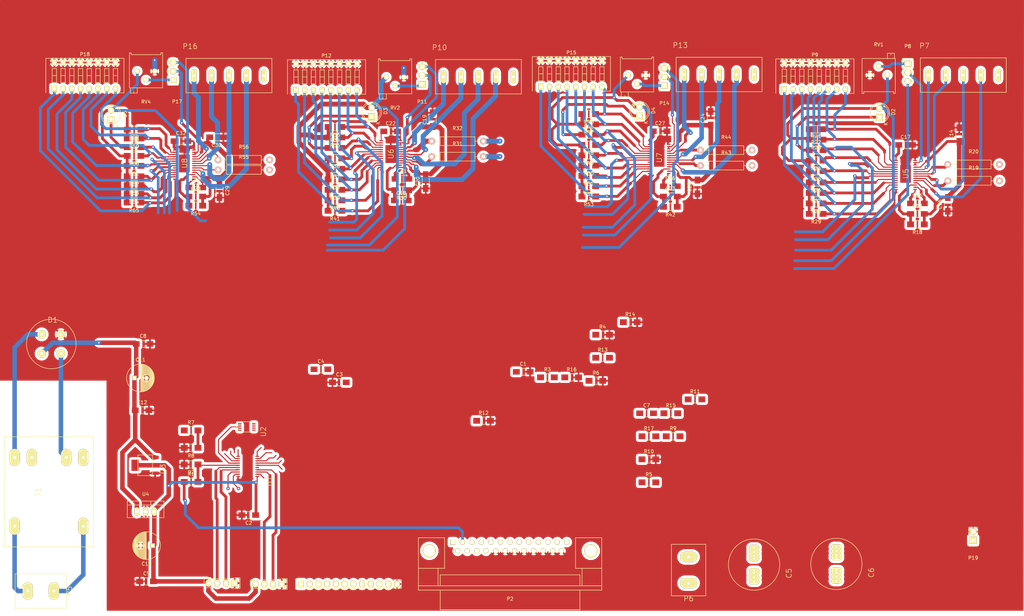
<source format=kicad_pcb>
(kicad_pcb (version 4) (host pcbnew 4.0.0-rc1-stable)
  (layers (0 F.Cu signal) (31 B.Cu signal) (34 B.Paste user) (35 F.Paste user) (36 B.SilkS user) (37 F.SilkS user) (38 B.Mask user) (39 F.Mask user) (44 Edge.Cuts user))
  (net 0 "")
  (net 1 3.3V)
  (net 2 GND)
  (net 3 VMOT)
  (net 4 "Net-(C11-Pad1)")
  (net 5 "Net-(C13-Pad1)")
  (net 6 "Net-(C16-Pad1)")
  (net 7 "Net-(C16-Pad2)")
  (net 8 /DRIVER1/3.3Vlocal)
  (net 9 "Net-(C18-Pad1)")
  (net 10 "Net-(C21-Pad1)")
  (net 11 "Net-(C21-Pad2)")
  (net 12 /DRIVER2/3.3Vlocal)
  (net 13 "Net-(C23-Pad1)")
  (net 14 "Net-(C26-Pad1)")
  (net 15 "Net-(C26-Pad2)")
  (net 16 /DRIVER3/3.3Vlocal)
  (net 17 "Net-(C28-Pad1)")
  (net 18 "Net-(C31-Pad1)")
  (net 19 "Net-(C31-Pad2)")
  (net 20 /DRIVER4/3.3Vlocal)
  (net 21 "Net-(D1-Pad4)")
  (net 22 "Net-(D1-Pad2)")
  (net 23 "Net-(D2-Pad1)")
  (net 24 "Net-(D3-Pad1)")
  (net 25 "Net-(D4-Pad1)")
  (net 26 "Net-(D5-Pad1)")
  (net 27 "Net-(P1-Pad2)")
  (net 28 /DRIVER4/nFAULT)
  (net 29 /DRIVER3/nFAULT)
  (net 30 /DRIVER2/nFAULT)
  (net 31 /DRIVER1/nFAULT)
  (net 32 "Net-(P2-Pad9)")
  (net 33 "Net-(P2-Pad8)")
  (net 34 "Net-(P2-Pad7)")
  (net 35 "Net-(P2-Pad6)")
  (net 36 "Net-(P2-Pad5)")
  (net 37 "Net-(P2-Pad4)")
  (net 38 "Net-(P2-Pad3)")
  (net 39 "Net-(P2-Pad2)")
  (net 40 /PIN7)
  (net 41 /PIN11)
  (net 42 /PIN10)
  (net 43 /PIN9)
  (net 44 /PIN8)
  (net 45 "Net-(P3-Pad2)")
  (net 46 /PIN1)
  (net 47 /PIN2)
  (net 48 /PIN3)
  (net 49 /PIN4)
  (net 50 /PIN5)
  (net 51 /PIN6)
  (net 52 "Net-(P5-Pad2)")
  (net 53 "Net-(P5-Pad1)")
  (net 54 /DRIVER1/AOUT2)
  (net 55 /DRIVER1/AOUT1)
  (net 56 "Net-(P7-Pad5)")
  (net 57 /DRIVER1/BOUT2)
  (net 58 /DRIVER1/BOUT1)
  (net 59 "Net-(P8-Pad1)")
  (net 60 "Net-(P8-Pad2)")
  (net 61 /DRIVER1/CURR_REF)
  (net 62 /DRIVER1/nHOME)
  (net 63 /DRIVER1/nRESET)
  (net 64 /DRIVER1/MODE2)
  (net 65 /DRIVER1/nSLEEP)
  (net 66 /DRIVER1/MODE1)
  (net 67 /DRIVER1/DECAY)
  (net 68 /DRIVER1/MODE0)
  (net 69 /DRIVER1/nENBL)
  (net 70 /DRIVER2/AOUT2)
  (net 71 /DRIVER2/AOUT1)
  (net 72 "Net-(P10-Pad5)")
  (net 73 /DRIVER2/BOUT2)
  (net 74 /DRIVER2/BOUT1)
  (net 75 "Net-(P11-Pad1)")
  (net 76 "Net-(P11-Pad2)")
  (net 77 /DRIVER2/CURR_REF)
  (net 78 /DRIVER2/nHOME)
  (net 79 /DRIVER2/nRESET)
  (net 80 /DRIVER2/MODE2)
  (net 81 /DRIVER2/nSLEEP)
  (net 82 /DRIVER2/MODE1)
  (net 83 /DRIVER2/DECAY)
  (net 84 /DRIVER2/MODE0)
  (net 85 /DRIVER2/nENBL)
  (net 86 /DRIVER3/AOUT2)
  (net 87 /DRIVER3/AOUT1)
  (net 88 "Net-(P13-Pad5)")
  (net 89 /DRIVER3/BOUT2)
  (net 90 /DRIVER3/BOUT1)
  (net 91 "Net-(P14-Pad1)")
  (net 92 "Net-(P14-Pad2)")
  (net 93 /DRIVER3/CURR_REF)
  (net 94 /DRIVER3/nHOME)
  (net 95 /DRIVER3/nRESET)
  (net 96 /DRIVER3/MODE2)
  (net 97 /DRIVER3/nSLEEP)
  (net 98 /DRIVER3/MODE1)
  (net 99 /DRIVER3/DECAY)
  (net 100 /DRIVER3/MODE0)
  (net 101 /DRIVER3/nENBL)
  (net 102 /DRIVER4/AOUT2)
  (net 103 /DRIVER4/AOUT1)
  (net 104 "Net-(P16-Pad5)")
  (net 105 /DRIVER4/BOUT2)
  (net 106 /DRIVER4/BOUT1)
  (net 107 "Net-(P17-Pad1)")
  (net 108 "Net-(P17-Pad2)")
  (net 109 /DRIVER4/CURR_REF)
  (net 110 /DRIVER4/nHOME)
  (net 111 /DRIVER4/nRESET)
  (net 112 /DRIVER4/MODE2)
  (net 113 /DRIVER4/nSLEEP)
  (net 114 /DRIVER4/MODE1)
  (net 115 /DRIVER4/DECAY)
  (net 116 /DRIVER4/MODE0)
  (net 117 /DRIVER4/nENBL)
  (net 118 /DRIVER1/STEP)
  (net 119 /DRIVER1/DIR)
  (net 120 /DRIVER2/STEP)
  (net 121 /DRIVER2/DIR)
  (net 122 /DRIVER3/STEP)
  (net 123 /DRIVER3/DIR)
  (net 124 /DRIVER4/STEP)
  (net 125 /DRIVER4/DIR)
  (net 126 "Net-(R19-Pad1)")
  (net 127 "Net-(R20-Pad1)")
  (net 128 "Net-(R31-Pad1)")
  (net 129 "Net-(R32-Pad1)")
  (net 130 "Net-(R43-Pad1)")
  (net 131 "Net-(R44-Pad1)")
  (net 132 "Net-(R55-Pad1)")
  (net 133 "Net-(R56-Pad1)")
  (net 134 "Net-(U1-Pad5)")
  (net 135 /MOSI)
  (net 136 /SCK)
  (net 137 /CS)
  (net 138 "Net-(U5-Pad23)")
  (net 139 "Net-(U6-Pad23)")
  (net 140 "Net-(U7-Pad23)")
  (net 141 "Net-(U8-Pad23)")
  (net 142 VMOT_GND)
  (net 143 "Net-(P3-Pad3)")
  (net 144 "Net-(P1-Pad3)")
  (module Pin_Headers:Pin_Header_Straight_1x03 (layer F.Cu) (at 362.204 51.816 180)
    (fp_text reference P17 (at -1.1684 -6.2992 180) (layer F.SilkS))
    (fp_text value CONN_01X03)
    (pad 1 thru_hole rect (at 0 0 180) (size 2.032 1.7272) (drill 1.016) (layers *.Cu *.Mask F.SilkS) (net 107 "Net-(P17-Pad1)"))
    (pad 2 thru_hole oval (at 0 2.54 180) (size 2.032 1.7272) (drill 1.016) (layers *.Cu *.Mask F.SilkS) (net 108 "Net-(P17-Pad2)"))
    (pad 3 thru_hole oval (at 0 5.08 180) (size 2.032 1.7272) (drill 1.016) (layers *.Cu *.Mask F.SilkS) (net 109 /DRIVER4/CURR_REF))
  )
  (module Capacitors_SMD:C_1206_HandSoldering (layer F.Cu) (at 464.079001 136.745)
    (fp_text reference C1 (at 0 -2.3) (layer F.SilkS))
    (fp_text value C)
    (pad 1 smd rect (at -2 0) (size 2 1.6) (layers F.Cu F.Paste F.Mask) (net 1 3.3V))
    (pad 2 smd rect (at 2 0) (size 2 1.6) (layers F.Cu F.Paste F.Mask) (net 2 GND))
  )
  (module Capacitors_SMD:C_1206_HandSoldering (layer F.Cu) (at 384.214 178.412 180)
    (fp_text reference C2 (at 0 -2.3 180) (layer F.SilkS))
    (fp_text value C)
    (pad 1 smd rect (at -2 0 180) (size 2 1.6) (layers F.Cu F.Paste F.Mask) (net 1 3.3V))
    (pad 2 smd rect (at 2 0 180) (size 2 1.6) (layers F.Cu F.Paste F.Mask) (net 2 GND))
  )
  (module Capacitors_SMD:C_1206_HandSoldering (layer F.Cu) (at 410.598 139.804)
    (fp_text reference C3 (at 0 -2.3) (layer F.SilkS))
    (fp_text value C)
    (pad 1 smd rect (at -2 0) (size 2 1.6) (layers F.Cu F.Paste F.Mask) (net 2 GND))
    (pad 2 smd rect (at 2 0) (size 2 1.6) (layers F.Cu F.Paste F.Mask) (net 1 3.3V))
  )
  (module Capacitors_SMD:C_1206_HandSoldering (layer F.Cu) (at 405.232 135.994)
    (fp_text reference C4 (at 0 -2.3) (layer F.SilkS))
    (fp_text value C)
    (pad 1 smd rect (at -2 0) (size 2 1.6) (layers F.Cu F.Paste F.Mask) (net 3 VMOT))
    (pad 2 smd rect (at 2 0) (size 2 1.6) (layers F.Cu F.Paste F.Mask) (net 142 VMOT_GND))
  )
  (module libs:MultiPolCAP_3.5_5_7.5_10 (layer F.Cu) (at 531.248 192.83 90)
    (fp_text reference C5 (at -2.54 10.16 90) (layer F.SilkS) (effects (font (size 1.5 1.5))))
    (fp_text value CP)
    (pad 2 thru_hole oval (at 1.75 0 90) (size 1.5 3) (drill 0.5) (layers *.Cu *.Mask F.SilkS) (net 142 VMOT_GND))
    (pad 2 thru_hole oval (at 2.5 0 90) (size 1.5 3) (drill 0.5) (layers *.Cu *.Mask F.SilkS) (net 142 VMOT_GND))
    (pad 2 thru_hole oval (at 3.75 0 90) (size 1.5 3) (drill 0.5) (layers *.Cu *.Mask F.SilkS) (net 142 VMOT_GND))
    (pad 2 thru_hole oval (at 5 0 90) (size 1.5 3) (drill 0.5) (layers *.Cu *.Mask F.SilkS) (net 142 VMOT_GND))
    (pad 1 thru_hole oval (at -1.75 0 90) (size 1.5 3) (drill 0.5) (layers *.Cu *.Mask F.SilkS) (net 3 VMOT))
    (pad 1 thru_hole oval (at -2.5 0 90) (size 1.5 3) (drill 0.5) (layers *.Cu *.Mask F.SilkS) (net 3 VMOT))
    (pad 1 thru_hole oval (at -3.75 0 90) (size 1.5 3) (drill 0.5) (layers *.Cu *.Mask F.SilkS) (net 3 VMOT))
    (pad 1 thru_hole oval (at -5 0 90) (size 1.5 3) (drill 0.5) (layers *.Cu *.Mask F.SilkS) (net 3 VMOT))
  )
  (module libs:MultiPolCAP_3.5_5_7.5_10 (layer F.Cu) (at 555.204 192.636 90)
    (fp_text reference C6 (at -2.54 10.16 90) (layer F.SilkS) (effects (font (size 1.5 1.5))))
    (fp_text value CP)
    (pad 2 thru_hole oval (at 1.75 0 90) (size 1.5 3) (drill 0.5) (layers *.Cu *.Mask F.SilkS) (net 142 VMOT_GND))
    (pad 2 thru_hole oval (at 2.5 0 90) (size 1.5 3) (drill 0.5) (layers *.Cu *.Mask F.SilkS) (net 142 VMOT_GND))
    (pad 2 thru_hole oval (at 3.75 0 90) (size 1.5 3) (drill 0.5) (layers *.Cu *.Mask F.SilkS) (net 142 VMOT_GND))
    (pad 2 thru_hole oval (at 5 0 90) (size 1.5 3) (drill 0.5) (layers *.Cu *.Mask F.SilkS) (net 142 VMOT_GND))
    (pad 1 thru_hole oval (at -1.75 0 90) (size 1.5 3) (drill 0.5) (layers *.Cu *.Mask F.SilkS) (net 3 VMOT))
    (pad 1 thru_hole oval (at -2.5 0 90) (size 1.5 3) (drill 0.5) (layers *.Cu *.Mask F.SilkS) (net 3 VMOT))
    (pad 1 thru_hole oval (at -3.75 0 90) (size 1.5 3) (drill 0.5) (layers *.Cu *.Mask F.SilkS) (net 3 VMOT))
    (pad 1 thru_hole oval (at -5 0 90) (size 1.5 3) (drill 0.5) (layers *.Cu *.Mask F.SilkS) (net 3 VMOT))
  )
  (module Capacitors_SMD:C_1206_HandSoldering (layer F.Cu) (at 499.975001 148.795)
    (fp_text reference C7 (at 0 -2.3) (layer F.SilkS))
    (fp_text value C)
    (pad 1 smd rect (at -2 0) (size 2 1.6) (layers F.Cu F.Paste F.Mask) (net 3 VMOT))
    (pad 2 smd rect (at 2 0) (size 2 1.6) (layers F.Cu F.Paste F.Mask) (net 142 VMOT_GND))
  )
  (module Capacitors_SMD:C_1206_HandSoldering (layer F.Cu) (at 353.48 128.628)
    (fp_text reference C8 (at 0 -2.3) (layer F.SilkS))
    (fp_text value C)
    (pad 1 smd rect (at -2 0) (size 2 1.6) (layers F.Cu F.Paste F.Mask) (net 4 "Net-(C11-Pad1)"))
    (pad 2 smd rect (at 2 0) (size 2 1.6) (layers F.Cu F.Paste F.Mask) (net 2 GND))
  )
  (module Capacitors_SMD:C_1206_HandSoldering (layer F.Cu) (at 354.496 197.716)
    (fp_text reference C9 (at 0 -2.3) (layer F.SilkS))
    (fp_text value C)
    (pad 1 smd rect (at -2 0) (size 2 1.6) (layers F.Cu F.Paste F.Mask) (net 2 GND))
    (pad 2 smd rect (at 2 0) (size 2 1.6) (layers F.Cu F.Paste F.Mask) (net 1 3.3V))
  )
  (module Capacitors_ThroughHole:C_Radial_D8_L11.5_P3.5 (layer F.Cu) (at 356.242 187.302 180)
    (fp_text reference C10 (at 1.75 -5.3 180) (layer F.SilkS))
    (fp_text value CP)
    (pad 2 thru_hole circle (at 3.5 0 180) (size 1.3 1.3) (drill 0.8) (layers *.Cu *.Mask F.SilkS) (net 2 GND))
    (pad 1 thru_hole rect (at 0 0 180) (size 1.3 1.3) (drill 0.8) (layers *.Cu *.Mask F.SilkS) (net 1 3.3V))
  )
  (module Capacitors_ThroughHole:C_Radial_D8_L11.5_P3.5 (layer F.Cu) (at 350.964 138.534)
    (fp_text reference C11 (at 1.75 -5.3) (layer F.SilkS))
    (fp_text value CP)
    (pad 2 thru_hole circle (at 3.5 0) (size 1.3 1.3) (drill 0.8) (layers *.Cu *.Mask F.SilkS) (net 2 GND))
    (pad 1 thru_hole rect (at 0 0) (size 1.3 1.3) (drill 0.8) (layers *.Cu *.Mask F.SilkS) (net 4 "Net-(C11-Pad1)"))
  )
  (module Capacitors_SMD:C_1206_HandSoldering (layer F.Cu) (at 353.194 147.932)
    (fp_text reference C12 (at 0 -2.3) (layer F.SilkS))
    (fp_text value C)
    (pad 1 smd rect (at -2 0) (size 2 1.6) (layers F.Cu F.Paste F.Mask) (net 4 "Net-(C11-Pad1)"))
    (pad 2 smd rect (at 2 0) (size 2 1.6) (layers F.Cu F.Paste F.Mask) (net 2 GND))
  )
  (module Capacitors_SMD:C_1206_HandSoldering (layer F.Cu) (at 578.778 90.782)
    (fp_text reference C13 (at 0 -2.3) (layer F.SilkS))
    (fp_text value 0.1u)
    (pad 1 smd rect (at -2 0) (size 2 1.6) (layers F.Cu F.Paste F.Mask) (net 5 "Net-(C13-Pad1)"))
    (pad 2 smd rect (at 2 0) (size 2 1.6) (layers F.Cu F.Paste F.Mask) (net 3 VMOT))
  )
  (module Capacitors_SMD:C_1206_HandSoldering (layer F.Cu) (at 590.938 67.7 90)
    (fp_text reference C14 (at 0 -2.3 90) (layer F.SilkS))
    (fp_text value 0.1u)
    (pad 1 smd rect (at -2 0 90) (size 2 1.6) (layers F.Cu F.Paste F.Mask) (net 3 VMOT))
    (pad 2 smd rect (at 2 0 90) (size 2 1.6) (layers F.Cu F.Paste F.Mask) (net 2 GND))
  )
  (module Capacitors_SMD:C_1206_HandSoldering (layer F.Cu) (at 587.636 88.02 90)
    (fp_text reference C15 (at 0 -2.3 90) (layer F.SilkS))
    (fp_text value 0.1u)
    (pad 1 smd rect (at -2 0 90) (size 2 1.6) (layers F.Cu F.Paste F.Mask) (net 2 GND))
    (pad 2 smd rect (at 2 0 90) (size 2 1.6) (layers F.Cu F.Paste F.Mask) (net 3 VMOT))
  )
  (module Capacitors_SMD:C_1206_HandSoldering (layer F.Cu) (at 578.778 87.734)
    (fp_text reference C16 (at 0 -2.3) (layer F.SilkS))
    (fp_text value 0.01u)
    (pad 1 smd rect (at -2 0) (size 2 1.6) (layers F.Cu F.Paste F.Mask) (net 6 "Net-(C16-Pad1)"))
    (pad 2 smd rect (at 2 0) (size 2 1.6) (layers F.Cu F.Paste F.Mask) (net 7 "Net-(C16-Pad2)"))
  )
  (module Capacitors_SMD:C_1206_HandSoldering (layer F.Cu) (at 575.322 70.716)
    (fp_text reference C17 (at 0 -2.3) (layer F.SilkS))
    (fp_text value 0.47u)
    (pad 1 smd rect (at -2 0) (size 2 1.6) (layers F.Cu F.Paste F.Mask) (net 8 /DRIVER1/3.3Vlocal))
    (pad 2 smd rect (at 2 0) (size 2 1.6) (layers F.Cu F.Paste F.Mask) (net 2 GND))
  )
  (module Capacitors_SMD:C_1206_HandSoldering (layer F.Cu) (at 428.618 86.88)
    (fp_text reference C18 (at 0 -2.126) (layer F.SilkS))
    (fp_text value 0.1u)
    (pad 1 smd rect (at -2 0) (size 2 1.6) (layers F.Cu F.Paste F.Mask) (net 9 "Net-(C18-Pad1)"))
    (pad 2 smd rect (at 2 0) (size 2 1.6) (layers F.Cu F.Paste F.Mask) (net 3 VMOT))
  )
  (module Capacitors_SMD:C_1206_HandSoldering (layer F.Cu) (at 437.714 63.38 90)
    (fp_text reference C19 (at 0 -2.3 90) (layer F.SilkS))
    (fp_text value 0.1u)
    (pad 1 smd rect (at -2 0 90) (size 2 1.6) (layers F.Cu F.Paste F.Mask) (net 3 VMOT))
    (pad 2 smd rect (at 2 0 90) (size 2 1.6) (layers F.Cu F.Paste F.Mask) (net 2 GND))
  )
  (module Capacitors_SMD:C_1206_HandSoldering (layer F.Cu) (at 435.714 81.38 90)
    (fp_text reference C20 (at 0 -2.3 90) (layer F.SilkS))
    (fp_text value 0.1u)
    (pad 1 smd rect (at -2 0 90) (size 2 1.6) (layers F.Cu F.Paste F.Mask) (net 2 GND))
    (pad 2 smd rect (at 2 0 90) (size 2 1.6) (layers F.Cu F.Paste F.Mask) (net 3 VMOT))
  )
  (module Capacitors_SMD:C_1206_HandSoldering (layer F.Cu) (at 428.808 80.613)
    (fp_text reference C21 (at 0 -2.3) (layer F.SilkS))
    (fp_text value 0.01u)
    (pad 1 smd rect (at -2 0) (size 2 1.6) (layers F.Cu F.Paste F.Mask) (net 10 "Net-(C21-Pad1)"))
    (pad 2 smd rect (at 2 0) (size 2 1.6) (layers F.Cu F.Paste F.Mask) (net 11 "Net-(C21-Pad2)"))
  )
  (module Capacitors_SMD:C_1206_HandSoldering (layer F.Cu) (at 425.506 66.77)
    (fp_text reference C22 (at 0 -2.3) (layer F.SilkS))
    (fp_text value 0.47u)
    (pad 1 smd rect (at -2 0) (size 2 1.6) (layers F.Cu F.Paste F.Mask) (net 12 /DRIVER2/3.3Vlocal))
    (pad 2 smd rect (at 2 0) (size 2 1.6) (layers F.Cu F.Paste F.Mask) (net 2 GND))
  )
  (module Capacitors_SMD:C_1206_HandSoldering (layer F.Cu) (at 506.902 85.726)
    (fp_text reference C23 (at 0 -2.3) (layer F.SilkS))
    (fp_text value 0.1u)
    (pad 1 smd rect (at -2 0) (size 2 1.6) (layers F.Cu F.Paste F.Mask) (net 13 "Net-(C23-Pad1)"))
    (pad 2 smd rect (at 2 0) (size 2 1.6) (layers F.Cu F.Paste F.Mask) (net 3 VMOT))
  )
  (module Capacitors_SMD:C_1206_HandSoldering (layer F.Cu) (at 518.652 62.976 90)
    (fp_text reference C24 (at 0 -2.3 90) (layer F.SilkS))
    (fp_text value 0.1u)
    (pad 1 smd rect (at -2 0 90) (size 2 1.6) (layers F.Cu F.Paste F.Mask) (net 3 VMOT))
    (pad 2 smd rect (at 2 0 90) (size 2 1.6) (layers F.Cu F.Paste F.Mask) (net 2 GND))
  )
  (module Capacitors_SMD:C_1206_HandSoldering (layer F.Cu) (at 514.77 82.936 90)
    (fp_text reference C25 (at 0 -2.3 90) (layer F.SilkS))
    (fp_text value 0.1u)
    (pad 1 smd rect (at -2 0 90) (size 2 1.6) (layers F.Cu F.Paste F.Mask) (net 2 GND))
    (pad 2 smd rect (at 2 0 90) (size 2 1.6) (layers F.Cu F.Paste F.Mask) (net 3 VMOT))
  )
  (module Capacitors_SMD:C_1206_HandSoldering (layer F.Cu) (at 506.902 82.726)
    (fp_text reference C26 (at 0 -2.3) (layer F.SilkS))
    (fp_text value 0.01u)
    (pad 1 smd rect (at -2 0) (size 2 1.6) (layers F.Cu F.Paste F.Mask) (net 14 "Net-(C26-Pad1)"))
    (pad 2 smd rect (at 2 0) (size 2 1.6) (layers F.Cu F.Paste F.Mask) (net 15 "Net-(C26-Pad2)"))
  )
  (module Capacitors_SMD:C_1206_HandSoldering (layer F.Cu) (at 503.902 66.726)
    (fp_text reference C27 (at 0 -2.3) (layer F.SilkS))
    (fp_text value 0.47u)
    (pad 1 smd rect (at -2 0) (size 2 1.6) (layers F.Cu F.Paste F.Mask) (net 16 /DRIVER3/3.3Vlocal))
    (pad 2 smd rect (at 2 0) (size 2 1.6) (layers F.Cu F.Paste F.Mask) (net 2 GND))
  )
  (module Capacitors_SMD:C_1206_HandSoldering (layer F.Cu) (at 368.808 85.725)
    (fp_text reference C28 (at 0 -2.3) (layer F.SilkS))
    (fp_text value 0.1u)
    (pad 1 smd rect (at -2 0) (size 2 1.6) (layers F.Cu F.Paste F.Mask) (net 17 "Net-(C28-Pad1)"))
    (pad 2 smd rect (at 2 0) (size 2 1.6) (layers F.Cu F.Paste F.Mask) (net 3 VMOT))
  )
  (module Capacitors_SMD:C_1206_HandSoldering (layer F.Cu) (at 375.7168 84.0232 270)
    (fp_text reference C29 (at 0 -2.3 270) (layer F.SilkS))
    (fp_text value 0.1u)
    (pad 1 smd rect (at -2 0 270) (size 2 1.6) (layers F.Cu F.Paste F.Mask) (net 3 VMOT))
    (pad 2 smd rect (at 2 0 270) (size 2 1.6) (layers F.Cu F.Paste F.Mask) (net 2 GND))
  )
  (module Capacitors_SMD:C_1206_HandSoldering (layer F.Cu) (at 374.8532 68.4784 180)
    (fp_text reference C30 (at 0 -2.3 180) (layer F.SilkS))
    (fp_text value 0.1u)
    (pad 1 smd rect (at -2 0 180) (size 2 1.6) (layers F.Cu F.Paste F.Mask) (net 2 GND))
    (pad 2 smd rect (at 2 0 180) (size 2 1.6) (layers F.Cu F.Paste F.Mask) (net 3 VMOT))
  )
  (module Capacitors_SMD:C_1206_HandSoldering (layer F.Cu) (at 368.808 83.1088)
    (fp_text reference C31 (at 0 -2.3) (layer F.SilkS))
    (fp_text value 0.01u)
    (pad 1 smd rect (at -2 0) (size 2 1.6) (layers F.Cu F.Paste F.Mask) (net 18 "Net-(C31-Pad1)"))
    (pad 2 smd rect (at 2 0) (size 2 1.6) (layers F.Cu F.Paste F.Mask) (net 19 "Net-(C31-Pad2)"))
  )
  (module Capacitors_SMD:C_1206_HandSoldering (layer F.Cu) (at 364.49 69.596)
    (fp_text reference C32 (at 0 -2.3) (layer F.SilkS))
    (fp_text value 0.47u)
    (pad 1 smd rect (at -2 0) (size 2 1.6) (layers F.Cu F.Paste F.Mask) (net 20 /DRIVER4/3.3Vlocal))
    (pad 2 smd rect (at 2 0) (size 2 1.6) (layers F.Cu F.Paste F.Mask) (net 2 GND))
  )
  (module libs:rb1a_mb6sbridge (layer F.Cu) (at 326.772 128.634 180)
    (fp_text reference D1 (at -0.4 7 180) (layer F.SilkS) (effects (font (size 1.5 1.5))))
    (fp_text value Diode_Bridge)
    (pad 4 thru_hole circle (at -2.8 -2.8 180) (size 2.5 2.5) (drill 0.85) (layers *.Cu *.Mask F.SilkS) (net 21 "Net-(D1-Pad4)"))
    (pad 3 thru_hole circle (at 2.8 -2.8 180) (size 2.5 2.5) (drill 0.85) (layers *.Cu *.Mask F.SilkS) (net 4 "Net-(C11-Pad1)"))
    (pad 1 thru_hole circle (at -2.8 2.8 180) (size 2.5 2.5) (drill 0.85) (layers *.Cu *.Mask F.SilkS) (net 2 GND))
    (pad 2 thru_hole circle (at 2.8 2.8 180) (size 2.5 2.5) (drill 0.85) (layers *.Cu *.Mask F.SilkS) (net 22 "Net-(D1-Pad2)"))
  )
  (module LEDs:LED-5MM (layer F.Cu) (at 567.714 62.65 90)
    (fp_text reference D2 (at 1.524 4.064 90) (layer F.SilkS))
    (fp_text value LED)
    (fp_text user K (at -1.905 1.905 90) (layer F.SilkS))
    (pad 1 thru_hole rect (at 0 0 180) (size 2 1.9) (drill 1.00076) (layers *.Cu *.Mask F.SilkS) (net 23 "Net-(D2-Pad1)"))
    (pad 2 thru_hole circle (at 2.54 0 90) (size 1.9 1.9) (drill 1.00076) (layers *.Cu *.Mask F.SilkS) (net 1 3.3V))
  )
  (module LEDs:LED-5MM (layer F.Cu) (at 419.964 62.42 90)
    (fp_text reference D3 (at 1.524 4.064 90) (layer F.SilkS))
    (fp_text value LED)
    (fp_text user K (at -1.905 1.905 90) (layer F.SilkS))
    (pad 1 thru_hole rect (at 0 0 180) (size 2 1.9) (drill 1.00076) (layers *.Cu *.Mask F.SilkS) (net 24 "Net-(D3-Pad1)"))
    (pad 2 thru_hole circle (at 2.54 0 90) (size 1.9 1.9) (drill 1.00076) (layers *.Cu *.Mask F.SilkS) (net 1 3.3V))
  )
  (module LEDs:LED-5MM (layer F.Cu) (at 497.902 62.226 90)
    (fp_text reference D4 (at 1.524 4.064 90) (layer F.SilkS))
    (fp_text value LED)
    (fp_text user K (at -1.905 1.905 90) (layer F.SilkS))
    (pad 1 thru_hole rect (at 0 0 180) (size 2 1.9) (drill 1.00076) (layers *.Cu *.Mask F.SilkS) (net 25 "Net-(D4-Pad1)"))
    (pad 2 thru_hole circle (at 2.54 0 90) (size 1.9 1.9) (drill 1.00076) (layers *.Cu *.Mask F.SilkS) (net 1 3.3V))
  )
  (module LEDs:LED-5MM (layer F.Cu) (at 344.17 63.246 90)
    (fp_text reference D5 (at 1.524 4.064 90) (layer F.SilkS))
    (fp_text value LED)
    (fp_text user K (at -1.905 1.905 90) (layer F.SilkS))
    (pad 1 thru_hole rect (at 0 0 180) (size 2 1.9) (drill 1.00076) (layers *.Cu *.Mask F.SilkS) (net 26 "Net-(D5-Pad1)"))
    (pad 2 thru_hole circle (at 2.54 0 90) (size 1.9 1.9) (drill 1.00076) (layers *.Cu *.Mask F.SilkS) (net 1 3.3V))
  )
  (module Connect:DB25MC (layer F.Cu) (at 460.255 187.556 180)
    (fp_text reference P2 (at 0 -15.24 180) (layer F.SilkS))
    (fp_text value "LPT port")
    (pad "" thru_hole circle (at 23.495 -1.27 180) (size 3.81 3.81) (drill 3.048) (layers *.Cu *.Mask F.SilkS))
    (pad "" thru_hole circle (at -23.495 -1.27 180) (size 3.81 3.81) (drill 3.048) (layers *.Cu *.Mask F.SilkS))
    (pad 13 thru_hole circle (at -16.51 1.27 180) (size 1.524 1.524) (drill 1.016) (layers *.Cu *.Mask F.SilkS) (net 28 /DRIVER4/nFAULT))
    (pad 12 thru_hole circle (at -13.716 1.27 180) (size 1.524 1.524) (drill 1.016) (layers *.Cu *.Mask F.SilkS) (net 29 /DRIVER3/nFAULT))
    (pad 11 thru_hole circle (at -11.049 1.27 180) (size 1.524 1.524) (drill 1.016) (layers *.Cu *.Mask F.SilkS) (net 30 /DRIVER2/nFAULT))
    (pad 10 thru_hole circle (at -8.255 1.27 180) (size 1.524 1.524) (drill 1.016) (layers *.Cu *.Mask F.SilkS) (net 31 /DRIVER1/nFAULT))
    (pad 9 thru_hole circle (at -5.461 1.27 180) (size 1.524 1.524) (drill 1.016) (layers *.Cu *.Mask F.SilkS) (net 32 "Net-(P2-Pad9)"))
    (pad 8 thru_hole circle (at -2.667 1.27 180) (size 1.524 1.524) (drill 1.016) (layers *.Cu *.Mask F.SilkS) (net 33 "Net-(P2-Pad8)"))
    (pad 7 thru_hole circle (at 0 1.27 180) (size 1.524 1.524) (drill 1.016) (layers *.Cu *.Mask F.SilkS) (net 34 "Net-(P2-Pad7)"))
    (pad 6 thru_hole circle (at 2.794 1.27 180) (size 1.524 1.524) (drill 1.016) (layers *.Cu *.Mask F.SilkS) (net 35 "Net-(P2-Pad6)"))
    (pad 5 thru_hole circle (at 5.588 1.27 180) (size 1.524 1.524) (drill 1.016) (layers *.Cu *.Mask F.SilkS) (net 36 "Net-(P2-Pad5)"))
    (pad 4 thru_hole circle (at 8.382 1.27 180) (size 1.524 1.524) (drill 1.016) (layers *.Cu *.Mask F.SilkS) (net 37 "Net-(P2-Pad4)"))
    (pad 3 thru_hole circle (at 11.049 1.27 180) (size 1.524 1.524) (drill 1.016) (layers *.Cu *.Mask F.SilkS) (net 38 "Net-(P2-Pad3)"))
    (pad 2 thru_hole circle (at 13.843 1.27 180) (size 1.524 1.524) (drill 1.016) (layers *.Cu *.Mask F.SilkS) (net 39 "Net-(P2-Pad2)"))
    (pad 1 thru_hole rect (at 16.637 1.27 180) (size 1.524 1.524) (drill 1.016) (layers *.Cu *.Mask F.SilkS) (net 40 /PIN7))
    (pad 25 thru_hole circle (at -14.9352 -1.27 180) (size 1.524 1.524) (drill 1.016) (layers *.Cu *.Mask F.SilkS) (net 2 GND))
    (pad 24 thru_hole circle (at -12.3952 -1.27 180) (size 1.524 1.524) (drill 1.016) (layers *.Cu *.Mask F.SilkS) (net 2 GND))
    (pad 23 thru_hole circle (at -9.6012 -1.27 180) (size 1.524 1.524) (drill 1.016) (layers *.Cu *.Mask F.SilkS) (net 2 GND))
    (pad 22 thru_hole circle (at -6.858 -1.27 180) (size 1.524 1.524) (drill 1.016) (layers *.Cu *.Mask F.SilkS) (net 2 GND))
    (pad 21 thru_hole circle (at -4.1148 -1.27 180) (size 1.524 1.524) (drill 1.016) (layers *.Cu *.Mask F.SilkS) (net 2 GND))
    (pad 20 thru_hole circle (at -1.3208 -1.27 180) (size 1.524 1.524) (drill 1.016) (layers *.Cu *.Mask F.SilkS) (net 2 GND))
    (pad 19 thru_hole circle (at 1.4224 -1.27 180) (size 1.524 1.524) (drill 1.016) (layers *.Cu *.Mask F.SilkS) (net 2 GND))
    (pad 18 thru_hole circle (at 4.1656 -1.27 180) (size 1.524 1.524) (drill 1.016) (layers *.Cu *.Mask F.SilkS) (net 2 GND))
    (pad 17 thru_hole circle (at 7.0104 -1.27 180) (size 1.524 1.524) (drill 1.016) (layers *.Cu *.Mask F.SilkS) (net 41 /PIN11))
    (pad 16 thru_hole circle (at 9.7028 -1.27 180) (size 1.524 1.524) (drill 1.016) (layers *.Cu *.Mask F.SilkS) (net 42 /PIN10))
    (pad 15 thru_hole circle (at 12.446 -1.27 180) (size 1.524 1.524) (drill 1.016) (layers *.Cu *.Mask F.SilkS) (net 43 /PIN9))
    (pad 14 thru_hole circle (at 15.24 -1.27 180) (size 1.524 1.524) (drill 1.016) (layers *.Cu *.Mask F.SilkS) (net 44 /PIN8))
  )
  (module Pin_Headers:Pin_Header_Straight_1x12 (layer F.Cu) (at 399.422 198.478 90)
    (fp_text reference P4 (at 0 -5.1 90) (layer F.SilkS))
    (fp_text value "EXPANDER PAD")
    (pad 1 thru_hole rect (at 0 0 90) (size 2.032 1.7272) (drill 1.016) (layers *.Cu *.Mask F.SilkS) (net 46 /PIN1))
    (pad 2 thru_hole oval (at 0 2.54 90) (size 2.032 1.7272) (drill 1.016) (layers *.Cu *.Mask F.SilkS) (net 47 /PIN2))
    (pad 3 thru_hole oval (at 0 5.08 90) (size 2.032 1.7272) (drill 1.016) (layers *.Cu *.Mask F.SilkS) (net 48 /PIN3))
    (pad 4 thru_hole oval (at 0 7.62 90) (size 2.032 1.7272) (drill 1.016) (layers *.Cu *.Mask F.SilkS) (net 49 /PIN4))
    (pad 5 thru_hole oval (at 0 10.16 90) (size 2.032 1.7272) (drill 1.016) (layers *.Cu *.Mask F.SilkS) (net 50 /PIN5))
    (pad 6 thru_hole oval (at 0 12.7 90) (size 2.032 1.7272) (drill 1.016) (layers *.Cu *.Mask F.SilkS) (net 51 /PIN6))
    (pad 7 thru_hole oval (at 0 15.24 90) (size 2.032 1.7272) (drill 1.016) (layers *.Cu *.Mask F.SilkS) (net 40 /PIN7))
    (pad 8 thru_hole oval (at 0 17.78 90) (size 2.032 1.7272) (drill 1.016) (layers *.Cu *.Mask F.SilkS) (net 44 /PIN8))
    (pad 9 thru_hole oval (at 0 20.32 90) (size 2.032 1.7272) (drill 1.016) (layers *.Cu *.Mask F.SilkS) (net 43 /PIN9))
    (pad 10 thru_hole oval (at 0 22.86 90) (size 2.032 1.7272) (drill 1.016) (layers *.Cu *.Mask F.SilkS) (net 42 /PIN10))
    (pad 11 thru_hole oval (at 0 25.4 90) (size 2.032 1.7272) (drill 1.016) (layers *.Cu *.Mask F.SilkS) (net 41 /PIN11))
    (pad 12 thru_hole oval (at 0 27.94 90) (size 2.032 1.7272) (drill 1.016) (layers *.Cu *.Mask F.SilkS) (net 2 GND))
  )
  (module libs:PIN_CONN_0.3Inch (layer F.Cu) (at 323.73 200.51 90)
    (fp_text reference P5 (at 0 8.3 90) (layer F.SilkS) (effects (font (size 1.5 1.5))))
    (fp_text value CONN_01X02)
    (pad 2 thru_hole oval (at 0 -3.81 90) (size 5 3) (drill 0.762) (layers *.Cu *.Mask F.SilkS) (net 52 "Net-(P5-Pad2)"))
    (pad 1 thru_hole oval (at 0 3.81 90) (size 5 3) (drill 0.762) (layers *.Cu *.Mask F.SilkS) (net 53 "Net-(P5-Pad1)"))
  )
  (module libs:PIN_CONN_0.3Inch (layer F.Cu) (at 512.198 194.414)
    (fp_text reference P6 (at 0 8.3) (layer F.SilkS) (effects (font (size 1.5 1.5))))
    (fp_text value CONN_01X02)
    (pad 2 thru_hole oval (at 0 -3.81) (size 5 3) (drill 0.762) (layers *.Cu *.Mask F.SilkS) (net 142 VMOT_GND))
    (pad 1 thru_hole oval (at 0 3.81) (size 5 3) (drill 0.762) (layers *.Cu *.Mask F.SilkS) (net 3 VMOT))
  )
  (module libs:PIN_1x5_0.2inch (layer F.Cu) (at 592.124 50.4)
    (fp_text reference P7 (at -11.3 -8.5) (layer F.SilkS) (effects (font (size 1.5 1.5))))
    (fp_text value CONN_01X05)
    (pad 3 thru_hole oval (at 0 0) (size 1.524 3.81) (drill 0.762) (layers *.Cu *.Mask F.SilkS) (net 54 /DRIVER1/AOUT2))
    (pad 4 thru_hole oval (at 5.08 0) (size 1.524 3.81) (drill 0.762) (layers *.Cu *.Mask F.SilkS) (net 55 /DRIVER1/AOUT1))
    (pad 5 thru_hole oval (at 10.16 0) (size 1.524 3.81) (drill 0.762) (layers *.Cu *.Mask F.SilkS) (net 56 "Net-(P7-Pad5)"))
    (pad 2 thru_hole oval (at -5.08 0) (size 1.524 3.81) (drill 0.762) (layers *.Cu *.Mask F.SilkS) (net 57 /DRIVER1/BOUT2))
    (pad 1 thru_hole oval (at -10.16 0) (size 1.524 3.81) (drill 0.762) (layers *.Cu *.Mask F.SilkS) (net 58 /DRIVER1/BOUT1))
  )
  (module Pin_Headers:Pin_Header_Straight_1x03 (layer F.Cu) (at 575.964 47.11)
    (fp_text reference P8 (at 0 -5.1) (layer F.SilkS))
    (fp_text value CONN_01X03)
    (pad 1 thru_hole rect (at 0 0) (size 2.032 1.7272) (drill 1.016) (layers *.Cu *.Mask F.SilkS) (net 59 "Net-(P8-Pad1)"))
    (pad 2 thru_hole oval (at 0 2.54) (size 2.032 1.7272) (drill 1.016) (layers *.Cu *.Mask F.SilkS) (net 60 "Net-(P8-Pad2)"))
    (pad 3 thru_hole oval (at 0 5.08) (size 2.032 1.7272) (drill 1.016) (layers *.Cu *.Mask F.SilkS) (net 61 /DRIVER1/CURR_REF))
  )
  (module libs:PIN_1x5_0.2inch (layer F.Cu) (at 451.044 50.88)
    (fp_text reference P10 (at -11.3 -8.5) (layer F.SilkS) (effects (font (size 1.5 1.5))))
    (fp_text value CONN_01X05)
    (pad 3 thru_hole oval (at 0 0) (size 1.524 3.81) (drill 0.762) (layers *.Cu *.Mask F.SilkS) (net 70 /DRIVER2/AOUT2))
    (pad 4 thru_hole oval (at 5.08 0) (size 1.524 3.81) (drill 0.762) (layers *.Cu *.Mask F.SilkS) (net 71 /DRIVER2/AOUT1))
    (pad 5 thru_hole oval (at 10.16 0) (size 1.524 3.81) (drill 0.762) (layers *.Cu *.Mask F.SilkS) (net 72 "Net-(P10-Pad5)"))
    (pad 2 thru_hole oval (at -5.08 0) (size 1.524 3.81) (drill 0.762) (layers *.Cu *.Mask F.SilkS) (net 73 /DRIVER2/BOUT2))
    (pad 1 thru_hole oval (at -10.16 0) (size 1.524 3.81) (drill 0.762) (layers *.Cu *.Mask F.SilkS) (net 74 /DRIVER2/BOUT1))
  )
  (module Pin_Headers:Pin_Header_Straight_1x03 (layer F.Cu) (at 434.682 53.054 180)
    (fp_text reference P11 (at 0 -5.1 180) (layer F.SilkS))
    (fp_text value CONN_01X03)
    (pad 1 thru_hole rect (at 0 0 180) (size 2.032 1.7272) (drill 1.016) (layers *.Cu *.Mask F.SilkS) (net 75 "Net-(P11-Pad1)"))
    (pad 2 thru_hole oval (at 0 2.54 180) (size 2.032 1.7272) (drill 1.016) (layers *.Cu *.Mask F.SilkS) (net 76 "Net-(P11-Pad2)"))
    (pad 3 thru_hole oval (at 0 5.08 180) (size 2.032 1.7272) (drill 1.016) (layers *.Cu *.Mask F.SilkS) (net 77 /DRIVER2/CURR_REF))
  )
  (module libs:PIN_1x5_0.2inch (layer F.Cu) (at 521.072 50.226)
    (fp_text reference P13 (at -11.3 -8.5) (layer F.SilkS) (effects (font (size 1.5 1.5))))
    (fp_text value CONN_01X05)
    (pad 3 thru_hole oval (at 0 0) (size 1.524 3.81) (drill 0.762) (layers *.Cu *.Mask F.SilkS) (net 86 /DRIVER3/AOUT2))
    (pad 4 thru_hole oval (at 5.08 0) (size 1.524 3.81) (drill 0.762) (layers *.Cu *.Mask F.SilkS) (net 87 /DRIVER3/AOUT1))
    (pad 5 thru_hole oval (at 10.16 0) (size 1.524 3.81) (drill 0.762) (layers *.Cu *.Mask F.SilkS) (net 88 "Net-(P13-Pad5)"))
    (pad 2 thru_hole oval (at -5.08 0) (size 1.524 3.81) (drill 0.762) (layers *.Cu *.Mask F.SilkS) (net 89 /DRIVER3/BOUT2))
    (pad 1 thru_hole oval (at -10.16 0) (size 1.524 3.81) (drill 0.762) (layers *.Cu *.Mask F.SilkS) (net 90 /DRIVER3/BOUT1))
  )
  (module Pin_Headers:Pin_Header_Straight_1x03 (layer F.Cu) (at 505.152 53.476 180)
    (fp_text reference P14 (at 0 -5.1 180) (layer F.SilkS))
    (fp_text value CONN_01X03)
    (pad 1 thru_hole rect (at 0 0 180) (size 2.032 1.7272) (drill 1.016) (layers *.Cu *.Mask F.SilkS) (net 91 "Net-(P14-Pad1)"))
    (pad 2 thru_hole oval (at 0 2.54 180) (size 2.032 1.7272) (drill 1.016) (layers *.Cu *.Mask F.SilkS) (net 92 "Net-(P14-Pad2)"))
    (pad 3 thru_hole oval (at 0 5.08 180) (size 2.032 1.7272) (drill 1.016) (layers *.Cu *.Mask F.SilkS) (net 93 /DRIVER3/CURR_REF))
  )
  (module libs:PIN_1x5_0.2inch (layer F.Cu) (at 378.46 50.546)
    (fp_text reference P16 (at -11.3 -8.5) (layer F.SilkS) (effects (font (size 1.5 1.5))))
    (fp_text value CONN_01X05)
    (pad 3 thru_hole oval (at 0 0) (size 1.524 3.81) (drill 0.762) (layers *.Cu *.Mask F.SilkS) (net 102 /DRIVER4/AOUT2))
    (pad 4 thru_hole oval (at 5.08 0) (size 1.524 3.81) (drill 0.762) (layers *.Cu *.Mask F.SilkS) (net 103 /DRIVER4/AOUT1))
    (pad 5 thru_hole oval (at 10.16 0) (size 1.524 3.81) (drill 0.762) (layers *.Cu *.Mask F.SilkS) (net 104 "Net-(P16-Pad5)"))
    (pad 2 thru_hole oval (at -5.08 0) (size 1.524 3.81) (drill 0.762) (layers *.Cu *.Mask F.SilkS) (net 105 /DRIVER4/BOUT2))
    (pad 1 thru_hole oval (at -10.16 0) (size 1.524 3.81) (drill 0.762) (layers *.Cu *.Mask F.SilkS) (net 106 /DRIVER4/BOUT1))
  )
  (module Pin_Headers:Pin_Header_Straight_1x02 (layer F.Cu) (at 595.002 185.778 180)
    (fp_text reference P19 (at 0 -5.1 180) (layer F.SilkS))
    (fp_text value POWER_HEAD)
    (pad 1 thru_hole rect (at 0 0 180) (size 2.032 2.032) (drill 1.016) (layers *.Cu *.Mask F.SilkS) (net 1 3.3V))
    (pad 2 thru_hole oval (at 0 2.54 180) (size 2.032 2.032) (drill 1.016) (layers *.Cu *.Mask F.SilkS) (net 2 GND))
  )
  (module Resistors_SMD:R_1206_HandSoldering (layer F.Cu) (at 367.45 168.76)
    (fp_text reference R1 (at 0 -2.3) (layer F.SilkS))
    (fp_text value 330)
    (pad 1 smd rect (at -2 0) (size 2 1.7) (layers F.Cu F.Paste F.Mask) (net 39 "Net-(P2-Pad2)"))
    (pad 2 smd rect (at 2 0) (size 2 1.7) (layers F.Cu F.Paste F.Mask) (net 118 /DRIVER1/STEP))
  )
  (module Resistors_SMD:R_1206_HandSoldering (layer F.Cu) (at 367.45 163.68 180)
    (fp_text reference R2 (at 0 -2.3 180) (layer F.SilkS))
    (fp_text value 620)
    (pad 1 smd rect (at -2 0 180) (size 2 1.7) (layers F.Cu F.Paste F.Mask) (net 118 /DRIVER1/STEP))
    (pad 2 smd rect (at 2 0 180) (size 2 1.7) (layers F.Cu F.Paste F.Mask) (net 2 GND))
  )
  (module Resistors_SMD:R_1206_HandSoldering (layer F.Cu) (at 471.129001 138.345)
    (fp_text reference R3 (at 0 -2.3) (layer F.SilkS))
    (fp_text value 330)
    (pad 1 smd rect (at -2 0) (size 2 1.7) (layers F.Cu F.Paste F.Mask) (net 38 "Net-(P2-Pad3)"))
    (pad 2 smd rect (at 2 0) (size 2 1.7) (layers F.Cu F.Paste F.Mask) (net 119 /DRIVER1/DIR))
  )
  (module Resistors_SMD:R_1206_HandSoldering (layer F.Cu) (at 487.189001 125.945)
    (fp_text reference R4 (at 0 -2.3) (layer F.SilkS))
    (fp_text value 620)
    (pad 1 smd rect (at -2 0) (size 2 1.7) (layers F.Cu F.Paste F.Mask) (net 119 /DRIVER1/DIR))
    (pad 2 smd rect (at 2 0) (size 2 1.7) (layers F.Cu F.Paste F.Mask) (net 2 GND))
  )
  (module Resistors_SMD:R_1206_HandSoldering (layer F.Cu) (at 500.645001 168.895)
    (fp_text reference R5 (at 0 -2.3) (layer F.SilkS))
    (fp_text value 330)
    (pad 1 smd rect (at -2 0) (size 2 1.7) (layers F.Cu F.Paste F.Mask) (net 37 "Net-(P2-Pad4)"))
    (pad 2 smd rect (at 2 0) (size 2 1.7) (layers F.Cu F.Paste F.Mask) (net 120 /DRIVER2/STEP))
  )
  (module Resistors_SMD:R_1206_HandSoldering (layer F.Cu) (at 485.229001 139.345)
    (fp_text reference R6 (at 0 -2.3) (layer F.SilkS))
    (fp_text value 620)
    (pad 1 smd rect (at -2 0) (size 2 1.7) (layers F.Cu F.Paste F.Mask) (net 120 /DRIVER2/STEP))
    (pad 2 smd rect (at 2 0) (size 2 1.7) (layers F.Cu F.Paste F.Mask) (net 2 GND))
  )
  (module Resistors_SMD:R_1206_HandSoldering (layer F.Cu) (at 367.45 153.774)
    (fp_text reference R7 (at 0 -2.3) (layer F.SilkS))
    (fp_text value 330)
    (pad 1 smd rect (at -2 0) (size 2 1.7) (layers F.Cu F.Paste F.Mask) (net 36 "Net-(P2-Pad5)"))
    (pad 2 smd rect (at 2 0) (size 2 1.7) (layers F.Cu F.Paste F.Mask) (net 121 /DRIVER2/DIR))
  )
  (module Resistors_SMD:R_1206_HandSoldering (layer F.Cu) (at 367.45 158.854 180)
    (fp_text reference R8 (at 0 -2.3 180) (layer F.SilkS))
    (fp_text value 620)
    (pad 1 smd rect (at -2 0 180) (size 2 1.7) (layers F.Cu F.Paste F.Mask) (net 121 /DRIVER2/DIR))
    (pad 2 smd rect (at 2 0 180) (size 2 1.7) (layers F.Cu F.Paste F.Mask) (net 2 GND))
  )
  (module Resistors_SMD:R_1206_HandSoldering (layer F.Cu) (at 507.695001 155.495)
    (fp_text reference R9 (at 0 -2.3) (layer F.SilkS))
    (fp_text value 330)
    (pad 1 smd rect (at -2 0) (size 2 1.7) (layers F.Cu F.Paste F.Mask) (net 35 "Net-(P2-Pad6)"))
    (pad 2 smd rect (at 2 0) (size 2 1.7) (layers F.Cu F.Paste F.Mask) (net 122 /DRIVER3/STEP))
  )
  (module Resistors_SMD:R_1206_HandSoldering (layer F.Cu) (at 500.645001 162.195)
    (fp_text reference R10 (at 0 -2.3) (layer F.SilkS))
    (fp_text value 620)
    (pad 1 smd rect (at -2 0) (size 2 1.7) (layers F.Cu F.Paste F.Mask) (net 122 /DRIVER3/STEP))
    (pad 2 smd rect (at 2 0) (size 2 1.7) (layers F.Cu F.Paste F.Mask) (net 2 GND))
  )
  (module Resistors_SMD:R_1206_HandSoldering (layer F.Cu) (at 514.075001 144.745)
    (fp_text reference R11 (at 0 -2.3) (layer F.SilkS))
    (fp_text value 330)
    (pad 1 smd rect (at -2 0) (size 2 1.7) (layers F.Cu F.Paste F.Mask) (net 34 "Net-(P2-Pad7)"))
    (pad 2 smd rect (at 2 0) (size 2 1.7) (layers F.Cu F.Paste F.Mask) (net 123 /DRIVER3/DIR))
  )
  (module Resistors_SMD:R_1206_HandSoldering (layer F.Cu) (at 452.54 150.98)
    (fp_text reference R12 (at 0 -2.3) (layer F.SilkS))
    (fp_text value 620)
    (pad 1 smd rect (at -2 0) (size 2 1.7) (layers F.Cu F.Paste F.Mask) (net 123 /DRIVER3/DIR))
    (pad 2 smd rect (at 2 0) (size 2 1.7) (layers F.Cu F.Paste F.Mask) (net 2 GND))
  )
  (module Resistors_SMD:R_1206_HandSoldering (layer F.Cu) (at 487.189001 132.645)
    (fp_text reference R13 (at 0 -2.3) (layer F.SilkS))
    (fp_text value 330)
    (pad 1 smd rect (at -2 0) (size 2 1.7) (layers F.Cu F.Paste F.Mask) (net 33 "Net-(P2-Pad8)"))
    (pad 2 smd rect (at 2 0) (size 2 1.7) (layers F.Cu F.Paste F.Mask) (net 124 /DRIVER4/STEP))
  )
  (module Resistors_SMD:R_1206_HandSoldering (layer F.Cu) (at 495.219001 122.295)
    (fp_text reference R14 (at 0 -2.3) (layer F.SilkS))
    (fp_text value 620)
    (pad 1 smd rect (at -2 0) (size 2 1.7) (layers F.Cu F.Paste F.Mask) (net 124 /DRIVER4/STEP))
    (pad 2 smd rect (at 2 0) (size 2 1.7) (layers F.Cu F.Paste F.Mask) (net 2 GND))
  )
  (module Resistors_SMD:R_1206_HandSoldering (layer F.Cu) (at 507.025001 148.795)
    (fp_text reference R15 (at 0 -2.3) (layer F.SilkS))
    (fp_text value 330)
    (pad 1 smd rect (at -2 0) (size 2 1.7) (layers F.Cu F.Paste F.Mask) (net 32 "Net-(P2-Pad9)"))
    (pad 2 smd rect (at 2 0) (size 2 1.7) (layers F.Cu F.Paste F.Mask) (net 125 /DRIVER4/DIR))
  )
  (module Resistors_SMD:R_1206_HandSoldering (layer F.Cu) (at 478.179001 138.345)
    (fp_text reference R16 (at 0 -2.3) (layer F.SilkS))
    (fp_text value 620)
    (pad 1 smd rect (at -2 0) (size 2 1.7) (layers F.Cu F.Paste F.Mask) (net 125 /DRIVER4/DIR))
    (pad 2 smd rect (at 2 0) (size 2 1.7) (layers F.Cu F.Paste F.Mask) (net 2 GND))
  )
  (module Resistors_SMD:R_1206_HandSoldering (layer F.Cu) (at 500.645001 155.495)
    (fp_text reference R17 (at 0 -2.3) (layer F.SilkS))
    (fp_text value 47k)
    (pad 1 smd rect (at -2 0) (size 2 1.7) (layers F.Cu F.Paste F.Mask) (net 143 "Net-(P3-Pad3)"))
    (pad 2 smd rect (at 2 0) (size 2 1.7) (layers F.Cu F.Paste F.Mask) (net 1 3.3V))
  )
  (module Resistors_SMD:R_1206_HandSoldering (layer F.Cu) (at 578.778 93.83 180)
    (fp_text reference R18 (at 0 -2.3 180) (layer F.SilkS))
    (fp_text value 1M)
    (pad 1 smd rect (at -2 0 180) (size 2 1.7) (layers F.Cu F.Paste F.Mask) (net 3 VMOT))
    (pad 2 smd rect (at 2 0 180) (size 2 1.7) (layers F.Cu F.Paste F.Mask) (net 5 "Net-(C13-Pad1)"))
  )
  (module Resistors_ThroughHole:Resistor_Horizontal_RM15mm (layer F.Cu) (at 595.136 81.154)
    (fp_text reference R19 (at 0 -3.74904) (layer F.SilkS))
    (fp_text value 200m)
    (pad 1 thru_hole circle (at -7.5 0) (size 1.99898 1.99898) (drill 1.00076) (layers *.Cu *.SilkS *.Mask) (net 126 "Net-(R19-Pad1)"))
    (pad 2 thru_hole circle (at 7.5 0) (size 1.99898 1.99898) (drill 1.00076) (layers *.Cu *.SilkS *.Mask) (net 142 VMOT_GND))
  )
  (module Resistors_ThroughHole:Resistor_Horizontal_RM15mm (layer F.Cu) (at 595.13 76.404)
    (fp_text reference R20 (at 0 -3.74904) (layer F.SilkS))
    (fp_text value 200m)
    (pad 1 thru_hole circle (at -7.5 0) (size 1.99898 1.99898) (drill 1.00076) (layers *.Cu *.SilkS *.Mask) (net 127 "Net-(R20-Pad1)"))
    (pad 2 thru_hole circle (at 7.5 0) (size 1.99898 1.99898) (drill 1.00076) (layers *.Cu *.SilkS *.Mask) (net 142 VMOT_GND))
  )
  (module Resistors_SMD:R_1206_HandSoldering (layer F.Cu) (at 549.314 66.144 180)
    (fp_text reference R21 (at 0 -2 180) (layer F.SilkS))
    (fp_text value 10k)
    (pad 1 smd rect (at -2 0 180) (size 2 1.7) (layers F.Cu F.Paste F.Mask) (net 63 /DRIVER1/nRESET))
    (pad 2 smd rect (at 2 0 180) (size 2 1.7) (layers F.Cu F.Paste F.Mask) (net 1 3.3V))
  )
  (module Resistors_SMD:R_1206_HandSoldering (layer F.Cu) (at 549.314 72.24)
    (fp_text reference R22 (at 0 -2.3) (layer F.SilkS))
    (fp_text value 10k)
    (pad 1 smd rect (at -2 0) (size 2 1.7) (layers F.Cu F.Paste F.Mask) (net 23 "Net-(D2-Pad1)"))
    (pad 2 smd rect (at 2 0) (size 2 1.7) (layers F.Cu F.Paste F.Mask) (net 31 /DRIVER1/nFAULT))
  )
  (module Resistors_SMD:R_1206_HandSoldering (layer F.Cu) (at 549.314 69.192 180)
    (fp_text reference R23 (at 0 -2.3 180) (layer F.SilkS))
    (fp_text value 10k)
    (pad 1 smd rect (at -2 0 180) (size 2 1.7) (layers F.Cu F.Paste F.Mask) (net 65 /DRIVER1/nSLEEP))
    (pad 2 smd rect (at 2 0 180) (size 2 1.7) (layers F.Cu F.Paste F.Mask) (net 1 3.3V))
  )
  (module Resistors_SMD:R_1206_HandSoldering (layer F.Cu) (at 549.314 75.288 180)
    (fp_text reference R24 (at 0 -2.3 180) (layer F.SilkS))
    (fp_text value 10k)
    (pad 1 smd rect (at -2 0 180) (size 2 1.7) (layers F.Cu F.Paste F.Mask) (net 67 /DRIVER1/DECAY))
    (pad 2 smd rect (at 2 0 180) (size 2 1.7) (layers F.Cu F.Paste F.Mask) (net 1 3.3V))
  )
  (module Resistors_SMD:R_1206_HandSoldering (layer F.Cu) (at 549.314 78.336 180)
    (fp_text reference R25 (at 0 -2.3 180) (layer F.SilkS))
    (fp_text value 10k)
    (pad 1 smd rect (at -2 0 180) (size 2 1.7) (layers F.Cu F.Paste F.Mask) (net 69 /DRIVER1/nENBL))
    (pad 2 smd rect (at 2 0 180) (size 2 1.7) (layers F.Cu F.Paste F.Mask) (net 1 3.3V))
  )
  (module Resistors_SMD:R_1206_HandSoldering (layer F.Cu) (at 549.314 81.638 180)
    (fp_text reference R26 (at 0 -2.3 180) (layer F.SilkS))
    (fp_text value 10k)
    (pad 1 smd rect (at -2 0 180) (size 2 1.7) (layers F.Cu F.Paste F.Mask) (net 68 /DRIVER1/MODE0))
    (pad 2 smd rect (at 2 0 180) (size 2 1.7) (layers F.Cu F.Paste F.Mask) (net 1 3.3V))
  )
  (module Resistors_SMD:R_1206_HandSoldering (layer F.Cu) (at 549.314 84.686 180)
    (fp_text reference R27 (at 0 -2.3 180) (layer F.SilkS))
    (fp_text value 10k)
    (pad 1 smd rect (at -2 0 180) (size 2 1.7) (layers F.Cu F.Paste F.Mask) (net 66 /DRIVER1/MODE1))
    (pad 2 smd rect (at 2 0 180) (size 2 1.7) (layers F.Cu F.Paste F.Mask) (net 1 3.3V))
  )
  (module Resistors_SMD:R_1206_HandSoldering (layer F.Cu) (at 549.314 87.734 180)
    (fp_text reference R28 (at 0 -2.3 180) (layer F.SilkS))
    (fp_text value 10k)
    (pad 1 smd rect (at -2 0 180) (size 2 1.7) (layers F.Cu F.Paste F.Mask) (net 64 /DRIVER1/MODE2))
    (pad 2 smd rect (at 2 0 180) (size 2 1.7) (layers F.Cu F.Paste F.Mask) (net 1 3.3V))
  )
  (module Resistors_SMD:R_1206_HandSoldering (layer F.Cu) (at 549.314 90.782 180)
    (fp_text reference R29 (at 0 -2.3 180) (layer F.SilkS))
    (fp_text value 10k)
    (pad 1 smd rect (at -2 0 180) (size 2 1.7) (layers F.Cu F.Paste F.Mask) (net 62 /DRIVER1/nHOME))
    (pad 2 smd rect (at 2 0 180) (size 2 1.7) (layers F.Cu F.Paste F.Mask) (net 1 3.3V))
  )
  (module Resistors_SMD:R_1206_HandSoldering (layer F.Cu) (at 428.714 83.88 180)
    (fp_text reference R30 (at 0 -2.3 180) (layer F.SilkS))
    (fp_text value 1M)
    (pad 1 smd rect (at -2 0 180) (size 2 1.7) (layers F.Cu F.Paste F.Mask) (net 3 VMOT))
    (pad 2 smd rect (at 2 0 180) (size 2 1.7) (layers F.Cu F.Paste F.Mask) (net 9 "Net-(C18-Pad1)"))
  )
  (module Resistors_ThroughHole:Resistor_Horizontal_RM15mm (layer F.Cu) (at 444.964 74.13)
    (fp_text reference R31 (at 0 -3.74904) (layer F.SilkS))
    (fp_text value 200m)
    (pad 1 thru_hole circle (at -7.5 0) (size 1.99898 1.99898) (drill 1.00076) (layers *.Cu *.SilkS *.Mask) (net 128 "Net-(R31-Pad1)"))
    (pad 2 thru_hole circle (at 7.5 0) (size 1.99898 1.99898) (drill 1.00076) (layers *.Cu *.SilkS *.Mask) (net 142 VMOT_GND))
  )
  (module Resistors_ThroughHole:Resistor_Horizontal_RM15mm (layer F.Cu) (at 444.964 69.63)
    (fp_text reference R32 (at 0 -3.74904) (layer F.SilkS))
    (fp_text value 200m)
    (pad 1 thru_hole circle (at -7.5 0) (size 1.99898 1.99898) (drill 1.00076) (layers *.Cu *.SilkS *.Mask) (net 129 "Net-(R32-Pad1)"))
    (pad 2 thru_hole circle (at 7.5 0) (size 1.99898 1.99898) (drill 1.00076) (layers *.Cu *.SilkS *.Mask) (net 142 VMOT_GND))
  )
  (module Resistors_SMD:R_1206_HandSoldering (layer F.Cu) (at 409.314 65.5 180)
    (fp_text reference R33 (at 0 -2.3 180) (layer F.SilkS))
    (fp_text value 10k)
    (pad 1 smd rect (at -2 0 180) (size 2 1.7) (layers F.Cu F.Paste F.Mask) (net 79 /DRIVER2/nRESET))
    (pad 2 smd rect (at 2 0 180) (size 2 1.7) (layers F.Cu F.Paste F.Mask) (net 1 3.3V))
  )
  (module Resistors_SMD:R_1206_HandSoldering (layer F.Cu) (at 409.314 71.596)
    (fp_text reference R34 (at 0 -2.3) (layer F.SilkS))
    (fp_text value 10k)
    (pad 1 smd rect (at -2 0) (size 2 1.7) (layers F.Cu F.Paste F.Mask) (net 24 "Net-(D3-Pad1)"))
    (pad 2 smd rect (at 2 0) (size 2 1.7) (layers F.Cu F.Paste F.Mask) (net 30 /DRIVER2/nFAULT))
  )
  (module Resistors_SMD:R_1206_HandSoldering (layer F.Cu) (at 409.314 68.548 180)
    (fp_text reference R35 (at 0 -2.3 180) (layer F.SilkS))
    (fp_text value 10k)
    (pad 1 smd rect (at -2 0 180) (size 2 1.7) (layers F.Cu F.Paste F.Mask) (net 81 /DRIVER2/nSLEEP))
    (pad 2 smd rect (at 2 0 180) (size 2 1.7) (layers F.Cu F.Paste F.Mask) (net 1 3.3V))
  )
  (module Resistors_SMD:R_1206_HandSoldering (layer F.Cu) (at 409.314 74.644 180)
    (fp_text reference R36 (at 0 -2.3 180) (layer F.SilkS))
    (fp_text value 10k)
    (pad 1 smd rect (at -2 0 180) (size 2 1.7) (layers F.Cu F.Paste F.Mask) (net 83 /DRIVER2/DECAY))
    (pad 2 smd rect (at 2 0 180) (size 2 1.7) (layers F.Cu F.Paste F.Mask) (net 1 3.3V))
  )
  (module Resistors_SMD:R_1206_HandSoldering (layer F.Cu) (at 409.314 77.692 180)
    (fp_text reference R37 (at 0 -2.3 180) (layer F.SilkS))
    (fp_text value 10k)
    (pad 1 smd rect (at -2 0 180) (size 2 1.7) (layers F.Cu F.Paste F.Mask) (net 85 /DRIVER2/nENBL))
    (pad 2 smd rect (at 2 0 180) (size 2 1.7) (layers F.Cu F.Paste F.Mask) (net 1 3.3V))
  )
  (module Resistors_SMD:R_1206_HandSoldering (layer F.Cu) (at 409.314 80.74 180)
    (fp_text reference R38 (at 0 -2.3 180) (layer F.SilkS))
    (fp_text value 10k)
    (pad 1 smd rect (at -2 0 180) (size 2 1.7) (layers F.Cu F.Paste F.Mask) (net 84 /DRIVER2/MODE0))
    (pad 2 smd rect (at 2 0 180) (size 2 1.7) (layers F.Cu F.Paste F.Mask) (net 1 3.3V))
  )
  (module Resistors_SMD:R_1206_HandSoldering (layer F.Cu) (at 409.314 83.788 180)
    (fp_text reference R39 (at 0 -2.3 180) (layer F.SilkS))
    (fp_text value 10k)
    (pad 1 smd rect (at -2 0 180) (size 2 1.7) (layers F.Cu F.Paste F.Mask) (net 82 /DRIVER2/MODE1))
    (pad 2 smd rect (at 2 0 180) (size 2 1.7) (layers F.Cu F.Paste F.Mask) (net 1 3.3V))
  )
  (module Resistors_SMD:R_1206_HandSoldering (layer F.Cu) (at 409.314 86.836 180)
    (fp_text reference R40 (at 0 -2.3 180) (layer F.SilkS))
    (fp_text value 10k)
    (pad 1 smd rect (at -2 0 180) (size 2 1.7) (layers F.Cu F.Paste F.Mask) (net 80 /DRIVER2/MODE2))
    (pad 2 smd rect (at 2 0 180) (size 2 1.7) (layers F.Cu F.Paste F.Mask) (net 1 3.3V))
  )
  (module Resistors_SMD:R_1206_HandSoldering (layer F.Cu) (at 409.314 89.884 180)
    (fp_text reference R41 (at 0 -2.3 180) (layer F.SilkS))
    (fp_text value 10k)
    (pad 1 smd rect (at -2 0 180) (size 2 1.7) (layers F.Cu F.Paste F.Mask) (net 78 /DRIVER2/nHOME))
    (pad 2 smd rect (at 2 0 180) (size 2 1.7) (layers F.Cu F.Paste F.Mask) (net 1 3.3V))
  )
  (module Resistors_SMD:R_1206_HandSoldering (layer F.Cu) (at 506.902 88.726 180)
    (fp_text reference R42 (at 0 -2.3 180) (layer F.SilkS))
    (fp_text value 1M)
    (pad 1 smd rect (at -2 0 180) (size 2 1.7) (layers F.Cu F.Paste F.Mask) (net 3 VMOT))
    (pad 2 smd rect (at 2 0 180) (size 2 1.7) (layers F.Cu F.Paste F.Mask) (net 13 "Net-(C23-Pad1)"))
  )
  (module Resistors_ThroughHole:Resistor_Horizontal_RM15mm (layer F.Cu) (at 523.152 76.726)
    (fp_text reference R43 (at 0 -3.74904) (layer F.SilkS))
    (fp_text value 200m)
    (pad 1 thru_hole circle (at -7.5 0) (size 1.99898 1.99898) (drill 1.00076) (layers *.Cu *.SilkS *.Mask) (net 130 "Net-(R43-Pad1)"))
    (pad 2 thru_hole circle (at 7.5 0) (size 1.99898 1.99898) (drill 1.00076) (layers *.Cu *.SilkS *.Mask) (net 142 VMOT_GND))
  )
  (module Resistors_ThroughHole:Resistor_Horizontal_RM15mm (layer F.Cu) (at 523.152 72.226)
    (fp_text reference R44 (at 0 -3.74904) (layer F.SilkS))
    (fp_text value 200m)
    (pad 1 thru_hole circle (at -7.5 0) (size 1.99898 1.99898) (drill 1.00076) (layers *.Cu *.SilkS *.Mask) (net 131 "Net-(R44-Pad1)"))
    (pad 2 thru_hole circle (at 7.5 0) (size 1.99898 1.99898) (drill 1.00076) (layers *.Cu *.SilkS *.Mask) (net 142 VMOT_GND))
  )
  (module Resistors_SMD:R_1206_HandSoldering (layer F.Cu) (at 483.152 61.726 180)
    (fp_text reference R45 (at 0 -2.3 180) (layer F.SilkS))
    (fp_text value 10k)
    (pad 1 smd rect (at -2 0 180) (size 2 1.7) (layers F.Cu F.Paste F.Mask) (net 95 /DRIVER3/nRESET))
    (pad 2 smd rect (at 2 0 180) (size 2 1.7) (layers F.Cu F.Paste F.Mask) (net 1 3.3V))
  )
  (module Resistors_SMD:R_1206_HandSoldering (layer F.Cu) (at 483.152 67.726)
    (fp_text reference R46 (at 0 -2.3) (layer F.SilkS))
    (fp_text value 10k)
    (pad 1 smd rect (at -2 0) (size 2 1.7) (layers F.Cu F.Paste F.Mask) (net 25 "Net-(D4-Pad1)"))
    (pad 2 smd rect (at 2 0) (size 2 1.7) (layers F.Cu F.Paste F.Mask) (net 29 /DRIVER3/nFAULT))
  )
  (module Resistors_SMD:R_1206_HandSoldering (layer F.Cu) (at 483.152 64.726 180)
    (fp_text reference R47 (at 0 -2.3 180) (layer F.SilkS))
    (fp_text value 10k)
    (pad 1 smd rect (at -2 0 180) (size 2 1.7) (layers F.Cu F.Paste F.Mask) (net 97 /DRIVER3/nSLEEP))
    (pad 2 smd rect (at 2 0 180) (size 2 1.7) (layers F.Cu F.Paste F.Mask) (net 1 3.3V))
  )
  (module Resistors_SMD:R_1206_HandSoldering (layer F.Cu) (at 483.152 70.726 180)
    (fp_text reference R48 (at 0 -2.3 180) (layer F.SilkS))
    (fp_text value 10k)
    (pad 1 smd rect (at -2 0 180) (size 2 1.7) (layers F.Cu F.Paste F.Mask) (net 99 /DRIVER3/DECAY))
    (pad 2 smd rect (at 2 0 180) (size 2 1.7) (layers F.Cu F.Paste F.Mask) (net 1 3.3V))
  )
  (module Resistors_SMD:R_1206_HandSoldering (layer F.Cu) (at 483.152 73.726 180)
    (fp_text reference R49 (at 0 -2.3 180) (layer F.SilkS))
    (fp_text value 10k)
    (pad 1 smd rect (at -2 0 180) (size 2 1.7) (layers F.Cu F.Paste F.Mask) (net 101 /DRIVER3/nENBL))
    (pad 2 smd rect (at 2 0 180) (size 2 1.7) (layers F.Cu F.Paste F.Mask) (net 1 3.3V))
  )
  (module Resistors_SMD:R_1206_HandSoldering (layer F.Cu) (at 483.152 76.726 180)
    (fp_text reference R50 (at 0 -2.3 180) (layer F.SilkS))
    (fp_text value 10k)
    (pad 1 smd rect (at -2 0 180) (size 2 1.7) (layers F.Cu F.Paste F.Mask) (net 100 /DRIVER3/MODE0))
    (pad 2 smd rect (at 2 0 180) (size 2 1.7) (layers F.Cu F.Paste F.Mask) (net 1 3.3V))
  )
  (module Resistors_SMD:R_1206_HandSoldering (layer F.Cu) (at 483.152 79.726 180)
    (fp_text reference R51 (at 0 -2.3 180) (layer F.SilkS))
    (fp_text value 10k)
    (pad 1 smd rect (at -2 0 180) (size 2 1.7) (layers F.Cu F.Paste F.Mask) (net 98 /DRIVER3/MODE1))
    (pad 2 smd rect (at 2 0 180) (size 2 1.7) (layers F.Cu F.Paste F.Mask) (net 1 3.3V))
  )
  (module Resistors_SMD:R_1206_HandSoldering (layer F.Cu) (at 483.152 82.726 180)
    (fp_text reference R52 (at 0 -2.3 180) (layer F.SilkS))
    (fp_text value 10k)
    (pad 1 smd rect (at -2 0 180) (size 2 1.7) (layers F.Cu F.Paste F.Mask) (net 96 /DRIVER3/MODE2))
    (pad 2 smd rect (at 2 0 180) (size 2 1.7) (layers F.Cu F.Paste F.Mask) (net 1 3.3V))
  )
  (module Resistors_SMD:R_1206_HandSoldering (layer F.Cu) (at 483.152 85.726 180)
    (fp_text reference R53 (at 0 -2.3 180) (layer F.SilkS))
    (fp_text value 10k)
    (pad 1 smd rect (at -2 0 180) (size 2 1.7) (layers F.Cu F.Paste F.Mask) (net 94 /DRIVER3/nHOME))
    (pad 2 smd rect (at 2 0 180) (size 2 1.7) (layers F.Cu F.Paste F.Mask) (net 1 3.3V))
  )
  (module Resistors_SMD:R_1206_HandSoldering (layer F.Cu) (at 368.808 88.392 180)
    (fp_text reference R54 (at 0 -2.3 180) (layer F.SilkS))
    (fp_text value 1M)
    (pad 1 smd rect (at -2 0 180) (size 2 1.7) (layers F.Cu F.Paste F.Mask) (net 3 VMOT))
    (pad 2 smd rect (at 2 0 180) (size 2 1.7) (layers F.Cu F.Paste F.Mask) (net 17 "Net-(C28-Pad1)"))
  )
  (module Resistors_ThroughHole:Resistor_Horizontal_RM15mm (layer F.Cu) (at 382.778 77.978)
    (fp_text reference R55 (at 0 -3.74904) (layer F.SilkS))
    (fp_text value 200m)
    (pad 1 thru_hole circle (at -7.5 0) (size 1.99898 1.99898) (drill 1.00076) (layers *.Cu *.SilkS *.Mask) (net 132 "Net-(R55-Pad1)"))
    (pad 2 thru_hole circle (at 7.5 0) (size 1.99898 1.99898) (drill 1.00076) (layers *.Cu *.SilkS *.Mask) (net 142 VMOT_GND))
  )
  (module Resistors_ThroughHole:Resistor_Horizontal_RM15mm (layer F.Cu) (at 382.778 75.057)
    (fp_text reference R56 (at 0 -3.74904) (layer F.SilkS))
    (fp_text value 200m)
    (pad 1 thru_hole circle (at -7.5 0) (size 1.99898 1.99898) (drill 1.00076) (layers *.Cu *.SilkS *.Mask) (net 133 "Net-(R56-Pad1)"))
    (pad 2 thru_hole circle (at 7.5 0) (size 1.99898 1.99898) (drill 1.00076) (layers *.Cu *.SilkS *.Mask) (net 142 VMOT_GND))
  )
  (module Resistors_SMD:R_1206_HandSoldering (layer F.Cu) (at 350.8756 66.294 180)
    (fp_text reference R57 (at 0 -2.3 180) (layer F.SilkS))
    (fp_text value 10k)
    (pad 1 smd rect (at -2 0 180) (size 2 1.7) (layers F.Cu F.Paste F.Mask) (net 111 /DRIVER4/nRESET))
    (pad 2 smd rect (at 2 0 180) (size 2 1.7) (layers F.Cu F.Paste F.Mask) (net 1 3.3V))
  )
  (module Resistors_SMD:R_1206_HandSoldering (layer F.Cu) (at 350.8568 71.374)
    (fp_text reference R58 (at 0 -2.3) (layer F.SilkS))
    (fp_text value 10k)
    (pad 1 smd rect (at -2 0) (size 2 1.7) (layers F.Cu F.Paste F.Mask) (net 26 "Net-(D5-Pad1)"))
    (pad 2 smd rect (at 2 0) (size 2 1.7) (layers F.Cu F.Paste F.Mask) (net 28 /DRIVER4/nFAULT))
  )
  (module Resistors_SMD:R_1206_HandSoldering (layer F.Cu) (at 350.8756 68.834 180)
    (fp_text reference R59 (at 0 -2.3 180) (layer F.SilkS))
    (fp_text value 10k)
    (pad 1 smd rect (at -2 0 180) (size 2 1.7) (layers F.Cu F.Paste F.Mask) (net 113 /DRIVER4/nSLEEP))
    (pad 2 smd rect (at 2 0 180) (size 2 1.7) (layers F.Cu F.Paste F.Mask) (net 1 3.3V))
  )
  (module Resistors_SMD:R_1206_HandSoldering (layer F.Cu) (at 350.8568 73.914 180)
    (fp_text reference R60 (at 0 -2.3 180) (layer F.SilkS))
    (fp_text value 10k)
    (pad 1 smd rect (at -2 0 180) (size 2 1.7) (layers F.Cu F.Paste F.Mask) (net 115 /DRIVER4/DECAY))
    (pad 2 smd rect (at 2 0 180) (size 2 1.7) (layers F.Cu F.Paste F.Mask) (net 1 3.3V))
  )
  (module Resistors_SMD:R_1206_HandSoldering (layer F.Cu) (at 350.8568 76.8096 180)
    (fp_text reference R61 (at 0 -2.3 180) (layer F.SilkS))
    (fp_text value 10k)
    (pad 1 smd rect (at -2 0 180) (size 2 1.7) (layers F.Cu F.Paste F.Mask) (net 117 /DRIVER4/nENBL))
    (pad 2 smd rect (at 2 0 180) (size 2 1.7) (layers F.Cu F.Paste F.Mask) (net 1 3.3V))
  )
  (module Resistors_SMD:R_1206_HandSoldering (layer F.Cu) (at 350.8568 79.8576 180)
    (fp_text reference R62 (at 0 -2.3 180) (layer F.SilkS))
    (fp_text value 10k)
    (pad 1 smd rect (at -2 0 180) (size 2 1.7) (layers F.Cu F.Paste F.Mask) (net 116 /DRIVER4/MODE0))
    (pad 2 smd rect (at 2 0 180) (size 2 1.7) (layers F.Cu F.Paste F.Mask) (net 1 3.3V))
  )
  (module Resistors_SMD:R_1206_HandSoldering (layer F.Cu) (at 350.8568 82.3976 180)
    (fp_text reference R63 (at 0 -2.3 180) (layer F.SilkS))
    (fp_text value 10k)
    (pad 1 smd rect (at -2 0 180) (size 2 1.7) (layers F.Cu F.Paste F.Mask) (net 114 /DRIVER4/MODE1))
    (pad 2 smd rect (at 2 0 180) (size 2 1.7) (layers F.Cu F.Paste F.Mask) (net 1 3.3V))
  )
  (module Resistors_SMD:R_1206_HandSoldering (layer F.Cu) (at 350.8568 84.9376 180)
    (fp_text reference R64 (at 0 -2.3 180) (layer F.SilkS))
    (fp_text value 10k)
    (pad 1 smd rect (at -2 0 180) (size 2 1.7) (layers F.Cu F.Paste F.Mask) (net 112 /DRIVER4/MODE2))
    (pad 2 smd rect (at 2 0 180) (size 2 1.7) (layers F.Cu F.Paste F.Mask) (net 1 3.3V))
  )
  (module Resistors_SMD:R_1206_HandSoldering (layer F.Cu) (at 350.8568 87.4776 180)
    (fp_text reference R65 (at 0 -2.3 180) (layer F.SilkS))
    (fp_text value 10k)
    (pad 1 smd rect (at -2 0 180) (size 2 1.7) (layers F.Cu F.Paste F.Mask) (net 110 /DRIVER4/nHOME))
    (pad 2 smd rect (at 2 0 180) (size 2 1.7) (layers F.Cu F.Paste F.Mask) (net 1 3.3V))
  )
  (module Potentiometers:Potentiometer_Bourns_3296P_3-8Zoll_Angular_ScrewFront (layer F.Cu) (at 570.044 50.4)
    (fp_text reference RV1 (at -2.54 -8.89) (layer F.SilkS))
    (fp_text value POT)
    (pad 2 thru_hole circle (at -2.54 -2.54 90) (size 1.524 1.524) (drill 0.8128) (layers *.Cu *.Mask F.SilkS) (net 59 "Net-(P8-Pad1)"))
    (pad 3 thru_hole circle (at -5.08 0 90) (size 1.524 1.524) (drill 0.8128) (layers *.Cu *.Mask F.SilkS) (net 2 GND))
    (pad 1 thru_hole circle (at 0 0 90) (size 1.524 1.524) (drill 0.8128) (layers *.Cu *.Mask F.SilkS) (net 1 3.3V))
  )
  (module Potentiometers:Potentiometer_Bourns_3296P_3-8Zoll_Angular_ScrewFront (layer F.Cu) (at 424.268 51.022 180)
    (fp_text reference RV2 (at -2.54 -8.89 180) (layer F.SilkS))
    (fp_text value POT)
    (pad 2 thru_hole circle (at -2.54 -2.54 270) (size 1.524 1.524) (drill 0.8128) (layers *.Cu *.Mask F.SilkS) (net 75 "Net-(P11-Pad1)"))
    (pad 3 thru_hole circle (at -5.08 0 270) (size 1.524 1.524) (drill 0.8128) (layers *.Cu *.Mask F.SilkS) (net 2 GND))
    (pad 1 thru_hole circle (at 0 0 270) (size 1.524 1.524) (drill 0.8128) (layers *.Cu *.Mask F.SilkS) (net 1 3.3V))
  )
  (module Potentiometers:Potentiometer_Bourns_3296P_3-8Zoll_Angular_ScrewFront (layer F.Cu) (at 494.652 50.476 180)
    (fp_text reference RV3 (at -2.54 -8.89 180) (layer F.SilkS))
    (fp_text value POT)
    (pad 2 thru_hole circle (at -2.54 -2.54 270) (size 1.524 1.524) (drill 0.8128) (layers *.Cu *.Mask F.SilkS) (net 91 "Net-(P14-Pad1)"))
    (pad 3 thru_hole circle (at -5.08 0 270) (size 1.524 1.524) (drill 0.8128) (layers *.Cu *.Mask F.SilkS) (net 2 GND))
    (pad 1 thru_hole circle (at 0 0 270) (size 1.524 1.524) (drill 0.8128) (layers *.Cu *.Mask F.SilkS) (net 1 3.3V))
  )
  (module Potentiometers:Potentiometer_Bourns_3296P_3-8Zoll_Angular_ScrewFront (layer F.Cu) (at 351.79 49.276 180)
    (fp_text reference RV4 (at -2.54 -8.89 180) (layer F.SilkS))
    (fp_text value POT)
    (pad 2 thru_hole circle (at -2.54 -2.54 270) (size 1.524 1.524) (drill 0.8128) (layers *.Cu *.Mask F.SilkS) (net 107 "Net-(P17-Pad1)"))
    (pad 3 thru_hole circle (at -5.08 0 270) (size 1.524 1.524) (drill 0.8128) (layers *.Cu *.Mask F.SilkS) (net 2 GND))
    (pad 1 thru_hole circle (at 0 0 270) (size 1.524 1.524) (drill 0.8128) (layers *.Cu *.Mask F.SilkS) (net 1 3.3V))
  )
  (module libs:EI30-1transformer (layer F.Cu) (at 326.096 171.648 90)
    (fp_text reference T1 (at 0 -3 90) (layer F.SilkS) (effects (font (size 1.5 1.5))))
    (fp_text value TRANSFO)
    (pad 4 thru_hole oval (at 10 10 90) (size 5 3) (drill 0.85) (layers *.Cu *.Paste *.Mask F.SilkS) (net 21 "Net-(D1-Pad4)"))
    (pad 2 thru_hole oval (at -10 10 90) (size 5 3) (drill 0.85) (layers *.Cu *.Paste *.Mask F.SilkS) (net 53 "Net-(P5-Pad1)"))
    (pad 1 thru_hole oval (at -10 -10 90) (size 5 3) (drill 0.85) (layers *.Cu *.Paste *.Mask F.SilkS) (net 52 "Net-(P5-Pad2)"))
    (pad 3 thru_hole oval (at 10 -10 90) (size 5 3) (drill 0.85) (layers *.Cu *.Paste *.Mask F.SilkS) (net 22 "Net-(D1-Pad2)"))
    (pad 4 thru_hole oval (at 10 5 90) (size 5 3) (drill 0.85) (layers *.Cu *.Paste *.Mask F.SilkS) (net 21 "Net-(D1-Pad4)"))
    (pad 3 thru_hole oval (at 10 -5 90) (size 5 3) (drill 0.85) (layers *.Cu *.Paste *.Mask F.SilkS) (net 22 "Net-(D1-Pad2)"))
  )
  (module libs:msp430g2452 (layer F.Cu) (at 381.134 167.184 90)
    (fp_text reference U1 (at -1.4 9.2 90) (layer F.SilkS) (effects (font (size 1.5 1.5))))
    (fp_text value MSP430G2452)
    (pad 20 smd rect (at 0 0 90) (size 0.3 1.05) (layers F.Cu F.Paste F.Mask) (net 2 GND))
    (pad 1 smd rect (at 0 5.55 90) (size 0.3 1.05) (layers F.Cu F.Paste F.Mask) (net 1 3.3V))
    (pad 19 smd rect (at 0.65 0 90) (size 0.3 1.05) (layers F.Cu F.Paste F.Mask) (net 50 /PIN5))
    (pad 2 smd rect (at 0.65 5.55 90) (size 0.3 1.05) (layers F.Cu F.Paste F.Mask) (net 49 /PIN4))
    (pad 18 smd rect (at 1.3 0 90) (size 0.3 1.05) (layers F.Cu F.Paste F.Mask) (net 51 /PIN6))
    (pad 3 smd rect (at 1.3 5.55 90) (size 0.3 1.05) (layers F.Cu F.Paste F.Mask) (net 144 "Net-(P1-Pad3)"))
    (pad 17 smd rect (at 1.95 0 90) (size 0.3 1.05) (layers F.Cu F.Paste F.Mask) (net 45 "Net-(P3-Pad2)"))
    (pad 4 smd rect (at 1.95 5.55 90) (size 0.3 1.05) (layers F.Cu F.Paste F.Mask) (net 27 "Net-(P1-Pad2)"))
    (pad 16 smd rect (at 2.6 0 90) (size 0.3 1.05) (layers F.Cu F.Paste F.Mask) (net 143 "Net-(P3-Pad3)"))
    (pad 5 smd rect (at 2.6 5.55 90) (size 0.3 1.05) (layers F.Cu F.Paste F.Mask) (net 134 "Net-(U1-Pad5)"))
    (pad 15 smd rect (at 3.25 0 90) (size 0.3 1.05) (layers F.Cu F.Paste F.Mask) (net 118 /DRIVER1/STEP))
    (pad 6 smd rect (at 3.25 5.55 90) (size 0.3 1.05) (layers F.Cu F.Paste F.Mask) (net 48 /PIN3))
    (pad 14 smd rect (at 3.9 0 90) (size 0.3 1.05) (layers F.Cu F.Paste F.Mask) (net 135 /MOSI))
    (pad 7 smd rect (at 3.9 5.55 90) (size 0.3 1.05) (layers F.Cu F.Paste F.Mask) (net 136 /SCK))
    (pad 13 smd rect (at 4.55 0 90) (size 0.3 1.05) (layers F.Cu F.Paste F.Mask) (net 120 /DRIVER2/STEP))
    (pad 8 smd rect (at 4.55 5.55 90) (size 0.3 1.05) (layers F.Cu F.Paste F.Mask) (net 137 /CS))
    (pad 12 smd rect (at 5.2 0 90) (size 0.3 1.05) (layers F.Cu F.Paste F.Mask) (net 122 /DRIVER3/STEP))
    (pad 9 smd rect (at 5.2 5.55 90) (size 0.3 1.05) (layers F.Cu F.Paste F.Mask) (net 47 /PIN2))
    (pad 11 smd rect (at 5.85 0 90) (size 0.3 1.05) (layers F.Cu F.Paste F.Mask) (net 124 /DRIVER4/STEP))
    (pad 10 smd rect (at 5.85 5.55 90) (size 0.3 1.05) (layers F.Cu F.Paste F.Mask) (net 46 /PIN1))
  )
  (module libs:TI_VSSOP10_DGS (layer F.Cu) (at 383.681 152.758 90)
    (fp_text reference U2 (at -1.4 4.8 90) (layer F.SilkS) (effects (font (size 1.5 1.5))))
    (fp_text value TIdac08s085)
    (pad 10 smd rect (at -1 -2.1 90) (size 0.27 1.025) (layers F.Cu F.Paste F.Mask) (net 136 /SCK))
    (pad 9 smd rect (at -0.5 -2.1 90) (size 0.27 1.025) (layers F.Cu F.Paste F.Mask) (net 137 /CS))
    (pad 8 smd rect (at 0 -2.1 90) (size 0.27 1.025) (layers F.Cu F.Paste F.Mask) (net 135 /MOSI))
    (pad 7 smd rect (at 0.5 -2.1 90) (size 0.27 1.025) (layers F.Cu F.Paste F.Mask) (net 1 3.3V))
    (pad 6 smd rect (at 1 -2.1 90) (size 0.27 1.025) (layers F.Cu F.Paste F.Mask) (net 2 GND))
    (pad 1 smd rect (at -1 2.025 90) (size 0.27 1.025) (layers F.Cu F.Paste F.Mask) (net 1 3.3V))
    (pad 2 smd rect (at -0.5 2.025 90) (size 0.27 1.025) (layers F.Cu F.Paste F.Mask) (net 109 /DRIVER4/CURR_REF))
    (pad 3 smd rect (at 0 2.025 90) (size 0.27 1.025) (layers F.Cu F.Paste F.Mask) (net 93 /DRIVER3/CURR_REF))
    (pad 4 smd rect (at 0.5 2.025 90) (size 0.27 1.025) (layers F.Cu F.Paste F.Mask) (net 77 /DRIVER2/CURR_REF))
    (pad 5 smd rect (at 1 2.025 90) (size 0.27 1.025) (layers F.Cu F.Paste F.Mask) (net 61 /DRIVER1/CURR_REF))
  )
  (module libs:SOT223-ti-pin2is4too (layer F.Cu) (at 356.962 163.934 90)
    (fp_text reference U3 (at -1.1 2.3 90) (layer F.SilkS) (effects (font (size 1.5 1.5))))
    (fp_text value LD1117S33CTR)
    (pad 2 smd rect (at 0 -5.8 90) (size 3.25 2.15) (layers F.Cu F.Paste F.Mask) (net 1 3.3V))
    (pad 3 smd rect (at 2.3 0 90) (size 0.95 2.15) (layers F.Cu F.Paste F.Mask) (net 4 "Net-(C11-Pad1)"))
    (pad 2 smd rect (at 0 0 90) (size 0.95 2.15) (layers F.Cu F.Paste F.Mask) (net 1 3.3V))
    (pad 1 smd rect (at -2.3 0 90) (size 0.95 2.15) (layers F.Cu F.Paste F.Mask) (net 2 GND))
  )
  (module Transistors_TO-220:TO-220_Neutral123_Vertical (layer F.Cu) (at 354.21 177.396)
    (fp_text reference U4 (at 0 -5.08) (layer F.SilkS))
    (fp_text value SPX2920U-3.3)
    (pad 2 thru_hole oval (at 0 0 90) (size 2.49936 1.50114) (drill 1.00076) (layers *.Cu *.Mask F.SilkS) (net 2 GND))
    (pad 1 thru_hole oval (at -2.54 0 90) (size 2.49936 1.50114) (drill 1.00076) (layers *.Cu *.Mask F.SilkS) (net 4 "Net-(C11-Pad1)"))
    (pad 3 thru_hole oval (at 2.54 0 90) (size 2.49936 1.50114) (drill 1.00076) (layers *.Cu *.Mask F.SilkS) (net 1 3.3V))
  )
  (module libs:drv8825 (layer F.Cu) (at 572.547 83.696 90)
    (fp_text reference U5 (at 4.6 2.85 90) (layer F.SilkS) (effects (font (size 1.5 1.5))))
    (fp_text value DRV8825)
    (pad 28 smd trapezoid (at 0 0 90) (size 0.3 1.05) (layers F.Cu F.Paste F.Mask) (net 2 GND))
    (pad 14 smd trapezoid (at 4.55 2.775 90) (size 5.18 3.1) (layers F.Cu F.Paste F.Mask) (net 2 GND))
    (pad 27 smd trapezoid (at 0.65 0 90) (size 0.3 1.05) (layers F.Cu F.Paste F.Mask) (net 62 /DRIVER1/nHOME))
    (pad 26 smd trapezoid (at 1.3 0 90) (size 0.3 1.05) (layers F.Cu F.Paste F.Mask) (net 64 /DRIVER1/MODE2))
    (pad 25 smd trapezoid (at 1.95 0 90) (size 0.3 1.05) (layers F.Cu F.Paste F.Mask) (net 66 /DRIVER1/MODE1))
    (pad 24 smd trapezoid (at 2.6 0 90) (size 0.3 1.05) (layers F.Cu F.Paste F.Mask) (net 68 /DRIVER1/MODE0))
    (pad 23 smd trapezoid (at 3.25 0 90) (size 0.3 1.05) (layers F.Cu F.Paste F.Mask) (net 138 "Net-(U5-Pad23)"))
    (pad 22 smd trapezoid (at 3.9 0 90) (size 0.3 1.05) (layers F.Cu F.Paste F.Mask) (net 118 /DRIVER1/STEP))
    (pad 21 smd trapezoid (at 4.55 0 90) (size 0.3 1.05) (layers F.Cu F.Paste F.Mask) (net 69 /DRIVER1/nENBL))
    (pad 20 smd trapezoid (at 5.2 0 90) (size 0.3 1.05) (layers F.Cu F.Paste F.Mask) (net 119 /DRIVER1/DIR))
    (pad 19 smd trapezoid (at 5.85 0 90) (size 0.3 1.05) (layers F.Cu F.Paste F.Mask) (net 67 /DRIVER1/DECAY))
    (pad 18 smd trapezoid (at 6.5 0 90) (size 0.3 1.05) (layers F.Cu F.Paste F.Mask) (net 31 /DRIVER1/nFAULT))
    (pad 17 smd trapezoid (at 7.15 0 90) (size 0.3 1.05) (layers F.Cu F.Paste F.Mask) (net 65 /DRIVER1/nSLEEP))
    (pad 16 smd trapezoid (at 7.8 0 90) (size 0.3 1.05) (layers F.Cu F.Paste F.Mask) (net 63 /DRIVER1/nRESET))
    (pad 15 smd trapezoid (at 8.45 0 90) (size 0.3 1.05) (layers F.Cu F.Paste F.Mask) (net 8 /DRIVER1/3.3Vlocal))
    (pad 1 smd trapezoid (at 0 5.55 90) (size 0.3 1.05) (layers F.Cu F.Paste F.Mask) (net 6 "Net-(C16-Pad1)"))
    (pad 2 smd trapezoid (at 0.65 5.55 90) (size 0.3 1.05) (layers F.Cu F.Paste F.Mask) (net 7 "Net-(C16-Pad2)"))
    (pad 3 smd trapezoid (at 1.3 5.55 90) (size 0.3 1.05) (layers F.Cu F.Paste F.Mask) (net 5 "Net-(C13-Pad1)"))
    (pad 4 smd trapezoid (at 1.95 5.55 90) (size 0.3 1.05) (layers F.Cu F.Paste F.Mask) (net 3 VMOT))
    (pad 5 smd trapezoid (at 2.6 5.55 90) (size 0.3 1.05) (layers F.Cu F.Paste F.Mask) (net 55 /DRIVER1/AOUT1))
    (pad 6 smd trapezoid (at 3.25 5.55 90) (size 0.3 1.05) (layers F.Cu F.Paste F.Mask) (net 126 "Net-(R19-Pad1)"))
    (pad 7 smd trapezoid (at 3.9 5.55 90) (size 0.3 1.05) (layers F.Cu F.Paste F.Mask) (net 54 /DRIVER1/AOUT2))
    (pad 8 smd trapezoid (at 4.55 5.55 90) (size 0.3 1.05) (layers F.Cu F.Paste F.Mask) (net 57 /DRIVER1/BOUT2))
    (pad 9 smd trapezoid (at 5.2 5.55 90) (size 0.3 1.05) (layers F.Cu F.Paste F.Mask) (net 127 "Net-(R20-Pad1)"))
    (pad 10 smd trapezoid (at 5.85 5.55 90) (size 0.3 1.05) (layers F.Cu F.Paste F.Mask) (net 58 /DRIVER1/BOUT1))
    (pad 11 smd trapezoid (at 6.5 5.55 90) (size 0.3 1.05) (layers F.Cu F.Paste F.Mask) (net 3 VMOT))
    (pad 12 smd trapezoid (at 7.15 5.55 90) (size 0.3 1.05) (layers F.Cu F.Paste F.Mask) (net 60 "Net-(P8-Pad2)"))
    (pad 13 smd trapezoid (at 7.8 5.55 90) (size 0.3 1.05) (layers F.Cu F.Paste F.Mask) (net 60 "Net-(P8-Pad2)"))
    (pad 14 smd trapezoid (at 8.45 5.55 90) (size 0.3 1.05) (layers F.Cu F.Paste F.Mask) (net 2 GND))
  )
  (module libs:drv8825 (layer F.Cu) (at 422.763 77.924 90)
    (fp_text reference U6 (at 4.6 2.85 90) (layer F.SilkS) (effects (font (size 1.5 1.5))))
    (fp_text value DRV8825)
    (pad 28 smd trapezoid (at 0 0 90) (size 0.3 1.05) (layers F.Cu F.Paste F.Mask) (net 2 GND))
    (pad 14 smd trapezoid (at 4.55 2.775 90) (size 5.18 3.1) (layers F.Cu F.Paste F.Mask) (net 2 GND))
    (pad 27 smd trapezoid (at 0.65 0 90) (size 0.3 1.05) (layers F.Cu F.Paste F.Mask) (net 78 /DRIVER2/nHOME))
    (pad 26 smd trapezoid (at 1.3 0 90) (size 0.3 1.05) (layers F.Cu F.Paste F.Mask) (net 80 /DRIVER2/MODE2))
    (pad 25 smd trapezoid (at 1.95 0 90) (size 0.3 1.05) (layers F.Cu F.Paste F.Mask) (net 82 /DRIVER2/MODE1))
    (pad 24 smd trapezoid (at 2.6 0 90) (size 0.3 1.05) (layers F.Cu F.Paste F.Mask) (net 84 /DRIVER2/MODE0))
    (pad 23 smd trapezoid (at 3.25 0 90) (size 0.3 1.05) (layers F.Cu F.Paste F.Mask) (net 139 "Net-(U6-Pad23)"))
    (pad 22 smd trapezoid (at 3.9 0 90) (size 0.3 1.05) (layers F.Cu F.Paste F.Mask) (net 120 /DRIVER2/STEP))
    (pad 21 smd trapezoid (at 4.55 0 90) (size 0.3 1.05) (layers F.Cu F.Paste F.Mask) (net 85 /DRIVER2/nENBL))
    (pad 20 smd trapezoid (at 5.2 0 90) (size 0.3 1.05) (layers F.Cu F.Paste F.Mask) (net 121 /DRIVER2/DIR))
    (pad 19 smd trapezoid (at 5.85 0 90) (size 0.3 1.05) (layers F.Cu F.Paste F.Mask) (net 83 /DRIVER2/DECAY))
    (pad 18 smd trapezoid (at 6.5 0 90) (size 0.3 1.05) (layers F.Cu F.Paste F.Mask) (net 30 /DRIVER2/nFAULT))
    (pad 17 smd trapezoid (at 7.15 0 90) (size 0.3 1.05) (layers F.Cu F.Paste F.Mask) (net 81 /DRIVER2/nSLEEP))
    (pad 16 smd trapezoid (at 7.8 0 90) (size 0.3 1.05) (layers F.Cu F.Paste F.Mask) (net 79 /DRIVER2/nRESET))
    (pad 15 smd trapezoid (at 8.45 0 90) (size 0.3 1.05) (layers F.Cu F.Paste F.Mask) (net 12 /DRIVER2/3.3Vlocal))
    (pad 1 smd trapezoid (at 0 5.55 90) (size 0.3 1.05) (layers F.Cu F.Paste F.Mask) (net 10 "Net-(C21-Pad1)"))
    (pad 2 smd trapezoid (at 0.65 5.55 90) (size 0.3 1.05) (layers F.Cu F.Paste F.Mask) (net 11 "Net-(C21-Pad2)"))
    (pad 3 smd trapezoid (at 1.3 5.55 90) (size 0.3 1.05) (layers F.Cu F.Paste F.Mask) (net 9 "Net-(C18-Pad1)"))
    (pad 4 smd trapezoid (at 1.95 5.55 90) (size 0.3 1.05) (layers F.Cu F.Paste F.Mask) (net 3 VMOT))
    (pad 5 smd trapezoid (at 2.6 5.55 90) (size 0.3 1.05) (layers F.Cu F.Paste F.Mask) (net 71 /DRIVER2/AOUT1))
    (pad 6 smd trapezoid (at 3.25 5.55 90) (size 0.3 1.05) (layers F.Cu F.Paste F.Mask) (net 128 "Net-(R31-Pad1)"))
    (pad 7 smd trapezoid (at 3.9 5.55 90) (size 0.3 1.05) (layers F.Cu F.Paste F.Mask) (net 70 /DRIVER2/AOUT2))
    (pad 8 smd trapezoid (at 4.55 5.55 90) (size 0.3 1.05) (layers F.Cu F.Paste F.Mask) (net 73 /DRIVER2/BOUT2))
    (pad 9 smd trapezoid (at 5.2 5.55 90) (size 0.3 1.05) (layers F.Cu F.Paste F.Mask) (net 129 "Net-(R32-Pad1)"))
    (pad 10 smd trapezoid (at 5.85 5.55 90) (size 0.3 1.05) (layers F.Cu F.Paste F.Mask) (net 74 /DRIVER2/BOUT1))
    (pad 11 smd trapezoid (at 6.5 5.55 90) (size 0.3 1.05) (layers F.Cu F.Paste F.Mask) (net 3 VMOT))
    (pad 12 smd trapezoid (at 7.15 5.55 90) (size 0.3 1.05) (layers F.Cu F.Paste F.Mask) (net 76 "Net-(P11-Pad2)"))
    (pad 13 smd trapezoid (at 7.8 5.55 90) (size 0.3 1.05) (layers F.Cu F.Paste F.Mask) (net 76 "Net-(P11-Pad2)"))
    (pad 14 smd trapezoid (at 8.45 5.55 90) (size 0.3 1.05) (layers F.Cu F.Paste F.Mask) (net 2 GND))
  )
  (module libs:drv8825 (layer F.Cu) (at 500.852 79.026 90)
    (fp_text reference U7 (at 4.6 2.85 90) (layer F.SilkS) (effects (font (size 1.5 1.5))))
    (fp_text value DRV8825)
    (pad 28 smd trapezoid (at 0 0 90) (size 0.3 1.05) (layers F.Cu F.Paste F.Mask) (net 2 GND))
    (pad 14 smd trapezoid (at 4.55 2.775 90) (size 5.18 3.1) (layers F.Cu F.Paste F.Mask) (net 2 GND))
    (pad 27 smd trapezoid (at 0.65 0 90) (size 0.3 1.05) (layers F.Cu F.Paste F.Mask) (net 94 /DRIVER3/nHOME))
    (pad 26 smd trapezoid (at 1.3 0 90) (size 0.3 1.05) (layers F.Cu F.Paste F.Mask) (net 96 /DRIVER3/MODE2))
    (pad 25 smd trapezoid (at 1.95 0 90) (size 0.3 1.05) (layers F.Cu F.Paste F.Mask) (net 98 /DRIVER3/MODE1))
    (pad 24 smd trapezoid (at 2.6 0 90) (size 0.3 1.05) (layers F.Cu F.Paste F.Mask) (net 100 /DRIVER3/MODE0))
    (pad 23 smd trapezoid (at 3.25 0 90) (size 0.3 1.05) (layers F.Cu F.Paste F.Mask) (net 140 "Net-(U7-Pad23)"))
    (pad 22 smd trapezoid (at 3.9 0 90) (size 0.3 1.05) (layers F.Cu F.Paste F.Mask) (net 122 /DRIVER3/STEP))
    (pad 21 smd trapezoid (at 4.55 0 90) (size 0.3 1.05) (layers F.Cu F.Paste F.Mask) (net 101 /DRIVER3/nENBL))
    (pad 20 smd trapezoid (at 5.2 0 90) (size 0.3 1.05) (layers F.Cu F.Paste F.Mask) (net 123 /DRIVER3/DIR))
    (pad 19 smd trapezoid (at 5.85 0 90) (size 0.3 1.05) (layers F.Cu F.Paste F.Mask) (net 99 /DRIVER3/DECAY))
    (pad 18 smd trapezoid (at 6.5 0 90) (size 0.3 1.05) (layers F.Cu F.Paste F.Mask) (net 29 /DRIVER3/nFAULT))
    (pad 17 smd trapezoid (at 7.15 0 90) (size 0.3 1.05) (layers F.Cu F.Paste F.Mask) (net 97 /DRIVER3/nSLEEP))
    (pad 16 smd trapezoid (at 7.8 0 90) (size 0.3 1.05) (layers F.Cu F.Paste F.Mask) (net 95 /DRIVER3/nRESET))
    (pad 15 smd trapezoid (at 8.45 0 90) (size 0.3 1.05) (layers F.Cu F.Paste F.Mask) (net 16 /DRIVER3/3.3Vlocal))
    (pad 1 smd trapezoid (at 0 5.55 90) (size 0.3 1.05) (layers F.Cu F.Paste F.Mask) (net 14 "Net-(C26-Pad1)"))
    (pad 2 smd trapezoid (at 0.65 5.55 90) (size 0.3 1.05) (layers F.Cu F.Paste F.Mask) (net 15 "Net-(C26-Pad2)"))
    (pad 3 smd trapezoid (at 1.3 5.55 90) (size 0.3 1.05) (layers F.Cu F.Paste F.Mask) (net 13 "Net-(C23-Pad1)"))
    (pad 4 smd trapezoid (at 1.95 5.55 90) (size 0.3 1.05) (layers F.Cu F.Paste F.Mask) (net 3 VMOT))
    (pad 5 smd trapezoid (at 2.6 5.55 90) (size 0.3 1.05) (layers F.Cu F.Paste F.Mask) (net 87 /DRIVER3/AOUT1))
    (pad 6 smd trapezoid (at 3.25 5.55 90) (size 0.3 1.05) (layers F.Cu F.Paste F.Mask) (net 130 "Net-(R43-Pad1)"))
    (pad 7 smd trapezoid (at 3.9 5.55 90) (size 0.3 1.05) (layers F.Cu F.Paste F.Mask) (net 86 /DRIVER3/AOUT2))
    (pad 8 smd trapezoid (at 4.55 5.55 90) (size 0.3 1.05) (layers F.Cu F.Paste F.Mask) (net 89 /DRIVER3/BOUT2))
    (pad 9 smd trapezoid (at 5.2 5.55 90) (size 0.3 1.05) (layers F.Cu F.Paste F.Mask) (net 131 "Net-(R44-Pad1)"))
    (pad 10 smd trapezoid (at 5.85 5.55 90) (size 0.3 1.05) (layers F.Cu F.Paste F.Mask) (net 90 /DRIVER3/BOUT1))
    (pad 11 smd trapezoid (at 6.5 5.55 90) (size 0.3 1.05) (layers F.Cu F.Paste F.Mask) (net 3 VMOT))
    (pad 12 smd trapezoid (at 7.15 5.55 90) (size 0.3 1.05) (layers F.Cu F.Paste F.Mask) (net 92 "Net-(P14-Pad2)"))
    (pad 13 smd trapezoid (at 7.8 5.55 90) (size 0.3 1.05) (layers F.Cu F.Paste F.Mask) (net 92 "Net-(P14-Pad2)"))
    (pad 14 smd trapezoid (at 8.45 5.55 90) (size 0.3 1.05) (layers F.Cu F.Paste F.Mask) (net 2 GND))
  )
  (module libs:drv8825 (layer F.Cu) (at 362.712 80.66 90)
    (fp_text reference U8 (at 4.6 2.85 90) (layer F.SilkS) (effects (font (size 1.5 1.5))))
    (fp_text value DRV8825)
    (pad 28 smd trapezoid (at 0 0 90) (size 0.3 1.05) (layers F.Cu F.Paste F.Mask) (net 2 GND))
    (pad 14 smd trapezoid (at 4.55 2.775 90) (size 5.18 3.1) (layers F.Cu F.Paste F.Mask) (net 2 GND))
    (pad 27 smd trapezoid (at 0.65 0 90) (size 0.3 1.05) (layers F.Cu F.Paste F.Mask) (net 110 /DRIVER4/nHOME))
    (pad 26 smd trapezoid (at 1.3 0 90) (size 0.3 1.05) (layers F.Cu F.Paste F.Mask) (net 112 /DRIVER4/MODE2))
    (pad 25 smd trapezoid (at 1.95 0 90) (size 0.3 1.05) (layers F.Cu F.Paste F.Mask) (net 114 /DRIVER4/MODE1))
    (pad 24 smd trapezoid (at 2.6 0 90) (size 0.3 1.05) (layers F.Cu F.Paste F.Mask) (net 116 /DRIVER4/MODE0))
    (pad 23 smd trapezoid (at 3.25 0 90) (size 0.3 1.05) (layers F.Cu F.Paste F.Mask) (net 141 "Net-(U8-Pad23)"))
    (pad 22 smd trapezoid (at 3.9 0 90) (size 0.3 1.05) (layers F.Cu F.Paste F.Mask) (net 124 /DRIVER4/STEP))
    (pad 21 smd trapezoid (at 4.55 0 90) (size 0.3 1.05) (layers F.Cu F.Paste F.Mask) (net 117 /DRIVER4/nENBL))
    (pad 20 smd trapezoid (at 5.2 0 90) (size 0.3 1.05) (layers F.Cu F.Paste F.Mask) (net 125 /DRIVER4/DIR))
    (pad 19 smd trapezoid (at 5.85 0 90) (size 0.3 1.05) (layers F.Cu F.Paste F.Mask) (net 115 /DRIVER4/DECAY))
    (pad 18 smd trapezoid (at 6.5 0 90) (size 0.3 1.05) (layers F.Cu F.Paste F.Mask) (net 28 /DRIVER4/nFAULT))
    (pad 17 smd trapezoid (at 7.15 0 90) (size 0.3 1.05) (layers F.Cu F.Paste F.Mask) (net 113 /DRIVER4/nSLEEP))
    (pad 16 smd trapezoid (at 7.8 0 90) (size 0.3 1.05) (layers F.Cu F.Paste F.Mask) (net 111 /DRIVER4/nRESET))
    (pad 15 smd trapezoid (at 8.45 0 90) (size 0.3 1.05) (layers F.Cu F.Paste F.Mask) (net 20 /DRIVER4/3.3Vlocal))
    (pad 1 smd trapezoid (at 0 5.55 90) (size 0.3 1.05) (layers F.Cu F.Paste F.Mask) (net 18 "Net-(C31-Pad1)"))
    (pad 2 smd trapezoid (at 0.65 5.55 90) (size 0.3 1.05) (layers F.Cu F.Paste F.Mask) (net 19 "Net-(C31-Pad2)"))
    (pad 3 smd trapezoid (at 1.3 5.55 90) (size 0.3 1.05) (layers F.Cu F.Paste F.Mask) (net 17 "Net-(C28-Pad1)"))
    (pad 4 smd trapezoid (at 1.95 5.55 90) (size 0.3 1.05) (layers F.Cu F.Paste F.Mask) (net 3 VMOT))
    (pad 5 smd trapezoid (at 2.6 5.55 90) (size 0.3 1.05) (layers F.Cu F.Paste F.Mask) (net 103 /DRIVER4/AOUT1))
    (pad 6 smd trapezoid (at 3.25 5.55 90) (size 0.3 1.05) (layers F.Cu F.Paste F.Mask) (net 132 "Net-(R55-Pad1)"))
    (pad 7 smd trapezoid (at 3.9 5.55 90) (size 0.3 1.05) (layers F.Cu F.Paste F.Mask) (net 102 /DRIVER4/AOUT2))
    (pad 8 smd trapezoid (at 4.55 5.55 90) (size 0.3 1.05) (layers F.Cu F.Paste F.Mask) (net 105 /DRIVER4/BOUT2))
    (pad 9 smd trapezoid (at 5.2 5.55 90) (size 0.3 1.05) (layers F.Cu F.Paste F.Mask) (net 133 "Net-(R56-Pad1)"))
    (pad 10 smd trapezoid (at 5.85 5.55 90) (size 0.3 1.05) (layers F.Cu F.Paste F.Mask) (net 106 /DRIVER4/BOUT1))
    (pad 11 smd trapezoid (at 6.5 5.55 90) (size 0.3 1.05) (layers F.Cu F.Paste F.Mask) (net 3 VMOT))
    (pad 12 smd trapezoid (at 7.15 5.55 90) (size 0.3 1.05) (layers F.Cu F.Paste F.Mask) (net 108 "Net-(P17-Pad2)"))
    (pad 13 smd trapezoid (at 7.8 5.55 90) (size 0.3 1.05) (layers F.Cu F.Paste F.Mask) (net 108 "Net-(P17-Pad2)"))
    (pad 14 smd trapezoid (at 8.45 5.55 90) (size 0.3 1.05) (layers F.Cu F.Paste F.Mask) (net 2 GND))
  )
  (module libs:SW_DIP_x8_Slide_changed_numbering (layer F.Cu) (at 540.054 54.52)
    (fp_text reference P9 (at 8.87 -10) (layer F.SilkS))
    (fp_text value CONN_02X08)
    (pad 1 thru_hole rect (at 0 0) (size 1.524 1.824) (drill 0.762) (layers *.Cu *.Mask F.SilkS) (net 62 /DRIVER1/nHOME))
    (pad 2 thru_hole oval (at 0 -7.62) (size 1.524 1.824) (drill 0.762) (layers *.Cu *.Mask F.SilkS) (net 2 GND))
    (pad 3 thru_hole oval (at 2.54 0) (size 1.524 1.824) (drill 0.762) (layers *.Cu *.Mask F.SilkS) (net 64 /DRIVER1/MODE2))
    (pad 4 thru_hole oval (at 2.54 -7.62) (size 1.524 1.824) (drill 0.762) (layers *.Cu *.Mask F.SilkS) (net 2 GND))
    (pad 5 thru_hole oval (at 5.08 0) (size 1.524 1.824) (drill 0.762) (layers *.Cu *.Mask F.SilkS) (net 66 /DRIVER1/MODE1))
    (pad 6 thru_hole oval (at 5.08 -7.62) (size 1.524 1.824) (drill 0.762) (layers *.Cu *.Mask F.SilkS) (net 2 GND))
    (pad 7 thru_hole oval (at 7.62 0) (size 1.524 1.824) (drill 0.762) (layers *.Cu *.Mask F.SilkS) (net 68 /DRIVER1/MODE0))
    (pad 8 thru_hole oval (at 7.62 -7.62) (size 1.524 1.824) (drill 0.762) (layers *.Cu *.Mask F.SilkS) (net 2 GND))
    (pad 9 thru_hole oval (at 10.16 0) (size 1.524 1.824) (drill 0.762) (layers *.Cu *.Mask F.SilkS) (net 69 /DRIVER1/nENBL))
    (pad 10 thru_hole oval (at 10.16 -7.62) (size 1.524 1.824) (drill 0.762) (layers *.Cu *.Mask F.SilkS) (net 2 GND))
    (pad 11 thru_hole oval (at 12.7 0) (size 1.524 1.824) (drill 0.762) (layers *.Cu *.Mask F.SilkS) (net 67 /DRIVER1/DECAY))
    (pad 12 thru_hole oval (at 12.7 -7.62) (size 1.524 1.824) (drill 0.762) (layers *.Cu *.Mask F.SilkS) (net 2 GND))
    (pad 13 thru_hole oval (at 15.24 0) (size 1.524 1.824) (drill 0.762) (layers *.Cu *.Mask F.SilkS) (net 65 /DRIVER1/nSLEEP))
    (pad 14 thru_hole oval (at 15.24 -7.62) (size 1.524 1.824) (drill 0.762) (layers *.Cu *.Mask F.SilkS) (net 2 GND))
    (pad 15 thru_hole oval (at 17.78 0) (size 1.524 1.824) (drill 0.762) (layers *.Cu *.Mask F.SilkS) (net 63 /DRIVER1/nRESET))
    (pad 16 thru_hole oval (at 17.78 -7.62) (size 1.524 1.824) (drill 0.762) (layers *.Cu *.Mask F.SilkS) (net 2 GND))
  )
  (module libs:SW_DIP_x8_Slide_changed_numbering (layer F.Cu) (at 397.964 54.75)
    (fp_text reference P12 (at 8.87 -10) (layer F.SilkS))
    (fp_text value CONN_02X08)
    (pad 1 thru_hole rect (at 0 0) (size 1.524 1.824) (drill 0.762) (layers *.Cu *.Mask F.SilkS) (net 78 /DRIVER2/nHOME))
    (pad 2 thru_hole oval (at 0 -7.62) (size 1.524 1.824) (drill 0.762) (layers *.Cu *.Mask F.SilkS) (net 2 GND))
    (pad 3 thru_hole oval (at 2.54 0) (size 1.524 1.824) (drill 0.762) (layers *.Cu *.Mask F.SilkS) (net 80 /DRIVER2/MODE2))
    (pad 4 thru_hole oval (at 2.54 -7.62) (size 1.524 1.824) (drill 0.762) (layers *.Cu *.Mask F.SilkS) (net 2 GND))
    (pad 5 thru_hole oval (at 5.08 0) (size 1.524 1.824) (drill 0.762) (layers *.Cu *.Mask F.SilkS) (net 82 /DRIVER2/MODE1))
    (pad 6 thru_hole oval (at 5.08 -7.62) (size 1.524 1.824) (drill 0.762) (layers *.Cu *.Mask F.SilkS) (net 2 GND))
    (pad 7 thru_hole oval (at 7.62 0) (size 1.524 1.824) (drill 0.762) (layers *.Cu *.Mask F.SilkS) (net 84 /DRIVER2/MODE0))
    (pad 8 thru_hole oval (at 7.62 -7.62) (size 1.524 1.824) (drill 0.762) (layers *.Cu *.Mask F.SilkS) (net 2 GND))
    (pad 9 thru_hole oval (at 10.16 0) (size 1.524 1.824) (drill 0.762) (layers *.Cu *.Mask F.SilkS) (net 85 /DRIVER2/nENBL))
    (pad 10 thru_hole oval (at 10.16 -7.62) (size 1.524 1.824) (drill 0.762) (layers *.Cu *.Mask F.SilkS) (net 2 GND))
    (pad 11 thru_hole oval (at 12.7 0) (size 1.524 1.824) (drill 0.762) (layers *.Cu *.Mask F.SilkS) (net 83 /DRIVER2/DECAY))
    (pad 12 thru_hole oval (at 12.7 -7.62) (size 1.524 1.824) (drill 0.762) (layers *.Cu *.Mask F.SilkS) (net 2 GND))
    (pad 13 thru_hole oval (at 15.24 0) (size 1.524 1.824) (drill 0.762) (layers *.Cu *.Mask F.SilkS) (net 81 /DRIVER2/nSLEEP))
    (pad 14 thru_hole oval (at 15.24 -7.62) (size 1.524 1.824) (drill 0.762) (layers *.Cu *.Mask F.SilkS) (net 2 GND))
    (pad 15 thru_hole oval (at 17.78 0) (size 1.524 1.824) (drill 0.762) (layers *.Cu *.Mask F.SilkS) (net 79 /DRIVER2/nRESET))
    (pad 16 thru_hole oval (at 17.78 -7.62) (size 1.524 1.824) (drill 0.762) (layers *.Cu *.Mask F.SilkS) (net 2 GND))
  )
  (module libs:SW_DIP_x8_Slide_changed_numbering (layer F.Cu) (at 469.202 53.846)
    (fp_text reference P15 (at 8.87 -10) (layer F.SilkS))
    (fp_text value CONN_02X08)
    (pad 1 thru_hole rect (at 0 0) (size 1.524 1.824) (drill 0.762) (layers *.Cu *.Mask F.SilkS) (net 94 /DRIVER3/nHOME))
    (pad 2 thru_hole oval (at 0 -7.62) (size 1.524 1.824) (drill 0.762) (layers *.Cu *.Mask F.SilkS) (net 2 GND))
    (pad 3 thru_hole oval (at 2.54 0) (size 1.524 1.824) (drill 0.762) (layers *.Cu *.Mask F.SilkS) (net 96 /DRIVER3/MODE2))
    (pad 4 thru_hole oval (at 2.54 -7.62) (size 1.524 1.824) (drill 0.762) (layers *.Cu *.Mask F.SilkS) (net 2 GND))
    (pad 5 thru_hole oval (at 5.08 0) (size 1.524 1.824) (drill 0.762) (layers *.Cu *.Mask F.SilkS) (net 98 /DRIVER3/MODE1))
    (pad 6 thru_hole oval (at 5.08 -7.62) (size 1.524 1.824) (drill 0.762) (layers *.Cu *.Mask F.SilkS) (net 2 GND))
    (pad 7 thru_hole oval (at 7.62 0) (size 1.524 1.824) (drill 0.762) (layers *.Cu *.Mask F.SilkS) (net 100 /DRIVER3/MODE0))
    (pad 8 thru_hole oval (at 7.62 -7.62) (size 1.524 1.824) (drill 0.762) (layers *.Cu *.Mask F.SilkS) (net 2 GND))
    (pad 9 thru_hole oval (at 10.16 0) (size 1.524 1.824) (drill 0.762) (layers *.Cu *.Mask F.SilkS) (net 101 /DRIVER3/nENBL))
    (pad 10 thru_hole oval (at 10.16 -7.62) (size 1.524 1.824) (drill 0.762) (layers *.Cu *.Mask F.SilkS) (net 2 GND))
    (pad 11 thru_hole oval (at 12.7 0) (size 1.524 1.824) (drill 0.762) (layers *.Cu *.Mask F.SilkS) (net 99 /DRIVER3/DECAY))
    (pad 12 thru_hole oval (at 12.7 -7.62) (size 1.524 1.824) (drill 0.762) (layers *.Cu *.Mask F.SilkS) (net 2 GND))
    (pad 13 thru_hole oval (at 15.24 0) (size 1.524 1.824) (drill 0.762) (layers *.Cu *.Mask F.SilkS) (net 97 /DRIVER3/nSLEEP))
    (pad 14 thru_hole oval (at 15.24 -7.62) (size 1.524 1.824) (drill 0.762) (layers *.Cu *.Mask F.SilkS) (net 2 GND))
    (pad 15 thru_hole oval (at 17.78 0) (size 1.524 1.824) (drill 0.762) (layers *.Cu *.Mask F.SilkS) (net 95 /DRIVER3/nRESET))
    (pad 16 thru_hole oval (at 17.78 -7.62) (size 1.524 1.824) (drill 0.762) (layers *.Cu *.Mask F.SilkS) (net 2 GND))
  )
  (module libs:SW_DIP_x8_Slide_changed_numbering (layer F.Cu) (at 327.66 54.356)
    (fp_text reference P18 (at 8.87 -10) (layer F.SilkS))
    (fp_text value CONN_02X08)
    (pad 1 thru_hole rect (at 0 0) (size 1.524 1.824) (drill 0.762) (layers *.Cu *.Mask F.SilkS) (net 110 /DRIVER4/nHOME))
    (pad 2 thru_hole oval (at 0 -7.62) (size 1.524 1.824) (drill 0.762) (layers *.Cu *.Mask F.SilkS) (net 2 GND))
    (pad 3 thru_hole oval (at 2.54 0) (size 1.524 1.824) (drill 0.762) (layers *.Cu *.Mask F.SilkS) (net 112 /DRIVER4/MODE2))
    (pad 4 thru_hole oval (at 2.54 -7.62) (size 1.524 1.824) (drill 0.762) (layers *.Cu *.Mask F.SilkS) (net 2 GND))
    (pad 5 thru_hole oval (at 5.08 0) (size 1.524 1.824) (drill 0.762) (layers *.Cu *.Mask F.SilkS) (net 114 /DRIVER4/MODE1))
    (pad 6 thru_hole oval (at 5.08 -7.62) (size 1.524 1.824) (drill 0.762) (layers *.Cu *.Mask F.SilkS) (net 2 GND))
    (pad 7 thru_hole oval (at 7.62 0) (size 1.524 1.824) (drill 0.762) (layers *.Cu *.Mask F.SilkS) (net 116 /DRIVER4/MODE0))
    (pad 8 thru_hole oval (at 7.62 -7.62) (size 1.524 1.824) (drill 0.762) (layers *.Cu *.Mask F.SilkS) (net 2 GND))
    (pad 9 thru_hole oval (at 10.16 0) (size 1.524 1.824) (drill 0.762) (layers *.Cu *.Mask F.SilkS) (net 117 /DRIVER4/nENBL))
    (pad 10 thru_hole oval (at 10.16 -7.62) (size 1.524 1.824) (drill 0.762) (layers *.Cu *.Mask F.SilkS) (net 2 GND))
    (pad 11 thru_hole oval (at 12.7 0) (size 1.524 1.824) (drill 0.762) (layers *.Cu *.Mask F.SilkS) (net 115 /DRIVER4/DECAY))
    (pad 12 thru_hole oval (at 12.7 -7.62) (size 1.524 1.824) (drill 0.762) (layers *.Cu *.Mask F.SilkS) (net 2 GND))
    (pad 13 thru_hole oval (at 15.24 0) (size 1.524 1.824) (drill 0.762) (layers *.Cu *.Mask F.SilkS) (net 113 /DRIVER4/nSLEEP))
    (pad 14 thru_hole oval (at 15.24 -7.62) (size 1.524 1.824) (drill 0.762) (layers *.Cu *.Mask F.SilkS) (net 2 GND))
    (pad 15 thru_hole oval (at 17.78 0) (size 1.524 1.824) (drill 0.762) (layers *.Cu *.Mask F.SilkS) (net 111 /DRIVER4/nRESET))
    (pad 16 thru_hole oval (at 17.78 -7.62) (size 1.524 1.824) (drill 0.762) (layers *.Cu *.Mask F.SilkS) (net 2 GND))
  )
  (module Pin_Headers:Pin_Header_Straight_1x04 (layer F.Cu) (at 393.834 198.478 270)
    (fp_text reference P1 (at 0 -5.1 270) (layer F.SilkS))
    (fp_text value CONN_01X04)
    (pad 1 thru_hole rect (at 0 0 270) (size 2.032 1.7272) (drill 1.016) (layers *.Cu *.Mask F.SilkS) (net 2 GND))
    (pad 2 thru_hole oval (at 0 2.54 270) (size 2.032 1.7272) (drill 1.016) (layers *.Cu *.Mask F.SilkS) (net 27 "Net-(P1-Pad2)"))
    (pad 3 thru_hole oval (at 0 5.08 270) (size 2.032 1.7272) (drill 1.016) (layers *.Cu *.Mask F.SilkS) (net 144 "Net-(P1-Pad3)"))
    (pad 4 thru_hole oval (at 0 7.62 270) (size 2.032 1.7272) (drill 1.016) (layers *.Cu *.Mask F.SilkS) (net 1 3.3V))
  )
  (module Pin_Headers:Pin_Header_Straight_1x04 (layer F.Cu) (at 380.118 198.224 270)
    (fp_text reference P3 (at 0 -5.1 270) (layer F.SilkS))
    (fp_text value CONN_01X04)
    (pad 1 thru_hole rect (at 0 0 270) (size 2.032 1.7272) (drill 1.016) (layers *.Cu *.Mask F.SilkS) (net 2 GND))
    (pad 2 thru_hole oval (at 0 2.54 270) (size 2.032 1.7272) (drill 1.016) (layers *.Cu *.Mask F.SilkS) (net 45 "Net-(P3-Pad2)"))
    (pad 3 thru_hole oval (at 0 5.08 270) (size 2.032 1.7272) (drill 1.016) (layers *.Cu *.Mask F.SilkS) (net 143 "Net-(P3-Pad3)"))
    (pad 4 thru_hole oval (at 0 7.62 270) (size 2.032 1.7272) (drill 1.016) (layers *.Cu *.Mask F.SilkS) (net 1 3.3V))
  )
  (segment (start 386.334 168.91) (end 386.334 178.308) (width 0.8128) (layer F.Cu) (net 1))
  (segment (start 386.334 168.91) (end 361.89247 168.91) (width 0.8128) (layer B.Cu) (net 1))
  (segment (start 361.89247 168.91) (end 360.934 169.86847) (width 0.8128) (layer B.Cu) (net 1))
  (via (at 386.334 168.91) (size 1) (drill 0.4) (layers F.Cu B.Cu) (net 1))
  (segment (start 386.684 167.184) (end 386.684 168.56) (width 0.3048) (layer F.Cu) (net 1))
  (segment (start 386.684 168.56) (end 386.334 168.91) (width 0.3048) (layer F.Cu) (net 1))
  (segment (start 360.934 169.86847) (end 360.934 165.1) (width 1.3208) (layer F.Cu) (net 1))
  (segment (start 360.934 172.71289) (end 360.934 169.86847) (width 1.3208) (layer F.Cu) (net 1))
  (via (at 360.934 169.86847) (size 1) (drill 0.4) (layers F.Cu B.Cu) (net 1))
  (segment (start 384.3368 202.692) (end 374.6292 202.692) (width 1.3208) (layer F.Cu) (net 1))
  (segment (start 374.6292 202.692) (end 372.498 200.5608) (width 1.3208) (layer F.Cu) (net 1))
  (segment (start 372.498 200.5608) (end 372.498 198.224) (width 1.3208) (layer F.Cu) (net 1))
  (segment (start 386.214 198.478) (end 386.214 200.8148) (width 1.3208) (layer F.Cu) (net 1))
  (segment (start 386.214 200.8148) (end 384.3368 202.692) (width 1.3208) (layer F.Cu) (net 1))
  (segment (start 356.496 197.716) (end 371.99 197.716) (width 1.3208) (layer F.Cu) (net 1))
  (segment (start 371.99 197.716) (end 372.498 198.224) (width 1.3208) (layer F.Cu) (net 1))
  (segment (start 356.496 197.716) (end 356.496 187.556) (width 1.3208) (layer F.Cu) (net 1))
  (segment (start 356.496 187.556) (end 356.242 187.302) (width 1.3208) (layer F.Cu) (net 1))
  (segment (start 356.75 177.396) (end 356.75 186.794) (width 1.3208) (layer F.Cu) (net 1))
  (segment (start 356.75 186.794) (end 356.242 187.302) (width 1.3208) (layer F.Cu) (net 1))
  (segment (start 356.44 187.326) (end 356.718 187.048) (width 1.3208) (layer F.Cu) (net 1))
  (segment (start 356.75 187.016) (end 356.718 187.048) (width 1.3208) (layer F.Cu) (net 1))
  (segment (start 360.934 165.1) (end 359.768 163.934) (width 1.3208) (layer F.Cu) (net 1))
  (segment (start 359.768 163.934) (end 356.962 163.934) (width 1.3208) (layer F.Cu) (net 1))
  (segment (start 356.75 177.396) (end 356.75 176.89689) (width 1.3208) (layer F.Cu) (net 1))
  (segment (start 356.75 176.89689) (end 360.934 172.71289) (width 1.3208) (layer F.Cu) (net 1))
  (segment (start 351.162 163.934) (end 356.962 163.934) (width 1.3208) (layer F.Cu) (net 1))
  (segment (start 567.714 60.11) (end 569.057502 60.11) (width 0.8128) (layer B.Cu) (net 1))
  (segment (start 569.057502 60.11) (end 571.754 62.806498) (width 0.8128) (layer B.Cu) (net 1))
  (segment (start 571.754 62.806498) (end 571.754 86.36) (width 0.8128) (layer B.Cu) (net 1))
  (segment (start 571.754 86.36) (end 553.72 104.394) (width 0.8128) (layer B.Cu) (net 1))
  (segment (start 553.72 104.394) (end 552.252538 104.394) (width 0.8128) (layer B.Cu) (net 1))
  (segment (start 552.252538 104.394) (end 543.052 104.394) (width 0.8128) (layer B.Cu) (net 1))
  (segment (start 568.727999 59.160001) (end 570.044 57.844) (width 0.8128) (layer B.Cu) (net 1))
  (segment (start 570.044 57.844) (end 570.044 50.4) (width 0.8128) (layer B.Cu) (net 1))
  (segment (start 567.714 60.11) (end 568.663999 59.160001) (width 0.8128) (layer B.Cu) (net 1))
  (segment (start 568.663999 59.160001) (end 568.727999 59.160001) (width 0.8128) (layer B.Cu) (net 1))
  (segment (start 567.714 60.11) (end 545.426 60.11) (width 0.8128) (layer F.Cu) (net 1))
  (segment (start 545.426 60.11) (end 541.02 64.516) (width 0.8128) (layer F.Cu) (net 1))
  (segment (start 541.02 64.516) (end 541.02 67.818) (width 0.8128) (layer F.Cu) (net 1))
  (segment (start 541.02 67.818) (end 542.036 68.834) (width 0.8128) (layer F.Cu) (net 1))
  (segment (start 547.314 69.192) (end 547.164 69.192) (width 0.8128) (layer F.Cu) (net 1))
  (segment (start 547.164 69.192) (end 546.806 68.834) (width 0.8128) (layer F.Cu) (net 1))
  (segment (start 546.806 68.834) (end 542.036 68.834) (width 0.8128) (layer F.Cu) (net 1))
  (segment (start 542.036 68.834) (end 539.496 71.374) (width 0.8128) (layer F.Cu) (net 1))
  (segment (start 539.496 71.374) (end 539.496 73.406) (width 0.8128) (layer F.Cu) (net 1))
  (segment (start 539.496 73.406) (end 541.378 75.288) (width 0.8128) (layer F.Cu) (net 1))
  (segment (start 541.378 75.288) (end 547.314 75.288) (width 0.8128) (layer F.Cu) (net 1))
  (segment (start 547.314 66.144) (end 547.314 69.192) (width 0.8128) (layer F.Cu) (net 1))
  (segment (start 547.314 78.336) (end 547.314 75.288) (width 0.8128) (layer F.Cu) (net 1))
  (segment (start 547.314 81.638) (end 547.314 78.336) (width 0.8128) (layer F.Cu) (net 1))
  (segment (start 547.314 84.686) (end 547.314 81.638) (width 0.8128) (layer F.Cu) (net 1))
  (segment (start 547.314 87.734) (end 547.314 84.686) (width 0.8128) (layer F.Cu) (net 1))
  (segment (start 547.314 90.782) (end 547.314 87.734) (width 0.8128) (layer F.Cu) (net 1))
  (segment (start 490.52 56.936) (end 475.52 56.936) (width 0.8128) (layer F.Cu) (net 1))
  (segment (start 475.52 56.936) (end 472.52 59.936) (width 0.8128) (layer F.Cu) (net 1))
  (segment (start 472.52 59.936) (end 472.52 63.186) (width 0.8128) (layer F.Cu) (net 1))
  (segment (start 472.52 63.186) (end 474.02 64.686) (width 0.8128) (layer F.Cu) (net 1))
  (segment (start 474.02 64.686) (end 472.52 66.186) (width 0.8128) (layer F.Cu) (net 1))
  (segment (start 472.52 66.186) (end 472.52 69.436) (width 0.8128) (layer F.Cu) (net 1))
  (segment (start 472.52 69.436) (end 473.81 70.726) (width 0.8128) (layer F.Cu) (net 1))
  (segment (start 473.81 70.726) (end 481.152 70.726) (width 0.8128) (layer F.Cu) (net 1))
  (segment (start 497.902 59.686) (end 499.245502 59.686) (width 0.8128) (layer B.Cu) (net 1))
  (segment (start 499.245502 59.686) (end 501.27 61.710498) (width 0.8128) (layer B.Cu) (net 1))
  (segment (start 501.27 61.710498) (end 501.27 86.436) (width 0.8128) (layer B.Cu) (net 1))
  (segment (start 501.27 86.436) (end 490.77 96.936) (width 0.8128) (layer B.Cu) (net 1))
  (segment (start 490.77 96.936) (end 481.52 96.936) (width 0.8128) (layer B.Cu) (net 1))
  (segment (start 490.52 56.936) (end 490.52 54.608) (width 0.8128) (layer B.Cu) (net 1))
  (segment (start 490.52 54.608) (end 494.652 50.476) (width 0.8128) (layer B.Cu) (net 1))
  (via (at 490.52 56.936) (size 1) (drill 0.4) (layers F.Cu B.Cu) (net 1))
  (segment (start 494.652 57.779502) (end 491.363502 57.779502) (width 0.8128) (layer F.Cu) (net 1))
  (segment (start 491.363502 57.779502) (end 490.52 56.936) (width 0.8128) (layer F.Cu) (net 1))
  (segment (start 481.152 64.726) (end 481.002 64.726) (width 0.8128) (layer F.Cu) (net 1))
  (segment (start 481.002 64.726) (end 480.962 64.686) (width 0.8128) (layer F.Cu) (net 1))
  (segment (start 480.962 64.686) (end 474.02 64.686) (width 0.8128) (layer F.Cu) (net 1))
  (segment (start 497.902 59.686) (end 496.558498 59.686) (width 0.8128) (layer F.Cu) (net 1))
  (segment (start 496.558498 59.686) (end 494.652 57.779502) (width 0.8128) (layer F.Cu) (net 1))
  (segment (start 481.152 73.726) (end 481.152 70.726) (width 0.8128) (layer F.Cu) (net 1))
  (segment (start 481.152 79.726) (end 481.152 76.726) (width 0.8128) (layer F.Cu) (net 1))
  (segment (start 481.152 82.726) (end 481.152 79.726) (width 0.8128) (layer F.Cu) (net 1))
  (segment (start 481.152 85.726) (end 481.152 82.726) (width 0.8128) (layer F.Cu) (net 1))
  (segment (start 481.152 61.726) (end 481.152 64.726) (width 0.8128) (layer F.Cu) (net 1))
  (segment (start 481.152 85.726) (end 481.152 70.726) (width 0.8128) (layer F.Cu) (net 1))
  (segment (start 344.17 60.706) (end 357.08 60.706) (width 0.8128) (layer B.Cu) (net 1))
  (segment (start 357.08 60.706) (end 363.4 67.026) (width 0.8128) (layer B.Cu) (net 1))
  (segment (start 363.4 67.026) (end 363.4 89.776) (width 0.8128) (layer B.Cu) (net 1))
  (segment (start 419.964 59.88) (end 424.122 59.88) (width 0.8128) (layer B.Cu) (net 1))
  (segment (start 424.122 59.88) (end 427.46439 63.22239) (width 0.8128) (layer B.Cu) (net 1))
  (segment (start 427.46439 63.22239) (end 427.46439 91.70761) (width 0.8128) (layer B.Cu) (net 1))
  (segment (start 427.46439 91.70761) (end 419.332 99.84) (width 0.8128) (layer B.Cu) (net 1))
  (segment (start 419.332 99.84) (end 407.082 99.84) (width 0.8128) (layer B.Cu) (net 1))
  (segment (start 398.832 65.34) (end 398.832 67.826921) (width 1.4224) (layer F.Cu) (net 1))
  (segment (start 398.832 67.826921) (end 398.832 69.9856) (width 1.4224) (layer F.Cu) (net 1))
  (segment (start 407.314 68.548) (end 403.033682 68.548) (width 1.4224) (layer F.Cu) (net 1))
  (segment (start 403.033682 68.548) (end 402.312603 67.826921) (width 1.4224) (layer F.Cu) (net 1))
  (segment (start 402.312603 67.826921) (end 398.832 67.826921) (width 1.4224) (layer F.Cu) (net 1))
  (segment (start 403.891069 60.280931) (end 398.832 65.34) (width 1.4224) (layer F.Cu) (net 1))
  (segment (start 398.832 69.9856) (end 407.314 78.4676) (width 1.4224) (layer F.Cu) (net 1))
  (segment (start 407.314 78.4676) (end 407.314 79.692194) (width 1.4224) (layer F.Cu) (net 1))
  (segment (start 405.332 58.84) (end 403.891069 60.280931) (width 1.4224) (layer F.Cu) (net 1))
  (segment (start 403.891069 60.414269) (end 403.891069 60.280931) (width 0.8128) (layer F.Cu) (net 1))
  (segment (start 407.314 89.884) (end 407.314 79.692194) (width 0.8128) (layer F.Cu) (net 1))
  (segment (start 407.314 79.692194) (end 407.314 74.644) (width 0.8128) (layer F.Cu) (net 1))
  (segment (start 417.580498 58.84) (end 405.332 58.84) (width 1.4224) (layer F.Cu) (net 1))
  (segment (start 419.964 59.88) (end 418.620498 59.88) (width 1.4224) (layer F.Cu) (net 1))
  (segment (start 418.620498 59.88) (end 417.580498 58.84) (width 1.4224) (layer F.Cu) (net 1))
  (segment (start 419.832 59.84) (end 422.714 56.958) (width 1.4224) (layer B.Cu) (net 1))
  (segment (start 422.714 56.958) (end 422.714 52.576) (width 1.4224) (layer B.Cu) (net 1))
  (segment (start 422.714 52.576) (end 424.268 51.022) (width 1.4224) (layer B.Cu) (net 1))
  (segment (start 407.314 77.692) (end 407.314 74.644) (width 0.25) (layer F.Cu) (net 1))
  (segment (start 407.314 80.74) (end 407.314 77.692) (width 0.25) (layer F.Cu) (net 1))
  (segment (start 407.314 86.836) (end 407.314 89.884) (width 0.25) (layer F.Cu) (net 1))
  (segment (start 407.314 86.836) (end 407.314 83.788) (width 0.25) (layer F.Cu) (net 1))
  (segment (start 407.314 65.5) (end 407.314 68.548) (width 0.8128) (layer F.Cu) (net 1))
  (segment (start 351.79 49.276) (end 351.79 53.086) (width 0.8128) (layer B.Cu) (net 1))
  (segment (start 351.79 53.086) (end 344.17 60.706) (width 0.8128) (layer B.Cu) (net 1))
  (segment (start 344.17 60.706) (end 342.826498 60.706) (width 0.8128) (layer F.Cu) (net 1))
  (segment (start 341.63 68.834) (end 346.71 73.914) (width 0.8128) (layer F.Cu) (net 1))
  (segment (start 342.826498 60.706) (end 341.63 61.902498) (width 0.8128) (layer F.Cu) (net 1))
  (segment (start 346.71 73.914) (end 348.8568 73.914) (width 0.8128) (layer F.Cu) (net 1))
  (segment (start 341.63 61.902498) (end 341.63 68.834) (width 0.8128) (layer F.Cu) (net 1))
  (segment (start 348.8568 84.9376) (end 348.8568 87.4776) (width 0.8128) (layer F.Cu) (net 1))
  (segment (start 348.8568 82.3976) (end 348.8568 84.9376) (width 0.8128) (layer F.Cu) (net 1))
  (segment (start 348.8568 79.8576) (end 348.8568 82.3976) (width 0.8128) (layer F.Cu) (net 1))
  (segment (start 348.8568 76.8096) (end 348.8568 79.8576) (width 0.8128) (layer F.Cu) (net 1))
  (segment (start 348.8568 73.914) (end 348.8568 76.8096) (width 0.8128) (layer F.Cu) (net 1))
  (segment (start 348.8756 66.294) (end 348.8756 68.834) (width 0.8128) (layer F.Cu) (net 1))
  (segment (start 347.98 60.706) (end 348.8756 61.6016) (width 0.8128) (layer F.Cu) (net 1))
  (segment (start 348.8756 61.6016) (end 348.8756 66.294) (width 0.8128) (layer F.Cu) (net 1))
  (segment (start 344.17 60.706) (end 347.98 60.706) (width 0.8128) (layer F.Cu) (net 1))
  (segment (start 381.134 167.184) (end 381.134 167.6388) (width 0.3048) (layer F.Cu) (net 2))
  (segment (start 381.134 167.6388) (end 381.254 167.7588) (width 0.3048) (layer F.Cu) (net 2))
  (segment (start 355.48 137.518) (end 354.464 138.534) (width 1.3208) (layer F.Cu) (net 2))
  (segment (start 576.326 76.2) (end 574.294 76.2) (width 0.8128) (layer F.Cu) (net 2))
  (segment (start 575.066 76.2) (end 576.326 76.2) (width 0.8128) (layer F.Cu) (net 2))
  (segment (start 575.322 79.146) (end 575.322 76.456) (width 0.8128) (layer F.Cu) (net 2))
  (segment (start 575.322 76.456) (end 575.066 76.2) (width 0.8128) (layer F.Cu) (net 2))
  (segment (start 578.097 73.907) (end 577.85 73.66) (width 0.3048) (layer F.Cu) (net 2))
  (segment (start 578.097 75.246) (end 578.097 73.907) (width 0.3048) (layer F.Cu) (net 2))
  (segment (start 572.547 84.359) (end 572.77 84.582) (width 0.3048) (layer F.Cu) (net 2))
  (segment (start 572.547 83.696) (end 572.547 84.359) (width 0.3048) (layer F.Cu) (net 2))
  (segment (start 502.52 72.186) (end 504.77 72.186) (width 0.8128) (layer F.Cu) (net 2))
  (segment (start 503.627 73.293) (end 502.52 72.186) (width 0.8128) (layer F.Cu) (net 2))
  (segment (start 503.627 74.476) (end 503.627 73.293) (width 0.8128) (layer F.Cu) (net 2))
  (segment (start 504.77 71.436) (end 502.52 71.436) (width 0.8128) (layer F.Cu) (net 2))
  (segment (start 503.277 71.436) (end 504.77 71.436) (width 0.8128) (layer F.Cu) (net 2))
  (segment (start 503.627 74.476) (end 503.627 71.786) (width 0.8128) (layer F.Cu) (net 2))
  (segment (start 503.627 71.786) (end 503.277 71.436) (width 0.8128) (layer F.Cu) (net 2))
  (segment (start 506.402 70.576) (end 506.02 70.194) (width 0.3048) (layer F.Cu) (net 2))
  (segment (start 506.02 70.194) (end 506.02 66.844) (width 0.3048) (layer F.Cu) (net 2))
  (segment (start 506.02 66.844) (end 505.902 66.726) (width 0.3048) (layer F.Cu) (net 2))
  (segment (start 500.852 79.026) (end 501.07271 79.24671) (width 0.3048) (layer F.Cu) (net 2))
  (segment (start 500.852 79.768) (end 501.02 79.936) (width 0.3048) (layer F.Cu) (net 2))
  (segment (start 500.852 79.026) (end 500.852 79.768) (width 0.3048) (layer F.Cu) (net 2))
  (segment (start 429.348 51.022) (end 429.348 48.356) (width 1.4224) (layer B.Cu) (net 2))
  (via (at 429.332 48.34) (size 1) (drill 0.4) (layers F.Cu B.Cu) (net 2))
  (segment (start 429.348 48.356) (end 429.332 48.34) (width 1.4224) (layer B.Cu) (net 2))
  (via (at 356.87 46.056) (size 1) (drill 0.4) (layers F.Cu B.Cu) (net 2))
  (segment (start 356.87 49.276) (end 356.87 46.056) (width 1.4224) (layer B.Cu) (net 2))
  (segment (start 423.082 78.34) (end 423.082 78.84) (width 0.8128) (layer F.Cu) (net 2))
  (segment (start 422.832 78.09) (end 423.082 78.34) (width 0.6096) (layer F.Cu) (net 2))
  (segment (start 422.763 78.021) (end 422.832 78.09) (width 0.2286) (layer F.Cu) (net 2))
  (segment (start 422.763 77.924) (end 422.763 78.021) (width 0.25) (layer F.Cu) (net 2))
  (segment (start 428.313 69.474) (end 428.313 67.577) (width 0.25) (layer F.Cu) (net 2))
  (segment (start 428.313 67.577) (end 427.506 66.77) (width 0.25) (layer F.Cu) (net 2))
  (segment (start 428.313 69.474) (end 428.53371 69.25329) (width 0.25) (layer F.Cu) (net 2))
  (segment (start 365.76 72.39) (end 366.4204 71.7296) (width 0.25) (layer F.Cu) (net 2))
  (segment (start 366.4204 71.7296) (end 367.4872 71.7296) (width 0.25) (layer F.Cu) (net 2))
  (segment (start 365.76 73.147) (end 365.76 72.39) (width 0.25) (layer F.Cu) (net 2))
  (segment (start 365.487 76.11) (end 365.487 73.42) (width 0.25) (layer F.Cu) (net 2))
  (segment (start 365.487 73.42) (end 365.76 73.147) (width 0.25) (layer F.Cu) (net 2))
  (segment (start 362.966 81.534) (end 362.966 80.914) (width 0.25) (layer F.Cu) (net 2))
  (segment (start 362.966 80.914) (end 362.712 80.66) (width 0.25) (layer F.Cu) (net 2))
  (segment (start 362.712 80.66) (end 362.712 81.534) (width 0.25) (layer F.Cu) (net 2))
  (segment (start 367.8428 71.374) (end 367.4872 71.7296) (width 0.254) (layer F.Cu) (net 2))
  (segment (start 367.4872 71.7296) (end 368.1476 71.7296) (width 0.254) (layer F.Cu) (net 2))
  (segment (start 368.1476 71.7296) (end 368.336 71.918) (width 0.254) (layer F.Cu) (net 2))
  (segment (start 368.336 71.918) (end 368.554 71.918) (width 0.254) (layer F.Cu) (net 2))
  (segment (start 368.554 71.918) (end 368.262 72.21) (width 0.254) (layer F.Cu) (net 2))
  (segment (start 578.097 77.196) (end 579.648 77.196) (width 0.3048) (layer F.Cu) (net 3))
  (segment (start 579.648 77.196) (end 581.406 75.438) (width 0.3048) (layer F.Cu) (net 3))
  (segment (start 581.406 75.438) (end 581.767346 75.438) (width 0.8128) (layer F.Cu) (net 3))
  (segment (start 581.767346 75.438) (end 587.505346 69.7) (width 0.8128) (layer F.Cu) (net 3))
  (segment (start 587.505346 69.7) (end 589.8332 69.7) (width 0.8128) (layer F.Cu) (net 3))
  (segment (start 589.8332 69.7) (end 590.938 69.7) (width 0.3048) (layer F.Cu) (net 3))
  (segment (start 581.406 84.836) (end 581.406 83.82) (width 0.8128) (layer F.Cu) (net 3))
  (segment (start 578.097 81.746) (end 578.768594 81.746) (width 0.3048) (layer F.Cu) (net 3))
  (segment (start 578.768594 81.746) (end 580.080594 83.058) (width 0.3048) (layer F.Cu) (net 3))
  (segment (start 580.080594 83.058) (end 580.644 83.058) (width 0.3048) (layer F.Cu) (net 3))
  (segment (start 580.644 83.058) (end 581.406 83.82) (width 0.3048) (layer F.Cu) (net 3))
  (segment (start 583.946 87.376) (end 583.946 89.4268) (width 0.8128) (layer F.Cu) (net 3))
  (segment (start 581.406 84.836) (end 583.946 87.376) (width 0.8128) (layer F.Cu) (net 3))
  (segment (start 587.636 86.02) (end 587.636 85.82) (width 0.8128) (layer F.Cu) (net 3))
  (segment (start 587.636 85.82) (end 590.938 82.518) (width 1.3208) (layer F.Cu) (net 3))
  (segment (start 590.938 82.518) (end 590.938 71.5128) (width 1.3208) (layer F.Cu) (net 3))
  (segment (start 590.938 71.5128) (end 590.938 69.7) (width 1.3208) (layer F.Cu) (net 3))
  (segment (start 587.636 86.02) (end 586.0232 86.02) (width 0.8128) (layer F.Cu) (net 3))
  (segment (start 586.0232 86.02) (end 583.946 88.0972) (width 0.8128) (layer F.Cu) (net 3))
  (segment (start 583.946 88.0972) (end 583.946 89.4268) (width 0.8128) (layer F.Cu) (net 3))
  (segment (start 580.778 90.782) (end 582.5908 90.782) (width 0.8128) (layer F.Cu) (net 3))
  (segment (start 582.5908 90.782) (end 583.946 89.4268) (width 0.8128) (layer F.Cu) (net 3))
  (segment (start 580.778 93.83) (end 580.778 90.782) (width 0.8128) (layer F.Cu) (net 3))
  (segment (start 518.652 64.976) (end 518.652 78.502) (width 1.3208) (layer F.Cu) (net 3))
  (segment (start 518.652 78.502) (end 516.218 80.936) (width 1.3208) (layer F.Cu) (net 3))
  (segment (start 516.218 80.936) (end 514.77 80.936) (width 1.3208) (layer F.Cu) (net 3))
  (segment (start 506.402 72.526) (end 506.68 72.526) (width 0.3048) (layer F.Cu) (net 3))
  (segment (start 506.68 72.526) (end 506.72279 72.48321) (width 0.3048) (layer F.Cu) (net 3))
  (segment (start 507.38421 72.07179) (end 509.77 69.686) (width 0.3048) (layer F.Cu) (net 3))
  (segment (start 506.72279 72.48321) (end 507.116384 72.48321) (width 0.3048) (layer F.Cu) (net 3))
  (segment (start 507.116384 72.48321) (end 507.38421 72.215384) (width 0.3048) (layer F.Cu) (net 3))
  (segment (start 509.77 69.686) (end 509.77 69.436) (width 0.3048) (layer F.Cu) (net 3))
  (segment (start 507.38421 72.215384) (end 507.38421 72.07179) (width 0.3048) (layer F.Cu) (net 3))
  (segment (start 510.02 66.686) (end 509.77 66.936) (width 0.8128) (layer F.Cu) (net 3))
  (segment (start 509.77 66.936) (end 509.77 69.461764) (width 0.8128) (layer F.Cu) (net 3))
  (segment (start 518.652 64.976) (end 511.73 64.976) (width 1.3208) (layer F.Cu) (net 3))
  (segment (start 511.73 64.976) (end 510.02 66.686) (width 1.3208) (layer F.Cu) (net 3))
  (segment (start 509.13761 79.55361) (end 509.768247 80.184247) (width 0.8128) (layer F.Cu) (net 3))
  (segment (start 509.768247 80.184247) (end 511.52 80.184247) (width 0.8128) (layer F.Cu) (net 3))
  (segment (start 509.13761 79.05361) (end 509.13761 79.55361) (width 0.8128) (layer F.Cu) (net 3))
  (segment (start 509.13761 78.47027) (end 509.13761 79.05361) (width 0.3048) (layer F.Cu) (net 3))
  (segment (start 506.402 77.076) (end 507.74334 77.076) (width 0.3048) (layer F.Cu) (net 3))
  (segment (start 507.74334 77.076) (end 509.13761 78.47027) (width 0.3048) (layer F.Cu) (net 3))
  (segment (start 511.330359 80.184247) (end 511.52 80.184247) (width 0.3048) (layer F.Cu) (net 3))
  (segment (start 514.77 80.936) (end 513.1572 80.936) (width 0.8128) (layer F.Cu) (net 3))
  (segment (start 513.1572 80.936) (end 512.405447 80.184247) (width 0.8128) (layer F.Cu) (net 3))
  (segment (start 512.405447 80.184247) (end 511.52 80.184247) (width 0.8128) (layer F.Cu) (net 3))
  (segment (start 511.52 84.9208) (end 511.52 80.184247) (width 0.8128) (layer F.Cu) (net 3))
  (segment (start 508.902 85.726) (end 510.7148 85.726) (width 0.8128) (layer F.Cu) (net 3))
  (segment (start 510.7148 85.726) (end 511.52 84.9208) (width 0.8128) (layer F.Cu) (net 3))
  (segment (start 508.902 88.726) (end 508.902 85.726) (width 0.8128) (layer F.Cu) (net 3))
  (segment (start 377.338455 73.554455) (end 378.15 74.366) (width 1.4224) (layer F.Cu) (net 3))
  (segment (start 378.15 74.366) (end 378.15 78.276) (width 1.4224) (layer F.Cu) (net 3))
  (segment (start 378.15 78.276) (end 376.2255 80.2005) (width 1.4224) (layer F.Cu) (net 3))
  (segment (start 376.2255 80.2005) (end 374.0941 80.2005) (width 1.4224) (layer F.Cu) (net 3))
  (segment (start 375.158 71.374) (end 377.338455 73.554455) (width 0.8128) (layer F.Cu) (net 3))
  (segment (start 377.338455 73.554455) (end 377.698 73.914) (width 0.8128) (layer F.Cu) (net 3))
  (segment (start 375.04792 71.26392) (end 377.338455 73.554455) (width 1.4224) (layer F.Cu) (net 3))
  (segment (start 373.5832 71.26392) (end 375.04792 71.26392) (width 1.4224) (layer F.Cu) (net 3))
  (segment (start 375.04792 71.26392) (end 375.158 71.374) (width 1.4224) (layer F.Cu) (net 3))
  (segment (start 372.2624 70.0532) (end 372.524399 70.315199) (width 1.4224) (layer F.Cu) (net 3))
  (segment (start 372.524399 70.315199) (end 372.634479 70.315199) (width 1.4224) (layer F.Cu) (net 3))
  (segment (start 372.634479 70.315199) (end 373.5832 71.26392) (width 1.4224) (layer F.Cu) (net 3))
  (segment (start 373.5832 71.26392) (end 373.5832 71.374) (width 1.4224) (layer F.Cu) (net 3))
  (segment (start 437.1664 79.176) (end 440.464 75.8784) (width 1.4224) (layer F.Cu) (net 3))
  (segment (start 440.464 75.8784) (end 440.464 66.38) (width 1.4224) (layer F.Cu) (net 3))
  (segment (start 440.464 66.38) (end 439.56 65.476) (width 1.4224) (layer F.Cu) (net 3))
  (segment (start 439.56 65.476) (end 435.5216 65.476) (width 1.4224) (layer F.Cu) (net 3))
  (segment (start 435.5216 65.476) (end 435.4976 65.5) (width 1.4224) (layer F.Cu) (net 3))
  (segment (start 435.4976 65.5) (end 434.482 65.5) (width 1.4224) (layer F.Cu) (net 3))
  (segment (start 430.714 70.13) (end 430.714 69.268) (width 0.6096) (layer F.Cu) (net 3))
  (segment (start 430.714 69.268) (end 431.634 68.348) (width 0.6096) (layer F.Cu) (net 3))
  (segment (start 430.464 70.38) (end 430.714 70.13) (width 0.3048) (layer F.Cu) (net 3))
  (segment (start 429.964 70.38) (end 430.464 70.38) (width 0.3048) (layer F.Cu) (net 3))
  (segment (start 429.714 70.63) (end 429.964 70.38) (width 0.3048) (layer F.Cu) (net 3))
  (segment (start 429.714 70.63) (end 429.714 71.13) (width 0.3048) (layer F.Cu) (net 3))
  (segment (start 429.714 71.13) (end 429.42 71.424) (width 0.3048) (layer F.Cu) (net 3))
  (segment (start 429.42 71.424) (end 428.313 71.424) (width 0.3048) (layer F.Cu) (net 3))
  (segment (start 428.313 75.974) (end 429.2048 75.974) (width 0.3048) (layer F.Cu) (net 3))
  (segment (start 429.2048 75.974) (end 429.6708 76.44) (width 0.3048) (layer F.Cu) (net 3))
  (segment (start 429.6708 76.44) (end 430.232 76.44) (width 0.3048) (layer F.Cu) (net 3))
  (segment (start 435.7996 79.2292) (end 437.1132 79.2292) (width 0.8128) (layer F.Cu) (net 3))
  (segment (start 437.1132 79.2292) (end 437.1664 79.176) (width 0.8128) (layer F.Cu) (net 3))
  (segment (start 433.632 78.44) (end 433.632 78.6744) (width 0.8128) (layer F.Cu) (net 3))
  (segment (start 433.632 78.6744) (end 434.1868 79.2292) (width 0.8128) (layer F.Cu) (net 3))
  (segment (start 434.1868 79.2292) (end 435.7996 79.2292) (width 0.8128) (layer F.Cu) (net 3))
  (segment (start 430.618 83.661) (end 431.9642 83.661) (width 0.8128) (layer F.Cu) (net 3))
  (segment (start 433.0056 78.792439) (end 432.653161 78.44) (width 0.8128) (layer F.Cu) (net 3))
  (segment (start 431.9642 83.661) (end 433.0056 82.6196) (width 0.8128) (layer F.Cu) (net 3))
  (segment (start 433.0056 82.6196) (end 433.0056 78.792439) (width 0.8128) (layer F.Cu) (net 3))
  (segment (start 431.932 78.44) (end 432.653161 78.44) (width 0.8128) (layer F.Cu) (net 3))
  (segment (start 432.653161 78.44) (end 433.632 78.44) (width 0.8128) (layer F.Cu) (net 3))
  (segment (start 431.332 77.34) (end 431.332 77.84) (width 0.8128) (layer F.Cu) (net 3))
  (segment (start 431.332 77.84) (end 431.932 78.44) (width 0.8128) (layer F.Cu) (net 3))
  (segment (start 431.032 77.04) (end 431.332 77.34) (width 0.4064) (layer F.Cu) (net 3))
  (segment (start 430.432 76.44) (end 431.032 77.04) (width 0.4064) (layer F.Cu) (net 3))
  (segment (start 430.232 76.44) (end 430.432 76.44) (width 0.4064) (layer F.Cu) (net 3))
  (segment (start 428.938 75.974) (end 428.313 75.974) (width 0.3048) (layer F.Cu) (net 3))
  (segment (start 434.682 65.5) (end 434.482 65.5) (width 0.8128) (layer F.Cu) (net 3))
  (segment (start 434.482 65.5) (end 431.634 68.348) (width 0.8128) (layer F.Cu) (net 3))
  (segment (start 430.618 86.709) (end 430.618 83.661) (width 0.8128) (layer F.Cu) (net 3))
  (segment (start 373.5832 71.374) (end 375.158 71.374) (width 0.8128) (layer F.Cu) (net 3))
  (segment (start 377.698 73.914) (end 377.698 78.74) (width 0.8128) (layer F.Cu) (net 3))
  (segment (start 377.698 78.74) (end 376.2375 80.2005) (width 0.8128) (layer F.Cu) (net 3))
  (segment (start 376.2375 80.2005) (end 373.005747 80.2005) (width 0.8128) (layer F.Cu) (net 3))
  (segment (start 370.332 72.898) (end 370.586 72.644) (width 0.8128) (layer F.Cu) (net 3))
  (segment (start 370.586 72.644) (end 370.586 70.866) (width 0.8128) (layer F.Cu) (net 3))
  (segment (start 370.586 70.866) (end 371.3988 70.0532) (width 0.8128) (layer F.Cu) (net 3))
  (segment (start 371.3988 70.0532) (end 372.2624 70.0532) (width 0.8128) (layer F.Cu) (net 3))
  (segment (start 369.2732 74.16) (end 370.3828 73.0504) (width 0.25) (layer F.Cu) (net 3))
  (segment (start 370.3828 73.0504) (end 370.3828 72.6948) (width 0.25) (layer F.Cu) (net 3))
  (segment (start 368.933594 74.16) (end 369.2732 74.16) (width 0.25) (layer F.Cu) (net 3))
  (segment (start 372.9736 85.3722) (end 372.9736 81.4451) (width 0.8128) (layer F.Cu) (net 3))
  (segment (start 372.9736 81.4451) (end 371.729 80.2005) (width 0.8128) (layer F.Cu) (net 3))
  (segment (start 370.808 85.725) (end 372.6208 85.725) (width 0.8128) (layer F.Cu) (net 3))
  (segment (start 372.6208 85.725) (end 372.9736 85.3722) (width 0.8128) (layer F.Cu) (net 3))
  (segment (start 373.005747 80.2005) (end 371.729 80.2005) (width 0.8128) (layer F.Cu) (net 3))
  (segment (start 375.7168 82.0232) (end 375.7168 81.8232) (width 0.8128) (layer F.Cu) (net 3))
  (segment (start 375.7168 81.8232) (end 374.0941 80.2005) (width 0.8128) (layer F.Cu) (net 3))
  (segment (start 374.0941 80.2005) (end 373.005747 80.2005) (width 0.8128) (layer F.Cu) (net 3))
  (segment (start 372.2624 70.0532) (end 372.2624 69.0692) (width 0.8128) (layer F.Cu) (net 3))
  (segment (start 372.2624 69.0692) (end 372.8532 68.4784) (width 0.8128) (layer F.Cu) (net 3))
  (segment (start 370.808 85.725) (end 370.808 88.392) (width 0.8128) (layer F.Cu) (net 3))
  (segment (start 368.262 74.16) (end 368.933594 74.16) (width 0.3048) (layer F.Cu) (net 3))
  (segment (start 368.262 78.71) (end 368.933594 78.71) (width 0.3048) (layer F.Cu) (net 3))
  (segment (start 368.933594 78.71) (end 370.424094 80.2005) (width 0.3048) (layer F.Cu) (net 3))
  (segment (start 370.424094 80.2005) (end 371.729 80.2005) (width 0.3048) (layer F.Cu) (net 3))
  (segment (start 368.262 78.71) (end 368.266224 78.714224) (width 0.3048) (layer F.Cu) (net 3))
  (segment (start 347.472 170.62752) (end 347.472 160.188) (width 1.3208) (layer F.Cu) (net 4))
  (segment (start 347.472 160.188) (end 351.194 156.466) (width 1.3208) (layer F.Cu) (net 4))
  (segment (start 351.67 177.396) (end 351.67 174.82552) (width 1.3208) (layer F.Cu) (net 4))
  (segment (start 351.67 174.82552) (end 347.472 170.62752) (width 1.3208) (layer F.Cu) (net 4))
  (segment (start 351.194 147.932) (end 351.194 156.466) (width 1.3208) (layer F.Cu) (net 4))
  (segment (start 351.194 156.466) (end 356.362 161.634) (width 1.3208) (layer F.Cu) (net 4))
  (segment (start 356.362 161.634) (end 356.962 161.634) (width 1.3208) (layer F.Cu) (net 4))
  (segment (start 340.614 128.27) (end 351.122 128.27) (width 1.3208) (layer F.Cu) (net 4))
  (segment (start 351.122 128.27) (end 351.48 128.628) (width 1.3208) (layer F.Cu) (net 4))
  (via (at 340.614 128.27) (size 1) (drill 0.4) (layers F.Cu B.Cu) (net 4))
  (segment (start 332.486 128.27) (end 340.614 128.27) (width 1.3208) (layer B.Cu) (net 4))
  (segment (start 327.136 128.27) (end 332.486 128.27) (width 1.3208) (layer B.Cu) (net 4))
  (segment (start 323.972 131.434) (end 327.136 128.27) (width 1.3208) (layer B.Cu) (net 4))
  (segment (start 351.48 128.628) (end 351.48 138.018) (width 1.3208) (layer F.Cu) (net 4))
  (segment (start 351.48 138.018) (end 350.964 138.534) (width 1.3208) (layer F.Cu) (net 4))
  (segment (start 350.964 138.534) (end 350.964 147.702) (width 1.3208) (layer F.Cu) (net 4))
  (segment (start 350.964 147.702) (end 351.194 147.932) (width 1.3208) (layer F.Cu) (net 4))
  (segment (start 350.994 147.932) (end 351.194 147.932) (width 1.3208) (layer F.Cu) (net 4))
  (segment (start 576.778 90.782) (end 576.778 93.83) (width 0.8128) (layer F.Cu) (net 5))
  (segment (start 575.564 83.566) (end 573.532 85.598) (width 0.8128) (layer F.Cu) (net 5))
  (segment (start 573.532 85.598) (end 573.532 89.662) (width 0.8128) (layer F.Cu) (net 5))
  (segment (start 573.532 89.662) (end 574.652 90.782) (width 0.8128) (layer F.Cu) (net 5))
  (segment (start 574.652 90.782) (end 576.778 90.782) (width 0.8128) (layer F.Cu) (net 5))
  (segment (start 576.734 82.396) (end 575.564 83.566) (width 0.3048) (layer F.Cu) (net 5))
  (segment (start 578.097 82.396) (end 576.734 82.396) (width 0.3048) (layer F.Cu) (net 5))
  (segment (start 576.778 87.734) (end 576.778 86.1212) (width 0.8128) (layer F.Cu) (net 6))
  (segment (start 576.778 86.1212) (end 577.342 85.5572) (width 0.8128) (layer F.Cu) (net 6))
  (segment (start 577.342 85.5572) (end 577.342 85.09) (width 0.8128) (layer F.Cu) (net 6))
  (segment (start 578.097 84.335) (end 577.342 85.09) (width 0.3048) (layer F.Cu) (net 6))
  (segment (start 578.097 83.696) (end 578.097 84.335) (width 0.3048) (layer F.Cu) (net 6))
  (segment (start 579.882 84.074) (end 579.882 85.2252) (width 0.8128) (layer F.Cu) (net 7))
  (segment (start 579.882 85.2252) (end 580.778 86.1212) (width 0.8128) (layer F.Cu) (net 7))
  (segment (start 580.778 86.1212) (end 580.778 87.734) (width 0.8128) (layer F.Cu) (net 7))
  (segment (start 578.097 83.046) (end 578.854 83.046) (width 0.3048) (layer F.Cu) (net 7))
  (segment (start 578.854 83.046) (end 579.882 84.074) (width 0.3048) (layer F.Cu) (net 7))
  (segment (start 572.547 73.883) (end 573.322 73.108) (width 0.8128) (layer F.Cu) (net 8))
  (segment (start 573.322 73.108) (end 573.322 70.716) (width 0.8128) (layer F.Cu) (net 8))
  (segment (start 572.547 75.246) (end 572.547 73.883) (width 0.3048) (layer F.Cu) (net 8))
  (segment (start 425.411 77.438) (end 424.522 78.327) (width 0.8128) (layer F.Cu) (net 9))
  (segment (start 424.522 78.327) (end 424.522 83.3778) (width 0.8128) (layer F.Cu) (net 9))
  (segment (start 424.522 83.3778) (end 424.8052 83.661) (width 0.8128) (layer F.Cu) (net 9))
  (segment (start 424.8052 83.661) (end 426.618 83.661) (width 0.8128) (layer F.Cu) (net 9))
  (segment (start 426.173 77.438) (end 425.411 77.438) (width 0.4064) (layer F.Cu) (net 9))
  (segment (start 426.987 76.624) (end 426.173 77.438) (width 0.4064) (layer F.Cu) (net 9))
  (segment (start 428.313 76.624) (end 426.987 76.624) (width 0.3048) (layer F.Cu) (net 9))
  (segment (start 426.618 83.661) (end 426.618 86.709) (width 0.8128) (layer F.Cu) (net 9))
  (segment (start 428.037 78.2) (end 427.6082 78.2) (width 0.8128) (layer F.Cu) (net 10))
  (segment (start 427.6082 78.2) (end 426.808 79.0002) (width 0.8128) (layer F.Cu) (net 10))
  (segment (start 426.808 79.0002) (end 426.808 80.613) (width 0.8128) (layer F.Cu) (net 10))
  (segment (start 428.313 77.924) (end 428.037 78.2) (width 0.3048) (layer F.Cu) (net 10))
  (segment (start 429.856 77.565) (end 429.983 77.692) (width 0.8128) (layer F.Cu) (net 11))
  (segment (start 429.983 77.692) (end 429.983 78.581) (width 0.8128) (layer F.Cu) (net 11))
  (segment (start 429.983 78.581) (end 430.808 79.406) (width 0.8128) (layer F.Cu) (net 11))
  (segment (start 430.808 79.406) (end 430.808 80.613) (width 0.8128) (layer F.Cu) (net 11))
  (segment (start 429.565 77.274) (end 429.856 77.565) (width 0.3048) (layer F.Cu) (net 11))
  (segment (start 428.313 77.274) (end 429.565 77.274) (width 0.3048) (layer F.Cu) (net 11))
  (segment (start 422.763 69.474) (end 422.763 67.513) (width 0.25) (layer F.Cu) (net 12))
  (segment (start 422.763 67.513) (end 423.506 66.77) (width 0.25) (layer F.Cu) (net 12))
  (segment (start 504.98 77.726) (end 504.52 78.186) (width 0.25) (layer F.Cu) (net 13))
  (segment (start 504.52 78.186) (end 503.27 79.436) (width 0.8128) (layer F.Cu) (net 13))
  (segment (start 506.402 77.726) (end 504.98 77.726) (width 0.3048) (layer F.Cu) (net 13))
  (segment (start 503.27 79.436) (end 503.27 79.686) (width 0.3048) (layer F.Cu) (net 13))
  (segment (start 502.02 81.436) (end 503.27 80.186) (width 0.8128) (layer F.Cu) (net 13))
  (segment (start 503.27 80.186) (end 503.27 79.407328) (width 0.8128) (layer F.Cu) (net 13))
  (segment (start 502.02 84.6568) (end 502.02 81.436) (width 0.8128) (layer F.Cu) (net 13))
  (segment (start 504.902 85.726) (end 503.0892 85.726) (width 0.8128) (layer F.Cu) (net 13))
  (segment (start 503.0892 85.726) (end 502.02 84.6568) (width 0.8128) (layer F.Cu) (net 13))
  (segment (start 504.902 88.726) (end 504.902 85.726) (width 0.8128) (layer F.Cu) (net 13))
  (segment (start 504.902 82.726) (end 504.902 81.054) (width 0.8128) (layer F.Cu) (net 14))
  (segment (start 504.902 81.054) (end 505.77 80.186) (width 0.8128) (layer F.Cu) (net 14))
  (segment (start 506.18129 79.77471) (end 505.77 80.186) (width 0.3048) (layer F.Cu) (net 14))
  (segment (start 506.402 79.026) (end 506.18129 79.24671) (width 0.3048) (layer F.Cu) (net 14))
  (segment (start 506.18129 79.24671) (end 506.18129 79.77471) (width 0.3048) (layer F.Cu) (net 14))
  (segment (start 506.402 78.376) (end 507.71 78.376) (width 0.3048) (layer F.Cu) (net 15))
  (segment (start 507.71 78.376) (end 508.02 78.686) (width 0.3048) (layer F.Cu) (net 15))
  (segment (start 508.02 81.844) (end 508.02 80.264902) (width 0.8128) (layer F.Cu) (net 15))
  (segment (start 508.02 80.264902) (end 508.02 78.686) (width 0.8128) (layer F.Cu) (net 15))
  (segment (start 507.71 79.954902) (end 508.02 80.264902) (width 0.25) (layer F.Cu) (net 15))
  (segment (start 508.148403 78.814403) (end 508.27 78.936) (width 0.3048) (layer F.Cu) (net 15))
  (segment (start 508.902 82.726) (end 508.02 81.844) (width 0.8128) (layer F.Cu) (net 15))
  (segment (start 500.852 70.36479) (end 500.852 69.3888) (width 0.3048) (layer F.Cu) (net 16))
  (segment (start 501.902 66.726) (end 501.902 68.3388) (width 0.8128) (layer F.Cu) (net 16))
  (segment (start 501.902 68.3388) (end 500.852 69.3888) (width 0.8128) (layer F.Cu) (net 16))
  (segment (start 366.014 80.01) (end 365.2012 80.8228) (width 0.8128) (layer F.Cu) (net 17))
  (segment (start 365.2012 80.8228) (end 364.5916 80.8228) (width 0.8128) (layer F.Cu) (net 17))
  (segment (start 364.5916 80.8228) (end 364.1852 81.2292) (width 0.8128) (layer F.Cu) (net 17))
  (segment (start 364.1852 81.2292) (end 364.1852 84.2772) (width 0.8128) (layer F.Cu) (net 17))
  (segment (start 364.1852 84.2772) (end 365.633 85.725) (width 0.8128) (layer F.Cu) (net 17))
  (segment (start 365.633 85.725) (end 366.808 85.725) (width 0.8128) (layer F.Cu) (net 17))
  (segment (start 366.664 79.36) (end 366.014 80.01) (width 0.25) (layer F.Cu) (net 17))
  (segment (start 367.248038 79.36) (end 366.664 79.36) (width 0.25) (layer F.Cu) (net 17))
  (segment (start 366.808 85.725) (end 366.808 88.392) (width 0.8128) (layer F.Cu) (net 17))
  (segment (start 368.262 79.36) (end 367.248038 79.36) (width 0.3048) (layer F.Cu) (net 17))
  (segment (start 367.3796 81.3308) (end 367.5912 81.3308) (width 0.3048) (layer F.Cu) (net 18))
  (segment (start 367.5912 81.3308) (end 368.262 80.66) (width 0.3048) (layer F.Cu) (net 18))
  (segment (start 366.808 83.1088) (end 366.808 81.9024) (width 0.4064) (layer F.Cu) (net 18))
  (segment (start 366.808 81.9024) (end 367.3796 81.3308) (width 0.4064) (layer F.Cu) (net 18))
  (segment (start 368.262 80.66) (end 367.8024 80.66) (width 0.3048) (layer F.Cu) (net 18))
  (segment (start 370.554 81.5722) (end 370.808 81.8262) (width 0.4064) (layer F.Cu) (net 19))
  (segment (start 370.808 81.8262) (end 370.808 83.1088) (width 0.4064) (layer F.Cu) (net 19))
  (segment (start 368.9918 80.01) (end 370.554 81.5722) (width 0.3048) (layer F.Cu) (net 19))
  (segment (start 368.262 80.01) (end 368.9918 80.01) (width 0.3048) (layer F.Cu) (net 19))
  (segment (start 362.712 71.628) (end 362.49 71.406) (width 0.8128) (layer F.Cu) (net 20))
  (segment (start 362.49 71.406) (end 362.49 69.596) (width 0.8128) (layer F.Cu) (net 20))
  (segment (start 362.712 72.21) (end 362.712 71.628) (width 0.3048) (layer F.Cu) (net 20))
  (segment (start 329.572 131.434) (end 329.572 160.124) (width 1.3208) (layer B.Cu) (net 21))
  (segment (start 329.572 160.124) (end 331.096 161.648) (width 1.3208) (layer B.Cu) (net 21))
  (segment (start 319.936 125.834) (end 316.096 129.674) (width 1.3208) (layer B.Cu) (net 22))
  (segment (start 316.096 129.674) (end 316.096 161.648) (width 1.3208) (layer B.Cu) (net 22))
  (segment (start 323.972 125.834) (end 319.936 125.834) (width 1.3208) (layer B.Cu) (net 22))
  (segment (start 543.814 65.278008) (end 543.814008 65.278) (width 0.8128) (layer B.Cu) (net 23))
  (segment (start 543.814 70.612) (end 543.814 65.278008) (width 0.8128) (layer B.Cu) (net 23))
  (segment (start 544.314007 64.778001) (end 543.814008 65.278) (width 0.8128) (layer F.Cu) (net 23))
  (segment (start 546.442008 62.65) (end 544.314007 64.778001) (width 0.8128) (layer F.Cu) (net 23))
  (segment (start 567.714 62.65) (end 546.442008 62.65) (width 0.8128) (layer F.Cu) (net 23))
  (via (at 543.814008 65.278) (size 1) (drill 0.4) (layers F.Cu B.Cu) (net 23))
  (segment (start 547.314 72.24) (end 545.442 72.24) (width 0.8128) (layer F.Cu) (net 23))
  (via (at 543.814 70.612) (size 1) (drill 0.4) (layers F.Cu B.Cu) (net 23))
  (segment (start 545.442 72.24) (end 544.313999 71.111999) (width 0.8128) (layer F.Cu) (net 23))
  (segment (start 544.313999 71.111999) (end 543.814 70.612) (width 0.8128) (layer F.Cu) (net 23))
  (segment (start 401.832 70.34) (end 403.088 71.596) (width 0.8128) (layer F.Cu) (net 24))
  (segment (start 403.088 71.596) (end 407.314 71.596) (width 0.8128) (layer F.Cu) (net 24))
  (segment (start 401.832 69.59) (end 401.832 70.34) (width 0.8128) (layer F.Cu) (net 24))
  (segment (start 401.832 65.59) (end 401.832 69.59) (width 0.8128) (layer B.Cu) (net 24))
  (via (at 401.832 69.59) (size 1) (drill 0.4) (layers F.Cu B.Cu) (net 24))
  (via (at 401.832 65.59) (size 1) (drill 0.4) (layers F.Cu B.Cu) (net 24))
  (segment (start 405.082 62.34) (end 401.832 65.59) (width 0.8128) (layer F.Cu) (net 24))
  (segment (start 418.0712 62.34) (end 405.082 62.34) (width 0.8128) (layer F.Cu) (net 24))
  (segment (start 419.964 62.42) (end 418.1512 62.42) (width 0.8128) (layer F.Cu) (net 24))
  (segment (start 418.1512 62.42) (end 418.0712 62.34) (width 0.8128) (layer F.Cu) (net 24))
  (segment (start 475.77 67.686) (end 475.61079 67.52679) (width 0.8128) (layer B.Cu) (net 25))
  (segment (start 475.61079 67.52679) (end 475.61079 61.186) (width 0.8128) (layer B.Cu) (net 25))
  (segment (start 476.48 67.726) (end 475.81 67.726) (width 0.8128) (layer F.Cu) (net 25))
  (segment (start 475.81 67.726) (end 475.77 67.686) (width 0.8128) (layer F.Cu) (net 25))
  (via (at 475.77 67.686) (size 1) (drill 0.4) (layers F.Cu B.Cu) (net 25))
  (segment (start 477.27 58.936) (end 475.61079 60.59521) (width 0.8128) (layer F.Cu) (net 25))
  (segment (start 475.61079 60.59521) (end 475.61079 61.186) (width 0.8128) (layer F.Cu) (net 25))
  (via (at 475.61079 61.186) (size 1) (drill 0.4) (layers F.Cu B.Cu) (net 25))
  (segment (start 488.27 58.936) (end 477.27 58.936) (width 0.8128) (layer F.Cu) (net 25))
  (segment (start 488.77 59.436) (end 488.27 58.936) (width 0.8128) (layer F.Cu) (net 25))
  (segment (start 492.02 59.436) (end 488.77 59.436) (width 0.8128) (layer F.Cu) (net 25))
  (segment (start 493.2992 59.436) (end 492.02 59.436) (width 0.8128) (layer F.Cu) (net 25))
  (segment (start 497.902 62.226) (end 496.0892 62.226) (width 0.8128) (layer F.Cu) (net 25))
  (segment (start 496.0892 62.226) (end 493.2992 59.436) (width 0.8128) (layer F.Cu) (net 25))
  (segment (start 478.56 67.726) (end 476.48 67.726) (width 0.8128) (layer F.Cu) (net 25))
  (segment (start 481.152 67.726) (end 478.56 67.726) (width 0.8128) (layer F.Cu) (net 25))
  (segment (start 348.8568 71.374) (end 347.044 71.374) (width 0.8128) (layer F.Cu) (net 26))
  (segment (start 347.044 71.374) (end 344.17 68.5) (width 0.8128) (layer F.Cu) (net 26))
  (segment (start 344.17 68.5) (end 344.17 65.0088) (width 0.8128) (layer F.Cu) (net 26))
  (segment (start 344.17 65.0088) (end 344.17 63.246) (width 0.8128) (layer F.Cu) (net 26))
  (segment (start 392.176 183.388) (end 391.294 184.27) (width 0.8128) (layer F.Cu) (net 27))
  (segment (start 391.294 184.27) (end 391.294 198.478) (width 0.8128) (layer F.Cu) (net 27))
  (segment (start 392.176 166.624) (end 392.176 183.388) (width 0.8128) (layer F.Cu) (net 27))
  (segment (start 386.684 165.234) (end 387.23 165.234) (width 0.3048) (layer F.Cu) (net 27))
  (segment (start 387.23 165.234) (end 387.27039 165.27439) (width 0.3048) (layer F.Cu) (net 27))
  (segment (start 387.27039 165.27439) (end 390.82639 165.27439) (width 0.3048) (layer F.Cu) (net 27))
  (segment (start 390.82639 165.27439) (end 392.176 166.624) (width 0.3048) (layer F.Cu) (net 27))
  (segment (start 361.15 76.162) (end 361.15 90.526) (width 0.8128) (layer B.Cu) (net 28))
  (segment (start 356.362 71.374) (end 361.15 76.162) (width 0.8128) (layer B.Cu) (net 28))
  (via (at 356.362 71.374) (size 1) (drill 0.4) (layers F.Cu B.Cu) (net 28))
  (segment (start 358.394 73.406) (end 356.362 71.374) (width 0.6096) (layer F.Cu) (net 28))
  (segment (start 356.362 71.374) (end 352.8568 71.374) (width 0.8128) (layer F.Cu) (net 28))
  (segment (start 358.648 73.406) (end 358.394 73.406) (width 0.3048) (layer F.Cu) (net 28))
  (segment (start 359.41 74.168) (end 358.648 73.406) (width 0.3048) (layer F.Cu) (net 28))
  (segment (start 360.817882 74.168) (end 359.41 74.168) (width 0.3048) (layer F.Cu) (net 28))
  (segment (start 362.712 74.16) (end 360.825882 74.16) (width 0.3048) (layer F.Cu) (net 28))
  (segment (start 360.825882 74.16) (end 360.817882 74.168) (width 0.3048) (layer F.Cu) (net 28))
  (segment (start 489.019999 67.186005) (end 488.52 66.686006) (width 0.8128) (layer B.Cu) (net 29))
  (segment (start 496.52 74.686006) (end 489.019999 67.186005) (width 0.8128) (layer B.Cu) (net 29))
  (segment (start 496.52 88.186) (end 496.52 74.686006) (width 0.8128) (layer B.Cu) (net 29))
  (segment (start 481.52 94.686) (end 490.02 94.686) (width 0.8128) (layer B.Cu) (net 29))
  (segment (start 492.270006 66.686006) (end 489.227106 66.686006) (width 0.8128) (layer F.Cu) (net 29))
  (segment (start 490.02 94.686) (end 496.52 88.186) (width 0.8128) (layer B.Cu) (net 29))
  (segment (start 488.020001 67.186005) (end 488.52 66.686006) (width 0.8128) (layer F.Cu) (net 29))
  (segment (start 496.52 70.936) (end 492.270006 66.686006) (width 0.8128) (layer F.Cu) (net 29))
  (segment (start 485.152 67.726) (end 487.480006 67.726) (width 0.8128) (layer F.Cu) (net 29))
  (segment (start 487.480006 67.726) (end 488.020001 67.186005) (width 0.8128) (layer F.Cu) (net 29))
  (segment (start 489.227106 66.686006) (end 488.52 66.686006) (width 0.8128) (layer F.Cu) (net 29))
  (via (at 488.52 66.686006) (size 1) (drill 0.4) (layers F.Cu B.Cu) (net 29))
  (segment (start 500.852 72.526) (end 498.11 72.526) (width 0.3048) (layer F.Cu) (net 29))
  (segment (start 498.11 72.526) (end 496.52 70.936) (width 0.3048) (layer F.Cu) (net 29))
  (segment (start 411.314 71.596) (end 412.33 71.596) (width 0.8128) (layer F.Cu) (net 30))
  (segment (start 412.33 71.596) (end 414.370001 69.555999) (width 0.8128) (layer F.Cu) (net 30))
  (segment (start 414.370001 69.555999) (end 415.640003 69.555999) (width 0.8128) (layer F.Cu) (net 30))
  (segment (start 415.640003 69.555999) (end 416.140002 69.056) (width 0.8128) (layer F.Cu) (net 30))
  (segment (start 416.640001 69.555999) (end 416.140002 69.056) (width 0.8128) (layer F.Cu) (net 30))
  (via (at 416.140002 69.056) (size 1) (drill 0.4) (layers F.Cu B.Cu) (net 30))
  (segment (start 418.672003 69.810003) (end 416.894005 69.810003) (width 0.8128) (layer F.Cu) (net 30))
  (segment (start 419.442 70.58) (end 418.672003 69.810003) (width 0.8128) (layer F.Cu) (net 30))
  (segment (start 416.640001 69.555999) (end 416.140002 69.056) (width 0.8128) (layer B.Cu) (net 30))
  (segment (start 416.648 97.758) (end 422.998 91.408) (width 0.8128) (layer B.Cu) (net 30))
  (segment (start 422.998 75.913998) (end 416.640001 69.555999) (width 0.8128) (layer B.Cu) (net 30))
  (segment (start 416.894005 69.810003) (end 416.640001 69.555999) (width 0.8128) (layer F.Cu) (net 30))
  (segment (start 408.012 97.758) (end 416.648 97.758) (width 0.8128) (layer B.Cu) (net 30))
  (segment (start 422.998 91.408) (end 422.998 75.913998) (width 0.8128) (layer B.Cu) (net 30))
  (segment (start 420.286 71.424) (end 419.442 70.58) (width 0.3048) (layer F.Cu) (net 30))
  (segment (start 422.763 71.424) (end 420.286 71.424) (width 0.3048) (layer F.Cu) (net 30))
  (segment (start 411.486 71.424) (end 411.314 71.596) (width 0.25) (layer F.Cu) (net 30))
  (segment (start 554.736 71.882) (end 555.235999 71.382001) (width 0.8128) (layer B.Cu) (net 31))
  (segment (start 555.235999 71.382001) (end 559.570001 71.382001) (width 0.8128) (layer B.Cu) (net 31))
  (segment (start 559.570001 71.382001) (end 565.658 77.47) (width 0.8128) (layer B.Cu) (net 31))
  (segment (start 565.658 77.47) (end 565.658 89.408) (width 0.8128) (layer B.Cu) (net 31))
  (segment (start 565.658 89.408) (end 553.72 101.346) (width 0.8128) (layer B.Cu) (net 31))
  (segment (start 553.72 101.346) (end 543.306 101.346) (width 0.8128) (layer B.Cu) (net 31))
  (segment (start 554.736 71.882) (end 565.658 71.882) (width 0.8128) (layer F.Cu) (net 31))
  (segment (start 551.672 71.882) (end 554.736 71.882) (width 0.8128) (layer F.Cu) (net 31))
  (via (at 554.736 71.882) (size 1) (drill 0.4) (layers F.Cu B.Cu) (net 31))
  (segment (start 551.314 72.24) (end 551.672 71.882) (width 0.8128) (layer F.Cu) (net 31))
  (segment (start 565.658 71.882) (end 567.436 73.66) (width 0.8128) (layer F.Cu) (net 31))
  (segment (start 568.94 77.196) (end 572.547 77.196) (width 0.3048) (layer F.Cu) (net 31))
  (segment (start 567.436 75.692) (end 568.94 77.196) (width 0.3048) (layer F.Cu) (net 31))
  (segment (start 567.436 73.66) (end 567.436 75.692) (width 0.3048) (layer F.Cu) (net 31))
  (segment (start 365.76 174.244) (end 365.76 178.308) (width 0.8128) (layer B.Cu) (net 39))
  (segment (start 446.412 183.268) (end 446.412 186.286) (width 0.8128) (layer B.Cu) (net 39))
  (segment (start 365.76 178.308) (end 369.57 182.118) (width 0.8128) (layer B.Cu) (net 39))
  (segment (start 369.57 182.118) (end 445.262 182.118) (width 0.8128) (layer B.Cu) (net 39))
  (segment (start 445.262 182.118) (end 446.412 183.268) (width 0.8128) (layer B.Cu) (net 39))
  (via (at 365.76 174.244) (size 1) (drill 0.4) (layers F.Cu B.Cu) (net 39))
  (segment (start 365.45 173.934) (end 365.76 174.244) (width 0.8128) (layer F.Cu) (net 39))
  (segment (start 365.45 168.76) (end 365.45 173.934) (width 0.8128) (layer F.Cu) (net 39))
  (segment (start 376.174 171.704) (end 377.578 173.108) (width 0.8128) (layer F.Cu) (net 45))
  (segment (start 377.578 173.108) (end 377.578 198.224) (width 0.8128) (layer F.Cu) (net 45))
  (segment (start 376.174 165.608) (end 376.174 171.704) (width 0.8128) (layer F.Cu) (net 45))
  (segment (start 376.505201 165.276799) (end 376.174 165.608) (width 0.3048) (layer F.Cu) (net 45))
  (segment (start 381.134 165.234) (end 380.612 165.234) (width 0.3048) (layer F.Cu) (net 45))
  (segment (start 380.612 165.234) (end 380.569201 165.276799) (width 0.3048) (layer F.Cu) (net 45))
  (segment (start 380.569201 165.276799) (end 376.505201 165.276799) (width 0.3048) (layer F.Cu) (net 45))
  (segment (start 386.684 159.924) (end 387.858 158.75) (width 0.3048) (layer F.Cu) (net 46))
  (segment (start 386.684 161.334) (end 386.684 159.924) (width 0.3048) (layer F.Cu) (net 46))
  (segment (start 389.2238 160.274) (end 390.906 160.274) (width 0.3048) (layer F.Cu) (net 47))
  (segment (start 386.684 161.984) (end 387.5138 161.984) (width 0.3048) (layer F.Cu) (net 47))
  (segment (start 387.5138 161.984) (end 389.2238 160.274) (width 0.3048) (layer F.Cu) (net 47))
  (segment (start 392.788 163.934) (end 393.954 165.1) (width 0.3048) (layer F.Cu) (net 48))
  (segment (start 386.684 163.934) (end 392.788 163.934) (width 0.3048) (layer F.Cu) (net 48))
  (segment (start 386.684 166.534) (end 387.514 166.534) (width 0.3048) (layer F.Cu) (net 49))
  (segment (start 387.514 166.534) (end 388.62 167.64) (width 0.3048) (layer F.Cu) (net 49))
  (segment (start 379.738001 167.100199) (end 379.738001 169.172) (width 0.3048) (layer F.Cu) (net 50))
  (segment (start 380.3042 166.534) (end 379.738001 167.100199) (width 0.3048) (layer F.Cu) (net 50))
  (segment (start 379.738001 169.172) (end 380.754001 170.188) (width 0.3048) (layer F.Cu) (net 50))
  (segment (start 381.134 166.534) (end 380.3042 166.534) (width 0.3048) (layer F.Cu) (net 50))
  (segment (start 380.754001 170.188) (end 381.254 170.687999) (width 0.3048) (layer F.Cu) (net 50))
  (via (at 381.254 170.687999) (size 1) (drill 0.4) (layers F.Cu B.Cu) (net 50))
  (via (at 378.206 170.688) (size 1) (drill 0.4) (layers F.Cu B.Cu) (net 51))
  (segment (start 381.134 165.884) (end 379.2 165.884) (width 0.3048) (layer F.Cu) (net 51))
  (segment (start 379.2 165.884) (end 378.206 166.878) (width 0.3048) (layer F.Cu) (net 51))
  (segment (start 378.206 166.878) (end 378.206 170.688) (width 0.3048) (layer F.Cu) (net 51))
  (segment (start 316.096 181.648) (end 316.096 199.5068) (width 1.3208) (layer B.Cu) (net 52))
  (segment (start 316.096 199.5068) (end 317.0992 200.51) (width 1.3208) (layer B.Cu) (net 52))
  (segment (start 317.0992 200.51) (end 319.92 200.51) (width 1.3208) (layer B.Cu) (net 52))
  (segment (start 331.366 200.51) (end 336.096 195.78) (width 1.3208) (layer B.Cu) (net 53))
  (segment (start 336.096 195.78) (end 336.096 181.648) (width 1.3208) (layer B.Cu) (net 53))
  (segment (start 327.54 200.51) (end 331.366 200.51) (width 1.3208) (layer B.Cu) (net 53))
  (segment (start 578.097 79.796) (end 581.954 79.796) (width 0.3048) (layer F.Cu) (net 54))
  (segment (start 581.954 79.796) (end 582.93 80.772) (width 0.6096) (layer F.Cu) (net 54))
  (segment (start 582.93 80.772) (end 584.2 80.772) (width 0.8128) (layer F.Cu) (net 54))
  (segment (start 584.2 80.772) (end 584.454 81.026) (width 0.8128) (layer F.Cu) (net 54))
  (segment (start 584.454 81.026) (end 584.454 82.296) (width 0.8128) (layer B.Cu) (net 54))
  (segment (start 584.454 82.296) (end 585.724 83.566) (width 0.8128) (layer B.Cu) (net 54))
  (segment (start 585.724 83.566) (end 589.534 83.566) (width 0.8128) (layer B.Cu) (net 54))
  (segment (start 589.534 83.566) (end 592.124 80.976) (width 0.8128) (layer B.Cu) (net 54))
  (segment (start 592.124 80.976) (end 592.124 50.4) (width 0.8128) (layer B.Cu) (net 54))
  (via (at 584.454 81.026) (size 1) (drill 0.4) (layers F.Cu B.Cu) (net 54))
  (segment (start 580.46 81.096) (end 582.93 83.566) (width 0.3048) (layer F.Cu) (net 55))
  (segment (start 584.2 84.836) (end 582.93 83.566) (width 0.8128) (layer F.Cu) (net 55))
  (segment (start 578.097 81.096) (end 580.46 81.096) (width 0.3048) (layer F.Cu) (net 55))
  (segment (start 591.82 85.852) (end 597.204 80.468) (width 0.8128) (layer B.Cu) (net 55))
  (segment (start 597.204 80.468) (end 597.204 50.4) (width 0.8128) (layer B.Cu) (net 55))
  (segment (start 585.216 85.852) (end 591.82 85.852) (width 0.8128) (layer B.Cu) (net 55))
  (segment (start 584.2 84.836) (end 585.216 85.852) (width 0.8128) (layer B.Cu) (net 55))
  (via (at 584.2 84.836) (size 1) (drill 0.4) (layers F.Cu B.Cu) (net 55))
  (segment (start 583.032 79.146) (end 583.692 78.486) (width 0.6096) (layer F.Cu) (net 57))
  (segment (start 578.097 79.146) (end 583.032 79.146) (width 0.3048) (layer F.Cu) (net 57))
  (segment (start 583.692 77.778894) (end 583.692 78.486) (width 0.8128) (layer B.Cu) (net 57))
  (segment (start 583.692 56.4698) (end 583.692 77.778894) (width 0.8128) (layer B.Cu) (net 57))
  (segment (start 587.044 53.1178) (end 583.692 56.4698) (width 0.8128) (layer B.Cu) (net 57))
  (segment (start 587.044 50.4) (end 587.044 53.1178) (width 0.8128) (layer B.Cu) (net 57))
  (via (at 583.692 78.486) (size 1) (drill 0.4) (layers F.Cu B.Cu) (net 57))
  (segment (start 580.906005 77.715999) (end 581.406004 77.216) (width 0.25) (layer F.Cu) (net 58))
  (segment (start 580.776004 77.846) (end 580.906005 77.715999) (width 0.25) (layer F.Cu) (net 58))
  (segment (start 578.097 77.846) (end 580.776004 77.846) (width 0.25) (layer F.Cu) (net 58))
  (segment (start 581.964 76.658004) (end 581.906003 76.716001) (width 0.8128) (layer B.Cu) (net 58))
  (segment (start 581.964 50.4) (end 581.964 76.658004) (width 0.8128) (layer B.Cu) (net 58))
  (segment (start 581.906003 76.716001) (end 581.406004 77.216) (width 0.8128) (layer B.Cu) (net 58))
  (via (at 581.406004 77.216) (size 1) (drill 0.4) (layers F.Cu B.Cu) (net 58))
  (segment (start 570.63 47.86) (end 571.38 47.11) (width 0.8128) (layer B.Cu) (net 59))
  (segment (start 571.38 47.11) (end 575.964 47.11) (width 0.8128) (layer B.Cu) (net 59))
  (segment (start 567.504 47.86) (end 570.63 47.86) (width 0.8128) (layer B.Cu) (net 59))
  (segment (start 579.882 75.184008) (end 579.882 53.4156) (width 0.8128) (layer B.Cu) (net 60))
  (segment (start 579.382001 75.684007) (end 579.882 75.184008) (width 0.25) (layer F.Cu) (net 60))
  (segment (start 579.170008 75.896) (end 579.382001 75.684007) (width 0.25) (layer F.Cu) (net 60))
  (segment (start 578.097 75.896) (end 579.170008 75.896) (width 0.25) (layer F.Cu) (net 60))
  (via (at 579.882 75.184008) (size 1) (drill 0.4) (layers F.Cu B.Cu) (net 60))
  (segment (start 579.882 53.4156) (end 576.1164 49.65) (width 0.8128) (layer B.Cu) (net 60))
  (segment (start 576.1164 49.65) (end 575.964 49.65) (width 0.8128) (layer B.Cu) (net 60))
  (segment (start 578.097 76.546) (end 578.097 75.896) (width 0.3048) (layer F.Cu) (net 60))
  (segment (start 575.964 52.19) (end 575.964 85.198) (width 0.8128) (layer B.Cu) (net 61))
  (segment (start 575.964 85.198) (end 554.482 106.68) (width 0.8128) (layer B.Cu) (net 61))
  (segment (start 554.482 106.68) (end 543.052 106.68) (width 0.8128) (layer B.Cu) (net 61))
  (segment (start 554.612496 90.782) (end 554.332 90.782) (width 0.8128) (layer B.Cu) (net 62))
  (segment (start 554.332 90.782) (end 540.054 76.504) (width 0.8128) (layer B.Cu) (net 62))
  (segment (start 540.054 76.504) (end 540.054 54.52) (width 0.8128) (layer B.Cu) (net 62))
  (segment (start 554.612496 90.782) (end 567.078 90.782) (width 0.8128) (layer F.Cu) (net 62))
  (segment (start 551.314 90.782) (end 554.612496 90.782) (width 0.8128) (layer F.Cu) (net 62))
  (via (at 554.612496 90.782) (size 1) (drill 0.4) (layers F.Cu B.Cu) (net 62))
  (segment (start 570.738 84.074) (end 570.738 87.098) (width 0.3048) (layer F.Cu) (net 62))
  (segment (start 570.738 87.098) (end 570.75 87.11) (width 0.3048) (layer F.Cu) (net 62))
  (segment (start 570.738 84.074) (end 571.766 83.046) (width 0.3048) (layer F.Cu) (net 62))
  (segment (start 571.766 83.046) (end 572.547 83.046) (width 0.3048) (layer F.Cu) (net 62))
  (segment (start 567.078 90.782) (end 570.75 87.11) (width 0.8128) (layer F.Cu) (net 62))
  (segment (start 554.736 61.976) (end 557.834 58.878) (width 0.8128) (layer B.Cu) (net 63))
  (segment (start 557.834 58.878) (end 557.834 54.52) (width 0.8128) (layer B.Cu) (net 63))
  (segment (start 554.736 66.144) (end 554.736 61.976) (width 0.8128) (layer B.Cu) (net 63))
  (segment (start 554.736 66.144) (end 551.314 66.144) (width 0.8128) (layer F.Cu) (net 63))
  (segment (start 566.778 66.144) (end 554.736 66.144) (width 0.8128) (layer F.Cu) (net 63))
  (via (at 554.736 66.144) (size 1) (drill 0.4) (layers F.Cu B.Cu) (net 63))
  (segment (start 570.738 70.104) (end 566.778 66.144) (width 0.8128) (layer F.Cu) (net 63))
  (segment (start 570.738 70.612) (end 570.738 70.104) (width 0.8128) (layer F.Cu) (net 63))
  (segment (start 570.738 74.93) (end 570.738 70.612) (width 0.3048) (layer F.Cu) (net 63))
  (segment (start 571.704 75.896) (end 572.547 75.896) (width 0.3048) (layer F.Cu) (net 63))
  (segment (start 570.738 74.93) (end 571.704 75.896) (width 0.3048) (layer F.Cu) (net 63))
  (segment (start 554.789042 87.734) (end 542.094798 75.039756) (width 0.8128) (layer B.Cu) (net 64))
  (segment (start 542.094798 75.039756) (end 542.094798 56.744002) (width 0.8128) (layer B.Cu) (net 64))
  (segment (start 542.094798 56.744002) (end 542.594 56.2448) (width 0.8128) (layer B.Cu) (net 64))
  (segment (start 542.594 56.2448) (end 542.594 54.52) (width 0.8128) (layer B.Cu) (net 64))
  (segment (start 554.789042 87.734) (end 565.98333 87.734) (width 0.8128) (layer F.Cu) (net 64))
  (segment (start 551.314 87.734) (end 554.789042 87.734) (width 0.8128) (layer F.Cu) (net 64))
  (via (at 554.789042 87.734) (size 1) (drill 0.4) (layers F.Cu B.Cu) (net 64))
  (segment (start 572.547 82.396) (end 570.638 82.396) (width 0.3048) (layer F.Cu) (net 64))
  (segment (start 570.638 82.396) (end 569.722 83.312) (width 0.3048) (layer F.Cu) (net 64))
  (segment (start 569.722 83.99533) (end 568.96 84.75733) (width 0.3048) (layer F.Cu) (net 64))
  (segment (start 569.722 83.312) (end 569.722 83.99533) (width 0.3048) (layer F.Cu) (net 64))
  (segment (start 565.98333 87.734) (end 568.96 84.75733) (width 0.8128) (layer F.Cu) (net 64))
  (segment (start 554.671345 69.088) (end 554.671345 68.380894) (width 0.8128) (layer B.Cu) (net 65))
  (segment (start 554.671345 68.380894) (end 552.45 66.159549) (width 0.8128) (layer B.Cu) (net 65))
  (segment (start 552.45 66.159549) (end 552.45 57.514) (width 0.8128) (layer B.Cu) (net 65))
  (segment (start 552.45 57.514) (end 555.294 54.67) (width 0.8128) (layer B.Cu) (net 65))
  (segment (start 555.294 54.67) (end 555.294 54.52) (width 0.8128) (layer B.Cu) (net 65))
  (segment (start 554.671345 69.088) (end 551.418 69.088) (width 0.8128) (layer F.Cu) (net 65))
  (segment (start 565.912 69.088) (end 554.671345 69.088) (width 0.8128) (layer F.Cu) (net 65))
  (via (at 554.671345 69.088) (size 1) (drill 0.4) (layers F.Cu B.Cu) (net 65))
  (segment (start 569.214 72.898) (end 569.214 72.39) (width 0.8128) (layer F.Cu) (net 65))
  (segment (start 569.214 72.39) (end 565.912 69.088) (width 0.8128) (layer F.Cu) (net 65))
  (segment (start 551.418 69.088) (end 551.314 69.192) (width 0.8128) (layer F.Cu) (net 65))
  (segment (start 569.214 75.692) (end 569.214 72.898) (width 0.3048) (layer F.Cu) (net 65))
  (segment (start 569.214 75.692) (end 570.068 76.546) (width 0.3048) (layer F.Cu) (net 65))
  (segment (start 570.068 76.546) (end 572.547 76.546) (width 0.3048) (layer F.Cu) (net 65))
  (segment (start 554.612496 84.686) (end 545.279202 75.352706) (width 0.8128) (layer B.Cu) (net 66))
  (segment (start 545.279202 75.352706) (end 545.279202 56.390002) (width 0.8128) (layer B.Cu) (net 66))
  (segment (start 545.279202 56.390002) (end 545.134 56.2448) (width 0.8128) (layer B.Cu) (net 66))
  (segment (start 545.134 56.2448) (end 545.134 54.52) (width 0.8128) (layer B.Cu) (net 66))
  (segment (start 554.612496 84.686) (end 566.062 84.686) (width 0.8128) (layer F.Cu) (net 66))
  (segment (start 551.314 84.686) (end 554.612496 84.686) (width 0.8128) (layer F.Cu) (net 66))
  (via (at 554.612496 84.686) (size 1) (drill 0.4) (layers F.Cu B.Cu) (net 66))
  (segment (start 566.062 84.686) (end 569.002 81.746) (width 0.8128) (layer F.Cu) (net 66))
  (segment (start 569.002 81.746) (end 571.922 81.746) (width 0.3048) (layer F.Cu) (net 66))
  (segment (start 571.922 81.746) (end 572.547 81.746) (width 0.3048) (layer F.Cu) (net 66))
  (segment (start 554.671345 74.422) (end 550.164 69.914655) (width 0.8128) (layer B.Cu) (net 67))
  (segment (start 550.164 69.914655) (end 550.164 58.42) (width 0.8128) (layer B.Cu) (net 67))
  (segment (start 550.164 58.42) (end 550.926 57.658) (width 0.8128) (layer B.Cu) (net 67))
  (segment (start 550.926 57.658) (end 550.926 56.348) (width 0.8128) (layer B.Cu) (net 67))
  (segment (start 550.926 56.348) (end 552.754 54.52) (width 0.8128) (layer B.Cu) (net 67))
  (segment (start 554.671345 74.422) (end 564.134 74.422) (width 0.8128) (layer F.Cu) (net 67))
  (segment (start 552.18 74.422) (end 554.671345 74.422) (width 0.8128) (layer F.Cu) (net 67))
  (via (at 554.671345 74.422) (size 1) (drill 0.4) (layers F.Cu B.Cu) (net 67))
  (segment (start 551.314 75.288) (end 552.18 74.422) (width 0.8128) (layer F.Cu) (net 67))
  (segment (start 564.134 74.422) (end 565 75.288) (width 0.8128) (layer F.Cu) (net 67))
  (segment (start 565 75.288) (end 567.558 77.846) (width 0.3048) (layer F.Cu) (net 67))
  (segment (start 567.558 77.846) (end 572.547 77.846) (width 0.3048) (layer F.Cu) (net 67))
  (segment (start 547.674 56.2448) (end 547.674 54.52) (width 0.8128) (layer B.Cu) (net 68))
  (segment (start 546.912779 57.006021) (end 547.674 56.2448) (width 0.8128) (layer B.Cu) (net 68))
  (segment (start 554.730193 81.638) (end 546.912779 73.820586) (width 0.8128) (layer B.Cu) (net 68))
  (segment (start 546.912779 73.820586) (end 546.912779 57.006021) (width 0.8128) (layer B.Cu) (net 68))
  (segment (start 554.730193 81.638) (end 566.57 81.638) (width 0.8128) (layer F.Cu) (net 68))
  (segment (start 551.314 81.638) (end 554.730193 81.638) (width 0.8128) (layer F.Cu) (net 68))
  (via (at 554.730193 81.638) (size 1) (drill 0.4) (layers F.Cu B.Cu) (net 68))
  (segment (start 567.436 80.772) (end 566.57 81.638) (width 0.3048) (layer F.Cu) (net 68))
  (segment (start 572.547 81.096) (end 571.74557 81.096) (width 0.3048) (layer F.Cu) (net 68))
  (segment (start 571.74557 81.096) (end 571.42157 80.772) (width 0.3048) (layer F.Cu) (net 68))
  (segment (start 571.42157 80.772) (end 567.436 80.772) (width 0.3048) (layer F.Cu) (net 68))
  (segment (start 554.612496 78.232) (end 548.64 72.259504) (width 0.8128) (layer B.Cu) (net 69))
  (segment (start 548.64 72.259504) (end 548.64 57.05346) (width 0.8128) (layer B.Cu) (net 69))
  (segment (start 550.214 55.47946) (end 550.214 54.52) (width 0.8128) (layer B.Cu) (net 69))
  (segment (start 548.64 57.05346) (end 550.214 55.47946) (width 0.8128) (layer B.Cu) (net 69))
  (segment (start 554.612496 78.232) (end 563.88 78.232) (width 0.8128) (layer F.Cu) (net 69))
  (segment (start 553.2308 78.232) (end 554.612496 78.232) (width 0.8128) (layer F.Cu) (net 69))
  (via (at 554.612496 78.232) (size 1) (drill 0.4) (layers F.Cu B.Cu) (net 69))
  (segment (start 562.102 78.232) (end 563.88 78.232) (width 0.3048) (layer F.Cu) (net 69))
  (segment (start 564.794 79.146) (end 571.922 79.146) (width 0.3048) (layer F.Cu) (net 69))
  (segment (start 563.88 78.232) (end 564.794 79.146) (width 0.3048) (layer F.Cu) (net 69))
  (segment (start 571.922 79.146) (end 572.547 79.146) (width 0.3048) (layer F.Cu) (net 69))
  (segment (start 551.314 78.336) (end 553.1268 78.336) (width 0.8128) (layer F.Cu) (net 69))
  (segment (start 553.1268 78.336) (end 553.2308 78.232) (width 0.8128) (layer F.Cu) (net 69))
  (segment (start 432.396 74.5424) (end 433.412 74.5424) (width 1.4224) (layer B.Cu) (net 70))
  (segment (start 433.412 74.5424) (end 435.1392 76.2696) (width 1.4224) (layer B.Cu) (net 70))
  (segment (start 435.1392 76.2696) (end 444.0744 76.2696) (width 1.4224) (layer B.Cu) (net 70))
  (segment (start 444.0744 76.2696) (end 446.964 73.38) (width 1.4224) (layer B.Cu) (net 70))
  (segment (start 446.964 73.38) (end 446.964 61.38) (width 1.4224) (layer B.Cu) (net 70))
  (segment (start 446.964 61.38) (end 450.938 57.406) (width 1.4224) (layer B.Cu) (net 70))
  (segment (start 450.938 57.406) (end 450.938 50.768) (width 1.4224) (layer B.Cu) (net 70))
  (segment (start 430.618 74.2884) (end 432.142 74.2884) (width 0.4064) (layer F.Cu) (net 70))
  (segment (start 432.142 74.2884) (end 432.396 74.5424) (width 0.4064) (layer F.Cu) (net 70))
  (segment (start 430.3536 74.024) (end 430.618 74.2884) (width 0.3048) (layer F.Cu) (net 70))
  (segment (start 430.1504 74.024) (end 430.3536 74.024) (width 0.3048) (layer F.Cu) (net 70))
  (segment (start 428.313 74.024) (end 430.1504 74.024) (width 0.3048) (layer F.Cu) (net 70))
  (segment (start 430.1504 74.024) (end 430.1608 74.0344) (width 0.3048) (layer F.Cu) (net 70))
  (via (at 432.396 74.5424) (size 1) (drill 0.4) (layers F.Cu B.Cu) (net 70))
  (segment (start 432.9548 77.1332) (end 432.9548 79.5716) (width 1.4224) (layer B.Cu) (net 71))
  (segment (start 449.464 63.13) (end 456.018 56.576) (width 1.4224) (layer B.Cu) (net 71))
  (segment (start 432.9548 79.5716) (end 434.174 80.7908) (width 1.4224) (layer B.Cu) (net 71))
  (segment (start 434.174 80.7908) (end 446.3032 80.7908) (width 1.4224) (layer B.Cu) (net 71))
  (segment (start 446.3032 80.7908) (end 449.464 77.63) (width 1.4224) (layer B.Cu) (net 71))
  (segment (start 449.464 77.63) (end 449.464 63.13) (width 1.4224) (layer B.Cu) (net 71))
  (segment (start 456.018 56.576) (end 456.018 50.768) (width 1.4224) (layer B.Cu) (net 71))
  (segment (start 432.454801 76.633201) (end 432.9548 77.1332) (width 0.4064) (layer F.Cu) (net 71))
  (segment (start 432.150001 76.328401) (end 432.454801 76.633201) (width 0.4064) (layer F.Cu) (net 71))
  (segment (start 431.520401 76.328401) (end 432.150001 76.328401) (width 0.4064) (layer F.Cu) (net 71))
  (segment (start 431.082 75.89) (end 431.520401 76.328401) (width 0.4064) (layer F.Cu) (net 71))
  (via (at 432.9548 77.1332) (size 1) (drill 0.4) (layers F.Cu B.Cu) (net 71))
  (segment (start 430.902822 75.710822) (end 431.082 75.89) (width 0.3048) (layer F.Cu) (net 71))
  (segment (start 428.313 75.324) (end 429.5708 75.324) (width 0.3048) (layer F.Cu) (net 71))
  (segment (start 429.957622 75.710822) (end 430.902822 75.710822) (width 0.3048) (layer F.Cu) (net 71))
  (segment (start 429.5708 75.324) (end 429.957622 75.710822) (width 0.3048) (layer F.Cu) (net 71))
  (segment (start 445.858 50.768) (end 445.964 50.874) (width 1.4224) (layer B.Cu) (net 73))
  (segment (start 445.964 50.874) (end 445.964 57.13) (width 1.4224) (layer B.Cu) (net 73))
  (segment (start 445.964 57.13) (end 434.964 68.13) (width 1.4224) (layer B.Cu) (net 73))
  (segment (start 434.964 68.13) (end 434.964 71.38) (width 1.4224) (layer B.Cu) (net 73))
  (segment (start 434.964 71.38) (end 435.714 72.13) (width 1.4224) (layer B.Cu) (net 73))
  (segment (start 435.214001 72.629999) (end 435.714 72.13) (width 0.4064) (layer F.Cu) (net 73))
  (segment (start 434.3176 73.5264) (end 435.214001 72.629999) (width 0.4064) (layer F.Cu) (net 73))
  (segment (start 430.9228 73.5264) (end 434.3176 73.5264) (width 0.4064) (layer F.Cu) (net 73))
  (via (at 435.714 72.13) (size 1) (drill 0.4) (layers F.Cu B.Cu) (net 73))
  (segment (start 430.7704 73.374) (end 430.9228 73.5264) (width 0.3048) (layer F.Cu) (net 73))
  (segment (start 428.313 73.374) (end 430.7704 73.374) (width 0.3048) (layer F.Cu) (net 73))
  (segment (start 440.884 50.88) (end 440.884 58.788) (width 1.4224) (layer B.Cu) (net 74))
  (segment (start 440.884 58.788) (end 432.464 67.208) (width 1.4224) (layer B.Cu) (net 74))
  (segment (start 432.464 67.208) (end 432.464 69.422894) (width 1.4224) (layer B.Cu) (net 74))
  (segment (start 432.464 69.422894) (end 432.464 70.13) (width 1.4224) (layer B.Cu) (net 74))
  (segment (start 432.464 70.13) (end 431.714 70.88) (width 0.8128) (layer F.Cu) (net 74))
  (via (at 432.464 70.13) (size 1) (drill 0.4) (layers F.Cu B.Cu) (net 74))
  (segment (start 431.214 71.38) (end 431.714 70.88) (width 0.6096) (layer F.Cu) (net 74))
  (segment (start 430.964 71.38) (end 431.214 71.38) (width 0.6096) (layer F.Cu) (net 74))
  (segment (start 430.464 71.38) (end 430.964 71.38) (width 0.6096) (layer F.Cu) (net 74))
  (segment (start 430.214 71.63) (end 430.464 71.38) (width 0.4064) (layer F.Cu) (net 74))
  (segment (start 429.964 71.88) (end 430.214 71.63) (width 0.3048) (layer F.Cu) (net 74))
  (segment (start 429.826118 71.88) (end 429.964 71.88) (width 0.3048) (layer F.Cu) (net 74))
  (segment (start 428.313 72.074) (end 429.632118 72.074) (width 0.3048) (layer F.Cu) (net 74))
  (segment (start 429.632118 72.074) (end 429.826118 71.88) (width 0.3048) (layer F.Cu) (net 74))
  (segment (start 426.808 53.562) (end 434.174 53.562) (width 0.8128) (layer B.Cu) (net 75))
  (segment (start 434.174 53.562) (end 434.682 53.054) (width 0.8128) (layer B.Cu) (net 75))
  (segment (start 434.174 53.562) (end 434.682 53.054) (width 0.8128) (layer F.Cu) (net 75))
  (segment (start 437.0188 56.0512) (end 437.0188 51.022) (width 0.8128) (layer B.Cu) (net 76))
  (segment (start 437.0188 51.022) (end 436.5108 50.514) (width 0.8128) (layer B.Cu) (net 76))
  (segment (start 436.5108 50.514) (end 434.682 50.514) (width 0.8128) (layer B.Cu) (net 76))
  (segment (start 430.364 62.706) (end 437.0188 56.0512) (width 0.8128) (layer B.Cu) (net 76))
  (via (at 430.364 62.706) (size 1) (drill 0.4) (layers F.Cu B.Cu) (net 76))
  (segment (start 429.6528 68.1924) (end 430.364 67.4812) (width 0.8128) (layer F.Cu) (net 76))
  (segment (start 430.364 67.4812) (end 430.364 62.706) (width 0.8128) (layer F.Cu) (net 76))
  (segment (start 429.6528 69.4116) (end 429.6528 68.1924) (width 0.8128) (layer F.Cu) (net 76))
  (segment (start 429.6528 69.818) (end 429.6528 69.4116) (width 0.3048) (layer F.Cu) (net 76))
  (segment (start 429.348 70.1228) (end 429.6528 69.818) (width 0.3048) (layer F.Cu) (net 76))
  (segment (start 428.985794 70.1228) (end 429.348 70.1228) (width 0.3048) (layer F.Cu) (net 76))
  (segment (start 428.313 70.124) (end 428.984594 70.124) (width 0.3048) (layer F.Cu) (net 76))
  (segment (start 428.984594 70.124) (end 428.985794 70.1228) (width 0.3048) (layer F.Cu) (net 76))
  (segment (start 428.313 70.774) (end 428.313 70.124) (width 0.3048) (layer F.Cu) (net 76))
  (segment (start 434.682 47.974) (end 436.5108 47.974) (width 0.8128) (layer B.Cu) (net 77))
  (segment (start 436.5108 47.974) (end 438.832 50.2952) (width 0.8128) (layer B.Cu) (net 77))
  (segment (start 438.832 50.2952) (end 438.832 56.844968) (width 0.8128) (layer B.Cu) (net 77))
  (segment (start 438.832 56.844968) (end 429.582 66.094968) (width 0.8128) (layer B.Cu) (net 77))
  (segment (start 429.582 66.094968) (end 429.582 95.09) (width 0.8128) (layer B.Cu) (net 77))
  (segment (start 429.582 95.09) (end 423.332 101.34) (width 0.8128) (layer B.Cu) (net 77))
  (segment (start 423.332 101.34) (end 407.082 101.34) (width 0.8128) (layer B.Cu) (net 77))
  (segment (start 414.395049 89.884) (end 410.044 89.884) (width 0.8128) (layer B.Cu) (net 78))
  (segment (start 397.852 58.018) (end 397.852 54.832) (width 0.8128) (layer B.Cu) (net 78))
  (segment (start 410.044 89.884) (end 398.714 78.554) (width 0.8128) (layer B.Cu) (net 78))
  (segment (start 398.714 78.554) (end 398.714 58.88) (width 0.8128) (layer B.Cu) (net 78))
  (segment (start 398.714 58.88) (end 397.852 58.018) (width 0.8128) (layer B.Cu) (net 78))
  (via (at 414.395049 89.884) (size 1) (drill 0.4) (layers F.Cu B.Cu) (net 78))
  (segment (start 414.395049 89.884) (end 418.934 89.884) (width 0.8128) (layer F.Cu) (net 78))
  (segment (start 411.314 89.884) (end 414.395049 89.884) (width 0.8128) (layer F.Cu) (net 78))
  (segment (start 418.934 89.884) (end 421.728 87.09) (width 0.8128) (layer F.Cu) (net 78))
  (segment (start 421.728 87.09) (end 421.728 85.058) (width 0.8128) (layer F.Cu) (net 78))
  (segment (start 421.728 85.058) (end 421.728 81.610142) (width 0.8128) (layer F.Cu) (net 78))
  (segment (start 421.728 81.610142) (end 421.728 80.994) (width 0.8128) (layer F.Cu) (net 78))
  (segment (start 421.78079 77.584616) (end 421.78079 81.557352) (width 0.3048) (layer F.Cu) (net 78))
  (segment (start 421.78079 81.557352) (end 421.728 81.610142) (width 0.25) (layer F.Cu) (net 78))
  (segment (start 421.78079 77.584616) (end 422.048616 77.31679) (width 0.3048) (layer F.Cu) (net 78))
  (segment (start 422.048616 77.31679) (end 422.72021 77.31679) (width 0.3048) (layer F.Cu) (net 78))
  (segment (start 422.72021 77.31679) (end 422.763 77.274) (width 0.3048) (layer F.Cu) (net 78))
  (segment (start 418.434001 65.000001) (end 418.934 65.5) (width 0.8128) (layer B.Cu) (net 79))
  (segment (start 415.632 62.198) (end 418.434001 65.000001) (width 0.8128) (layer B.Cu) (net 79))
  (segment (start 415.632 54.832) (end 415.632 62.198) (width 0.8128) (layer B.Cu) (net 79))
  (segment (start 418.226894 65.5) (end 418.934 65.5) (width 0.8128) (layer F.Cu) (net 79))
  (segment (start 414.616 65.5) (end 418.226894 65.5) (width 0.8128) (layer F.Cu) (net 79))
  (via (at 418.934 65.5) (size 1) (drill 0.4) (layers F.Cu B.Cu) (net 79))
  (segment (start 414.616 65.5) (end 411.314 65.5) (width 0.8128) (layer F.Cu) (net 79))
  (segment (start 419.188 65.5) (end 414.616 65.5) (width 0.8128) (layer F.Cu) (net 79))
  (segment (start 420.966 67.278) (end 419.188 65.5) (width 0.8128) (layer F.Cu) (net 79))
  (segment (start 420.966 68.04) (end 420.966 67.278) (width 0.8128) (layer F.Cu) (net 79))
  (segment (start 420.966 69.564) (end 420.966 68.04) (width 0.3048) (layer F.Cu) (net 79))
  (segment (start 421.526 70.124) (end 420.966 69.564) (width 0.3048) (layer F.Cu) (net 79))
  (segment (start 422.763 70.124) (end 421.526 70.124) (width 0.3048) (layer F.Cu) (net 79))
  (segment (start 414.087122 86.836) (end 411.385838 86.836) (width 0.8128) (layer B.Cu) (net 80))
  (segment (start 411.385838 86.836) (end 400.464 75.914162) (width 0.8128) (layer B.Cu) (net 80))
  (segment (start 400.464 75.914162) (end 400.464 54.904) (width 0.8128) (layer B.Cu) (net 80))
  (segment (start 400.464 54.904) (end 400.392 54.832) (width 0.8128) (layer B.Cu) (net 80))
  (segment (start 414.087122 86.836) (end 418.172 86.836) (width 0.8128) (layer F.Cu) (net 80))
  (segment (start 411.314 86.836) (end 414.087122 86.836) (width 0.8128) (layer F.Cu) (net 80))
  (via (at 414.087122 86.836) (size 1) (drill 0.4) (layers F.Cu B.Cu) (net 80))
  (segment (start 420.204 77.858578) (end 420.204 79.68434) (width 0.231648) (layer F.Cu) (net 80))
  (segment (start 420.204 79.68434) (end 420.204 80.486) (width 0.25) (layer F.Cu) (net 80))
  (segment (start 418.172 86.836) (end 420.204 84.804) (width 0.8128) (layer F.Cu) (net 80))
  (segment (start 420.204 84.804) (end 420.204 79.68434) (width 0.8128) (layer F.Cu) (net 80))
  (segment (start 421.438578 76.624) (end 420.204 77.858578) (width 0.3048) (layer F.Cu) (net 80))
  (segment (start 422.763 76.624) (end 421.438578 76.624) (width 0.3048) (layer F.Cu) (net 80))
  (segment (start 422.763 76.624) (end 421.879286 76.624) (width 0.3048) (layer F.Cu) (net 80))
  (segment (start 413.1268 68.548) (end 414.362 67.3128) (width 0.8128) (layer F.Cu) (net 81))
  (segment (start 411.314 68.548) (end 413.1268 68.548) (width 0.8128) (layer F.Cu) (net 81))
  (segment (start 415.069106 67.278) (end 414.362 67.278) (width 0.8128) (layer F.Cu) (net 81))
  (segment (start 414.362 67.3128) (end 414.362 67.278) (width 0.8128) (layer F.Cu) (net 81))
  (segment (start 417.664 67.278) (end 415.069106 67.278) (width 0.8128) (layer F.Cu) (net 81))
  (segment (start 413.092 66.008) (end 413.862001 66.778001) (width 0.8128) (layer B.Cu) (net 81))
  (segment (start 419.188 68.802) (end 417.664 67.278) (width 0.8128) (layer F.Cu) (net 81))
  (segment (start 413.092 54.832) (end 413.092 66.008) (width 0.8128) (layer B.Cu) (net 81))
  (segment (start 413.862001 66.778001) (end 414.362 67.278) (width 0.8128) (layer B.Cu) (net 81))
  (via (at 414.362 67.278) (size 1) (drill 0.4) (layers F.Cu B.Cu) (net 81))
  (segment (start 421.16 70.774) (end 419.188 68.802) (width 0.3048) (layer F.Cu) (net 81))
  (segment (start 422.763 70.774) (end 421.16 70.774) (width 0.3048) (layer F.Cu) (net 81))
  (segment (start 414.135638 83.788) (end 403.714 73.366362) (width 0.8128) (layer B.Cu) (net 82))
  (segment (start 403.714 73.366362) (end 403.714 58.63) (width 0.8128) (layer B.Cu) (net 82))
  (segment (start 403.714 58.63) (end 402.964 57.88) (width 0.8128) (layer B.Cu) (net 82))
  (segment (start 402.964 57.88) (end 402.964 54.864) (width 0.8128) (layer B.Cu) (net 82))
  (segment (start 402.964 54.864) (end 402.932 54.832) (width 0.8128) (layer B.Cu) (net 82))
  (segment (start 414.135638 83.788) (end 413.092 83.788) (width 0.8128) (layer F.Cu) (net 82))
  (segment (start 416.394 83.788) (end 414.135638 83.788) (width 0.8128) (layer F.Cu) (net 82))
  (via (at 414.135638 83.788) (size 1) (drill 0.4) (layers F.Cu B.Cu) (net 82))
  (segment (start 422.763 75.974) (end 421.16 75.974) (width 0.3048) (layer F.Cu) (net 82))
  (segment (start 421.16 75.974) (end 420.966 76.168) (width 0.3048) (layer F.Cu) (net 82))
  (segment (start 420.966 76.168) (end 418.68 78.454) (width 0.3048) (layer F.Cu) (net 82))
  (segment (start 418.68 81.502) (end 416.394 83.788) (width 0.8128) (layer F.Cu) (net 82))
  (segment (start 418.68 78.454) (end 418.68 81.502) (width 0.8128) (layer F.Cu) (net 82))
  (segment (start 413.092 83.788) (end 411.464 83.788) (width 0.8128) (layer F.Cu) (net 82))
  (segment (start 411.464 83.788) (end 411.314 83.788) (width 0.3048) (layer F.Cu) (net 82))
  (segment (start 418.172 71.596) (end 417.664 71.088) (width 0.8128) (layer F.Cu) (net 83))
  (segment (start 417.664 71.088) (end 415.124 71.088) (width 0.8128) (layer F.Cu) (net 83))
  (segment (start 415.124 71.088) (end 414.108001 72.103999) (width 0.8128) (layer F.Cu) (net 83))
  (segment (start 414.108001 72.103999) (end 414.108001 73.936893) (width 0.8128) (layer F.Cu) (net 83))
  (segment (start 414.108001 73.936893) (end 414.108001 74.643999) (width 0.8128) (layer F.Cu) (net 83))
  (segment (start 411.314 74.644) (end 413.400895 74.643999) (width 0.8128) (layer F.Cu) (net 83))
  (segment (start 410.552 71.087998) (end 413.608002 74.144) (width 0.8128) (layer B.Cu) (net 83))
  (segment (start 410.552 54.832) (end 410.552 71.087998) (width 0.8128) (layer B.Cu) (net 83))
  (segment (start 413.400895 74.643999) (end 414.108001 74.643999) (width 0.8128) (layer F.Cu) (net 83))
  (segment (start 413.608002 74.144) (end 414.108001 74.643999) (width 0.8128) (layer B.Cu) (net 83))
  (via (at 414.108001 74.643999) (size 1) (drill 0.4) (layers F.Cu B.Cu) (net 83))
  (segment (start 418.65 72.074) (end 418.172 71.596) (width 0.3048) (layer F.Cu) (net 83))
  (segment (start 422.763 72.074) (end 418.65 72.074) (width 0.3048) (layer F.Cu) (net 83))
  (segment (start 405.472 54.832) (end 405.472 72.878301) (width 0.8128) (layer B.Cu) (net 84))
  (segment (start 405.472 72.878301) (end 413.371511 80.777812) (width 0.8128) (layer B.Cu) (net 84))
  (segment (start 413.371511 80.777812) (end 414.078617 80.777812) (width 0.8128) (layer B.Cu) (net 84))
  (segment (start 414.523772 80.74) (end 414.116429 80.74) (width 0.8128) (layer F.Cu) (net 84))
  (segment (start 414.116429 80.74) (end 414.078617 80.777812) (width 0.8128) (layer F.Cu) (net 84))
  (via (at 414.078617 80.777812) (size 1) (drill 0.4) (layers F.Cu B.Cu) (net 84))
  (segment (start 414.523772 80.74) (end 411.314 80.74) (width 0.8128) (layer F.Cu) (net 84))
  (segment (start 416.394 80.74) (end 414.523772 80.74) (width 0.8128) (layer F.Cu) (net 84))
  (segment (start 422.763 75.324) (end 420.032 75.324) (width 0.3048) (layer F.Cu) (net 84))
  (segment (start 420.032 75.324) (end 417.156 78.2) (width 0.8128) (layer F.Cu) (net 84))
  (segment (start 417.156 78.2) (end 417.156 79.978) (width 0.8128) (layer F.Cu) (net 84))
  (segment (start 417.156 79.978) (end 416.394 80.74) (width 0.8128) (layer F.Cu) (net 84))
  (segment (start 418.186247 73.374) (end 417.918 73.374) (width 0.3048) (layer F.Cu) (net 85))
  (segment (start 417.918 73.374) (end 417.41 73.882) (width 0.3048) (layer F.Cu) (net 85))
  (segment (start 417.41 73.882) (end 417.367426 73.924574) (width 0.3048) (layer F.Cu) (net 85))
  (segment (start 418.186247 73.374) (end 417.664 73.374) (width 0.3048) (layer F.Cu) (net 85))
  (segment (start 418.426 73.374) (end 418.186247 73.374) (width 0.3048) (layer F.Cu) (net 85))
  (segment (start 417.664 73.628) (end 417.367426 73.924574) (width 0.8128) (layer F.Cu) (net 85))
  (segment (start 417.367426 73.924574) (end 414.353999 76.938001) (width 0.8128) (layer F.Cu) (net 85))
  (segment (start 408.012 71.596) (end 413.354001 76.938001) (width 0.8128) (layer B.Cu) (net 85))
  (segment (start 413.6 77.692) (end 413.854 77.438) (width 0.8128) (layer F.Cu) (net 85))
  (segment (start 413.354001 76.938001) (end 413.854 77.438) (width 0.8128) (layer B.Cu) (net 85))
  (segment (start 411.314 77.692) (end 413.6 77.692) (width 0.8128) (layer F.Cu) (net 85))
  (via (at 413.854 77.438) (size 1) (drill 0.4) (layers F.Cu B.Cu) (net 85))
  (segment (start 414.353999 76.938001) (end 413.854 77.438) (width 0.8128) (layer F.Cu) (net 85))
  (segment (start 408.012 54.832) (end 408.012 71.596) (width 0.8128) (layer B.Cu) (net 85))
  (segment (start 422.763 73.374) (end 418.426 73.374) (width 0.3048) (layer F.Cu) (net 85))
  (segment (start 513.770005 74.685999) (end 514.270004 74.186) (width 0.8128) (layer F.Cu) (net 86))
  (segment (start 513.336817 75.119187) (end 513.770005 74.685999) (width 0.8128) (layer F.Cu) (net 86))
  (segment (start 507.027 75.126) (end 507.033813 75.119187) (width 0.3048) (layer F.Cu) (net 86))
  (segment (start 506.402 75.126) (end 507.027 75.126) (width 0.3048) (layer F.Cu) (net 86))
  (segment (start 507.033813 75.119187) (end 513.336817 75.119187) (width 0.3048) (layer F.Cu) (net 86))
  (via (at 514.270004 74.186) (size 1) (drill 0.4) (layers F.Cu B.Cu) (net 86))
  (segment (start 516.223824 74.186) (end 514.27 74.186) (width 1.3208) (layer B.Cu) (net 86))
  (segment (start 521.072 58.131481) (end 520.572001 58.63148) (width 1.3208) (layer B.Cu) (net 86))
  (segment (start 520.572001 69.837823) (end 516.223824 74.186) (width 1.3208) (layer B.Cu) (net 86))
  (segment (start 520.572001 58.63148) (end 520.572001 69.837823) (width 1.3208) (layer B.Cu) (net 86))
  (segment (start 521.072 50.226) (end 521.072 58.131481) (width 1.3208) (layer B.Cu) (net 86))
  (segment (start 508.76001 76.426) (end 510.020001 77.685991) (width 0.3048) (layer F.Cu) (net 87))
  (segment (start 506.402 76.426) (end 508.76001 76.426) (width 0.3048) (layer F.Cu) (net 87))
  (segment (start 510.020001 77.685991) (end 510.52 78.18599) (width 0.3048) (layer F.Cu) (net 87))
  (via (at 510.52 78.18599) (size 1) (drill 0.4) (layers F.Cu B.Cu) (net 87))
  (segment (start 525.52 57.298228) (end 525.52 72.686) (width 1.3208) (layer B.Cu) (net 87))
  (segment (start 525.52 72.686) (end 519.52 78.686) (width 1.3208) (layer B.Cu) (net 87))
  (segment (start 519.52 78.686) (end 516.599744 78.686) (width 1.3208) (layer B.Cu) (net 87))
  (segment (start 516.599744 78.686) (end 516.595053 78.690691) (width 1.3208) (layer B.Cu) (net 87))
  (segment (start 516.595053 78.690691) (end 514.708947 78.690691) (width 1.3208) (layer B.Cu) (net 87))
  (segment (start 514.708947 78.690691) (end 514.704256 78.686) (width 1.3208) (layer B.Cu) (net 87))
  (segment (start 514.704256 78.686) (end 511.02 78.686) (width 1.3208) (layer B.Cu) (net 87))
  (segment (start 511.02 78.686) (end 510.52 78.186) (width 1.3208) (layer B.Cu) (net 87))
  (segment (start 526.152 52.9438) (end 525.52 53.5758) (width 1.3208) (layer B.Cu) (net 87))
  (segment (start 525.52 56.436) (end 525.52 57.298228) (width 0.8128) (layer B.Cu) (net 87))
  (segment (start 526.152 50.226) (end 526.152 52.9438) (width 1.3208) (layer B.Cu) (net 87))
  (segment (start 525.52 53.5758) (end 525.52 57.298228) (width 1.3208) (layer B.Cu) (net 87))
  (segment (start 515.992 68.671106) (end 511.227106 73.436) (width 1.3208) (layer B.Cu) (net 89))
  (segment (start 511.227106 73.436) (end 510.52 73.436) (width 1.3208) (layer B.Cu) (net 89))
  (segment (start 515.992 50.226) (end 515.992 68.671106) (width 1.3208) (layer B.Cu) (net 89))
  (segment (start 510.020001 73.935999) (end 510.52 73.436) (width 0.3048) (layer F.Cu) (net 89))
  (segment (start 509.48 74.476) (end 510.020001 73.935999) (width 0.3048) (layer F.Cu) (net 89))
  (segment (start 506.402 74.476) (end 509.48 74.476) (width 0.3048) (layer F.Cu) (net 89))
  (via (at 510.52 73.436) (size 1) (drill 0.4) (layers F.Cu B.Cu) (net 89))
  (segment (start 510.02 70.936) (end 511.27 69.686) (width 0.3048) (layer F.Cu) (net 90))
  (segment (start 511.27 69.186) (end 511.27 69.686) (width 0.8128) (layer F.Cu) (net 90))
  (segment (start 511.27 67.978888) (end 511.27 69.186) (width 0.8128) (layer F.Cu) (net 90))
  (segment (start 512.769994 67.186) (end 512.062888 67.186) (width 0.8128) (layer F.Cu) (net 90))
  (segment (start 512.062888 67.186) (end 511.27 67.978888) (width 0.8128) (layer F.Cu) (net 90))
  (segment (start 512.269995 66.686001) (end 512.769994 67.186) (width 1.3208) (layer B.Cu) (net 90))
  (segment (start 510.912 65.328006) (end 512.269995 66.686001) (width 1.3208) (layer B.Cu) (net 90))
  (segment (start 510.912 50.226) (end 510.912 65.328006) (width 1.3208) (layer B.Cu) (net 90))
  (via (at 512.769994 67.186) (size 1) (drill 0.4) (layers F.Cu B.Cu) (net 90))
  (segment (start 507.78 73.176) (end 510.02 70.936) (width 0.3048) (layer F.Cu) (net 90))
  (segment (start 506.402 73.176) (end 507.78 73.176) (width 0.3048) (layer F.Cu) (net 90))
  (segment (start 510.912 52.9438) (end 510.912 50.226) (width 0.8128) (layer B.Cu) (net 90))
  (segment (start 498.85 53.016) (end 499.31 53.476) (width 0.8128) (layer B.Cu) (net 91))
  (segment (start 499.31 53.476) (end 505.152 53.476) (width 0.8128) (layer B.Cu) (net 91))
  (segment (start 497.192 53.016) (end 498.85 53.016) (width 0.8128) (layer B.Cu) (net 91))
  (segment (start 508.02 64.79) (end 507.492 64.262) (width 0.3048) (layer F.Cu) (net 92))
  (segment (start 507.492 64.262) (end 507.492 61.976) (width 0.3048) (layer F.Cu) (net 92))
  (segment (start 508.02 69.686) (end 508.02 64.79) (width 0.3048) (layer F.Cu) (net 92))
  (via (at 507.492 61.976) (size 1) (drill 0.4) (layers F.Cu B.Cu) (net 92))
  (segment (start 507.492 52.656238) (end 507.492 61.976) (width 0.8128) (layer B.Cu) (net 92))
  (segment (start 505.152 50.936) (end 505.771762 50.936) (width 0.8128) (layer B.Cu) (net 92))
  (segment (start 505.771762 50.936) (end 507.492 52.656238) (width 0.8128) (layer B.Cu) (net 92))
  (segment (start 508.02 70.436) (end 508.02 69.686) (width 0.25) (layer F.Cu) (net 92))
  (segment (start 506.402 71.226) (end 507.23 71.226) (width 0.3048) (layer F.Cu) (net 92))
  (segment (start 507.23 71.226) (end 508.02 70.436) (width 0.3048) (layer F.Cu) (net 92))
  (segment (start 506.402 71.876) (end 506.402 71.226) (width 0.3048) (layer F.Cu) (net 92))
  (segment (start 505.152 48.396) (end 505.3044 48.396) (width 0.8128) (layer B.Cu) (net 93))
  (segment (start 505.3044 48.396) (end 509.016 52.1076) (width 0.8128) (layer B.Cu) (net 93))
  (segment (start 509.016 52.1076) (end 509.016 75.147422) (width 0.8128) (layer B.Cu) (net 93))
  (segment (start 509.016 75.147422) (end 507.808799 76.354623) (width 0.8128) (layer B.Cu) (net 93))
  (segment (start 507.808799 76.354623) (end 507.808799 84.72774) (width 0.8128) (layer B.Cu) (net 93))
  (segment (start 507.808799 84.72774) (end 491.982929 100.55361) (width 0.8128) (layer B.Cu) (net 93))
  (segment (start 491.982929 100.55361) (end 481.27 100.55361) (width 0.8128) (layer B.Cu) (net 93))
  (segment (start 469.202 55.5708) (end 469.202 53.846) (width 0.8128) (layer B.Cu) (net 94))
  (segment (start 469.202 71.02908) (end 469.202 55.5708) (width 0.8128) (layer B.Cu) (net 94))
  (segment (start 483.85892 85.686) (end 469.202 71.02908) (width 0.8128) (layer B.Cu) (net 94))
  (segment (start 488.446833 85.686) (end 483.85892 85.686) (width 0.8128) (layer B.Cu) (net 94))
  (segment (start 487.919053 85.686) (end 491.52 85.686) (width 0.8128) (layer F.Cu) (net 94))
  (segment (start 487.0048 85.686) (end 487.919053 85.686) (width 0.8128) (layer F.Cu) (net 94))
  (segment (start 487.919053 85.686) (end 488.446833 85.686) (width 0.8128) (layer F.Cu) (net 94))
  (via (at 488.446833 85.686) (size 1) (drill 0.4) (layers F.Cu B.Cu) (net 94))
  (segment (start 498.77 78.436) (end 495.374041 81.831959) (width 0.3048) (layer F.Cu) (net 94))
  (segment (start 495.374041 81.831959) (end 495.27 81.936) (width 0.3048) (layer F.Cu) (net 94))
  (segment (start 491.52 85.686) (end 495.374041 81.831959) (width 0.8128) (layer F.Cu) (net 94))
  (segment (start 485.152 85.726) (end 486.9648 85.726) (width 0.8128) (layer F.Cu) (net 94))
  (segment (start 486.9648 85.726) (end 487.0048 85.686) (width 0.8128) (layer F.Cu) (net 94))
  (segment (start 500.120406 78.436) (end 498.77 78.436) (width 0.3048) (layer F.Cu) (net 94))
  (segment (start 500.852 78.376) (end 500.180406 78.376) (width 0.3048) (layer F.Cu) (net 94))
  (segment (start 500.180406 78.376) (end 500.120406 78.436) (width 0.3048) (layer F.Cu) (net 94))
  (segment (start 499.02 69.936) (end 499.02 68.186) (width 0.3048) (layer F.Cu) (net 95))
  (segment (start 487.761975 61.726) (end 492.56 61.726) (width 0.8128) (layer F.Cu) (net 95))
  (segment (start 492.56 61.726) (end 499.02 68.186) (width 0.8128) (layer F.Cu) (net 95))
  (segment (start 500.852 71.226) (end 499.56 71.226) (width 0.3048) (layer F.Cu) (net 95))
  (segment (start 499.56 71.226) (end 499.02 70.686) (width 0.3048) (layer F.Cu) (net 95))
  (segment (start 499.02 70.686) (end 499.02 69.936) (width 0.3048) (layer F.Cu) (net 95))
  (segment (start 487.761975 61.726) (end 487.761975 54.625975) (width 0.8128) (layer B.Cu) (net 95))
  (segment (start 487.761975 54.625975) (end 486.982 53.846) (width 0.8128) (layer B.Cu) (net 95))
  (segment (start 485.152 61.726) (end 487.761975 61.726) (width 0.8128) (layer F.Cu) (net 95))
  (via (at 487.761975 61.726) (size 1) (drill 0.4) (layers F.Cu B.Cu) (net 95))
  (segment (start 485.152 82.726) (end 488.23 82.726) (width 0.8128) (layer F.Cu) (net 96))
  (segment (start 487.562894 82.686) (end 488.27 82.686) (width 0.8128) (layer B.Cu) (net 96))
  (segment (start 485.02 82.686) (end 487.562894 82.686) (width 0.8128) (layer B.Cu) (net 96))
  (segment (start 471.742 69.408) (end 485.02 82.686) (width 0.8128) (layer B.Cu) (net 96))
  (segment (start 488.23 82.726) (end 488.27 82.686) (width 0.8128) (layer F.Cu) (net 96))
  (segment (start 471.742 53.846) (end 471.742 69.408) (width 0.8128) (layer B.Cu) (net 96))
  (segment (start 496.27 78.686) (end 492.27 82.686) (width 0.8128) (layer F.Cu) (net 96))
  (segment (start 488.977106 82.686) (end 488.27 82.686) (width 0.8128) (layer F.Cu) (net 96))
  (segment (start 492.27 82.686) (end 488.977106 82.686) (width 0.8128) (layer F.Cu) (net 96))
  (via (at 488.27 82.686) (size 1) (drill 0.4) (layers F.Cu B.Cu) (net 96))
  (segment (start 500.852 77.726) (end 500.98 77.726) (width 0.3048) (layer F.Cu) (net 96))
  (segment (start 500.98 77.726) (end 501.02 77.686) (width 0.3048) (layer F.Cu) (net 96))
  (segment (start 501.02 77.686) (end 497.27 77.686) (width 0.3048) (layer F.Cu) (net 96))
  (segment (start 497.27 77.686) (end 496.27 78.686) (width 0.3048) (layer F.Cu) (net 96))
  (segment (start 487.510651 64.726) (end 492.81 64.726) (width 0.8128) (layer F.Cu) (net 97))
  (segment (start 492.81 64.726) (end 497.77 69.686) (width 0.8128) (layer F.Cu) (net 97))
  (segment (start 497.77 70.686) (end 497.77 69.686) (width 0.3048) (layer F.Cu) (net 97))
  (segment (start 498.96 71.876) (end 497.77 70.686) (width 0.3048) (layer F.Cu) (net 97))
  (segment (start 499.21 71.876) (end 498.96 71.876) (width 0.3048) (layer F.Cu) (net 97))
  (segment (start 500.852 71.876) (end 499.21 71.876) (width 0.3048) (layer F.Cu) (net 97))
  (segment (start 487.929524 64.726) (end 484.442 61.238476) (width 0.8128) (layer B.Cu) (net 97))
  (segment (start 484.442 61.238476) (end 484.442 53.846) (width 0.8128) (layer B.Cu) (net 97))
  (segment (start 485.152 64.726) (end 487.510651 64.726) (width 0.8128) (layer F.Cu) (net 97))
  (segment (start 487.510651 64.726) (end 487.929524 64.726) (width 0.8128) (layer F.Cu) (net 97))
  (via (at 487.929524 64.726) (size 1) (drill 0.4) (layers F.Cu B.Cu) (net 97))
  (segment (start 489.227104 80.186) (end 488.519998 80.186) (width 0.8128) (layer F.Cu) (net 98))
  (segment (start 492.52 80.186) (end 489.227104 80.186) (width 0.8128) (layer F.Cu) (net 98))
  (segment (start 495.02 77.686) (end 492.52 80.186) (width 0.8128) (layer F.Cu) (net 98))
  (segment (start 487.812892 80.186) (end 488.519998 80.186) (width 0.8128) (layer B.Cu) (net 98))
  (segment (start 485.52 80.186) (end 487.812892 80.186) (width 0.8128) (layer B.Cu) (net 98))
  (segment (start 488.059998 79.726) (end 488.519998 80.186) (width 0.8128) (layer F.Cu) (net 98))
  (segment (start 485.152 79.726) (end 488.059998 79.726) (width 0.8128) (layer F.Cu) (net 98))
  (segment (start 474.282 68.948) (end 485.52 80.186) (width 0.8128) (layer B.Cu) (net 98))
  (segment (start 474.282 53.846) (end 474.282 68.948) (width 0.8128) (layer B.Cu) (net 98))
  (via (at 488.519998 80.186) (size 1) (drill 0.4) (layers F.Cu B.Cu) (net 98))
  (segment (start 500.852 77.076) (end 495.63 77.076) (width 0.3048) (layer F.Cu) (net 98))
  (segment (start 495.63 77.076) (end 495.02 77.686) (width 0.3048) (layer F.Cu) (net 98))
  (segment (start 488.886649 69.436) (end 492.77 69.436) (width 0.8128) (layer F.Cu) (net 99))
  (segment (start 492.77 69.436) (end 494.27 70.936) (width 0.8128) (layer F.Cu) (net 99))
  (segment (start 500.852 73.176) (end 496.51 73.176) (width 0.3048) (layer F.Cu) (net 99))
  (segment (start 496.51 73.176) (end 494.314586 70.980586) (width 0.3048) (layer F.Cu) (net 99))
  (segment (start 488.886649 69.436) (end 487.805059 69.436) (width 0.8128) (layer B.Cu) (net 99))
  (segment (start 487.805059 69.436) (end 481.902 63.532941) (width 0.8128) (layer B.Cu) (net 99))
  (segment (start 481.902 63.532941) (end 481.902 55.5708) (width 0.8128) (layer B.Cu) (net 99))
  (segment (start 481.902 55.5708) (end 481.902 53.846) (width 0.8128) (layer B.Cu) (net 99))
  (segment (start 488.2548 69.436) (end 488.886649 69.436) (width 0.8128) (layer F.Cu) (net 99))
  (via (at 488.886649 69.436) (size 1) (drill 0.4) (layers F.Cu B.Cu) (net 99))
  (segment (start 485.152 70.726) (end 486.9648 70.726) (width 0.8128) (layer F.Cu) (net 99))
  (segment (start 486.9648 70.726) (end 488.2548 69.436) (width 0.8128) (layer F.Cu) (net 99))
  (segment (start 493.107569 77.436) (end 488.727106 77.436) (width 0.8128) (layer F.Cu) (net 100))
  (segment (start 494.117569 76.426) (end 493.107569 77.436) (width 0.8128) (layer F.Cu) (net 100))
  (segment (start 488.727106 77.436) (end 488.02 77.436) (width 0.8128) (layer F.Cu) (net 100))
  (segment (start 485.152 76.726) (end 487.31 76.726) (width 0.8128) (layer F.Cu) (net 100))
  (segment (start 487.520001 76.936001) (end 488.02 77.436) (width 0.8128) (layer B.Cu) (net 100))
  (segment (start 487.520001 76.936001) (end 488.02 77.436) (width 0.8128) (layer F.Cu) (net 100))
  (segment (start 487.31 76.726) (end 487.520001 76.936001) (width 0.8128) (layer F.Cu) (net 100))
  (segment (start 476.822 66.238) (end 487.520001 76.936001) (width 0.8128) (layer B.Cu) (net 100))
  (segment (start 476.822 53.846) (end 476.822 66.238) (width 0.8128) (layer B.Cu) (net 100))
  (via (at 488.02 77.436) (size 1) (drill 0.4) (layers F.Cu B.Cu) (net 100))
  (segment (start 500.852 76.426) (end 494.117569 76.426) (width 0.3048) (layer F.Cu) (net 100))
  (segment (start 494.117569 76.426) (end 493.78 76.426) (width 0.3048) (layer F.Cu) (net 100))
  (segment (start 500.852 74.476) (end 493.81 74.476) (width 0.3048) (layer F.Cu) (net 101))
  (segment (start 493.81 74.476) (end 492.77 73.436) (width 0.3048) (layer F.Cu) (net 101))
  (segment (start 487.770001 73.685995) (end 488.27 73.185996) (width 0.8128) (layer F.Cu) (net 101))
  (segment (start 487.729996 73.726) (end 487.770001 73.685995) (width 0.8128) (layer F.Cu) (net 101))
  (segment (start 485.152 73.726) (end 487.729996 73.726) (width 0.8128) (layer F.Cu) (net 101))
  (segment (start 487.770001 72.685997) (end 488.27 73.185996) (width 0.8128) (layer B.Cu) (net 101))
  (segment (start 488.977106 73.185996) (end 488.27 73.185996) (width 0.8128) (layer F.Cu) (net 101))
  (segment (start 492.519996 73.185996) (end 488.977106 73.185996) (width 0.8128) (layer F.Cu) (net 101))
  (segment (start 479.362 53.846) (end 479.362 64.277996) (width 0.8128) (layer B.Cu) (net 101))
  (segment (start 492.77 73.436) (end 492.519996 73.185996) (width 0.8128) (layer F.Cu) (net 101))
  (segment (start 479.362 64.277996) (end 487.770001 72.685997) (width 0.8128) (layer B.Cu) (net 101))
  (via (at 488.27 73.185996) (size 1) (drill 0.4) (layers F.Cu B.Cu) (net 101))
  (segment (start 493.77 74.436) (end 492.77 73.436) (width 0.3048) (layer F.Cu) (net 101))
  (segment (start 372.871998 76.4032) (end 372.871998 79.247998) (width 1.4224) (layer B.Cu) (net 102))
  (segment (start 372.871998 79.247998) (end 374.142 80.518) (width 1.4224) (layer B.Cu) (net 102))
  (segment (start 374.142 80.518) (end 376.682 80.518) (width 1.4224) (layer B.Cu) (net 102))
  (segment (start 376.682 80.518) (end 378.46 78.74) (width 1.4224) (layer B.Cu) (net 102))
  (segment (start 378.46 78.74) (end 378.46 56.896) (width 1.4224) (layer B.Cu) (net 102))
  (segment (start 378.46 56.896) (end 378.46 50.546) (width 1.4224) (layer B.Cu) (net 102))
  (via (at 372.871998 76.4032) (size 1) (drill 0.4) (layers F.Cu B.Cu) (net 102))
  (segment (start 372.515198 76.76) (end 372.571999 76.703199) (width 0.3048) (layer F.Cu) (net 102))
  (segment (start 368.262 76.76) (end 372.515198 76.76) (width 0.3048) (layer F.Cu) (net 102))
  (segment (start 372.571999 76.703199) (end 372.871998 76.4032) (width 0.3048) (layer F.Cu) (net 102))
  (segment (start 383.54 50.546) (end 383.54 77.724) (width 1.4224) (layer B.Cu) (net 103))
  (segment (start 383.54 77.724) (end 378.46 82.804) (width 1.4224) (layer B.Cu) (net 103))
  (segment (start 378.46 82.804) (end 373.126 82.804) (width 1.4224) (layer B.Cu) (net 103))
  (segment (start 373.126 82.804) (end 370.8908 80.5688) (width 1.4224) (layer B.Cu) (net 103))
  (segment (start 370.8908 80.5688) (end 370.8908 79.751902) (width 1.4224) (layer B.Cu) (net 103))
  (segment (start 370.8908 79.751902) (end 370.8908 79.044796) (width 1.4224) (layer B.Cu) (net 103))
  (segment (start 370.390801 78.544797) (end 370.8908 79.044796) (width 0.25) (layer F.Cu) (net 103))
  (segment (start 369.906004 78.06) (end 370.390801 78.544797) (width 0.25) (layer F.Cu) (net 103))
  (segment (start 368.262 78.06) (end 369.906004 78.06) (width 0.25) (layer F.Cu) (net 103))
  (via (at 370.8908 79.044796) (size 1) (drill 0.4) (layers F.Cu B.Cu) (net 103))
  (segment (start 372.7196 74.625198) (end 372.7196 74.0156) (width 1.4224) (layer B.Cu) (net 105))
  (segment (start 372.7196 74.0156) (end 375.158 71.5772) (width 1.4224) (layer B.Cu) (net 105))
  (segment (start 375.158 71.5772) (end 375.158 64.262) (width 1.4224) (layer B.Cu) (net 105))
  (segment (start 375.158 64.262) (end 373.38 62.484) (width 1.4224) (layer B.Cu) (net 105))
  (segment (start 373.38 62.484) (end 373.38 50.546) (width 1.4224) (layer B.Cu) (net 105))
  (segment (start 368.262 76.11) (end 370.8284 76.11) (width 0.3048) (layer F.Cu) (net 105))
  (segment (start 370.8284 76.11) (end 371.813203 75.125197) (width 0.3048) (layer F.Cu) (net 105))
  (segment (start 371.813203 75.125197) (end 372.219601 75.125197) (width 0.3048) (layer F.Cu) (net 105))
  (segment (start 372.219601 75.125197) (end 372.7196 74.625198) (width 0.3048) (layer F.Cu) (net 105))
  (via (at 372.7196 74.625198) (size 1) (drill 0.4) (layers F.Cu B.Cu) (net 105))
  (segment (start 368.3 50.546) (end 368.3 55.626) (width 1.4224) (layer B.Cu) (net 106))
  (segment (start 368.3 55.626) (end 369.57 56.896) (width 1.4224) (layer B.Cu) (net 106))
  (segment (start 369.57 56.896) (end 369.57 69.494402) (width 1.4224) (layer B.Cu) (net 106))
  (segment (start 369.57 69.494402) (end 371.406799 71.331201) (width 1.4224) (layer B.Cu) (net 106))
  (segment (start 371.406799 71.331201) (end 371.906798 71.8312) (width 1.4224) (layer B.Cu) (net 106))
  (segment (start 368.262 74.81) (end 369.7408 74.81) (width 0.3048) (layer F.Cu) (net 106))
  (segment (start 369.7408 74.81) (end 371.906798 72.644002) (width 0.3048) (layer F.Cu) (net 106))
  (segment (start 371.906798 72.644002) (end 371.906798 71.8312) (width 0.3048) (layer F.Cu) (net 106))
  (via (at 371.906798 71.8312) (size 1) (drill 0.4) (layers F.Cu B.Cu) (net 106))
  (segment (start 354.33 51.816) (end 362.204 51.816) (width 0.8128) (layer B.Cu) (net 107))
  (segment (start 364.65 63.568894) (end 364.65 64.276) (width 0.8128) (layer B.Cu) (net 108))
  (segment (start 365.149999 64.775999) (end 364.65 64.276) (width 0.8128) (layer F.Cu) (net 108))
  (segment (start 364.65 49.8932) (end 364.65 63.568894) (width 0.8128) (layer B.Cu) (net 108))
  (segment (start 369.57 69.196) (end 365.149999 64.775999) (width 0.8128) (layer F.Cu) (net 108))
  (segment (start 369.57 69.596) (end 369.57 69.196) (width 0.8128) (layer F.Cu) (net 108))
  (segment (start 362.204 49.276) (end 364.0328 49.276) (width 0.8128) (layer B.Cu) (net 108))
  (segment (start 364.0328 49.276) (end 364.65 49.8932) (width 0.8128) (layer B.Cu) (net 108))
  (via (at 364.65 64.276) (size 1) (drill 0.4) (layers F.Cu B.Cu) (net 108))
  (segment (start 369.321432 72.765568) (end 369.5192 72.5678) (width 0.3048) (layer F.Cu) (net 108))
  (segment (start 369.5192 72.5678) (end 369.5192 69.6468) (width 0.3048) (layer F.Cu) (net 108))
  (segment (start 369.5192 69.6468) (end 369.57 69.596) (width 0.3048) (layer F.Cu) (net 108))
  (segment (start 369.227 72.86) (end 369.321432 72.765568) (width 0.3048) (layer F.Cu) (net 108))
  (segment (start 368.262 73.51) (end 368.48271 73.28929) (width 0.3048) (layer F.Cu) (net 108))
  (segment (start 368.48271 73.28929) (end 368.79771 73.28929) (width 0.3048) (layer F.Cu) (net 108))
  (segment (start 368.79771 73.28929) (end 369.321432 72.765568) (width 0.3048) (layer F.Cu) (net 108))
  (segment (start 368.262 72.86) (end 369.227 72.86) (width 0.3048) (layer F.Cu) (net 108))
  (segment (start 362.204 46.736) (end 364.0328 46.736) (width 0.8128) (layer B.Cu) (net 109))
  (segment (start 364.0328 46.736) (end 366.4 49.1032) (width 0.8128) (layer B.Cu) (net 109))
  (segment (start 366.4 49.1032) (end 366.4 89.026) (width 0.8128) (layer B.Cu) (net 109))
  (segment (start 366.4 89.026) (end 370.15 92.776) (width 0.8128) (layer B.Cu) (net 109))
  (segment (start 370.15 92.776) (end 371.65 92.776) (width 0.8128) (layer B.Cu) (net 109))
  (segment (start 327.66 54.356) (end 327.66 55.88) (width 0.8128) (layer B.Cu) (net 110))
  (segment (start 341.122 89.916) (end 353.1616 89.916) (width 0.8128) (layer B.Cu) (net 110))
  (segment (start 353.1616 89.916) (end 354.998401 88.079199) (width 0.8128) (layer B.Cu) (net 110))
  (segment (start 327.66 55.88) (end 323.596 59.944) (width 0.8128) (layer B.Cu) (net 110))
  (segment (start 323.596 59.944) (end 323.596 72.39) (width 0.8128) (layer B.Cu) (net 110))
  (segment (start 323.596 72.39) (end 341.122 89.916) (width 0.8128) (layer B.Cu) (net 110))
  (segment (start 354.998401 88.079199) (end 355.4984 87.5792) (width 0.8128) (layer B.Cu) (net 110))
  (segment (start 361.442 85.598) (end 359.4608 87.5792) (width 0.8128) (layer F.Cu) (net 110))
  (segment (start 359.4608 87.5792) (end 355.4984 87.5792) (width 0.8128) (layer F.Cu) (net 110))
  (segment (start 361.442 81.534) (end 361.442 85.598) (width 0.8128) (layer F.Cu) (net 110))
  (segment (start 361.442 80.264) (end 361.442 81.534) (width 0.3048) (layer F.Cu) (net 110))
  (segment (start 361.696 80.01) (end 361.442 80.264) (width 0.3048) (layer F.Cu) (net 110))
  (segment (start 362.712 80.01) (end 361.696 80.01) (width 0.3048) (layer F.Cu) (net 110))
  (segment (start 352.8568 87.4776) (end 355.3968 87.4776) (width 0.8128) (layer F.Cu) (net 110))
  (segment (start 355.3968 87.4776) (end 355.4984 87.5792) (width 0.8128) (layer F.Cu) (net 110))
  (via (at 355.4984 87.5792) (size 1) (drill 0.4) (layers F.Cu B.Cu) (net 110))
  (segment (start 345.44 54.356) (end 345.44 56.134) (width 0.8128) (layer B.Cu) (net 111))
  (segment (start 345.44 56.134) (end 341.376 60.198) (width 0.8128) (layer B.Cu) (net 111))
  (segment (start 341.376 60.198) (end 341.376 64.77) (width 0.8128) (layer B.Cu) (net 111))
  (segment (start 341.376 64.77) (end 342.5952 65.9892) (width 0.8128) (layer B.Cu) (net 111))
  (segment (start 342.5952 65.9892) (end 354.334094 65.9892) (width 0.8128) (layer B.Cu) (net 111))
  (segment (start 354.334094 65.9892) (end 355.0412 65.9892) (width 0.8128) (layer B.Cu) (net 111))
  (segment (start 355.0412 65.9892) (end 358.3432 65.9892) (width 0.8128) (layer F.Cu) (net 111))
  (segment (start 358.3432 65.9892) (end 360.172 67.818) (width 0.8128) (layer F.Cu) (net 111))
  (segment (start 360.172 67.818) (end 360.172 70.866) (width 0.8128) (layer F.Cu) (net 111))
  (segment (start 360.172 70.866) (end 360.934 71.628) (width 0.8128) (layer F.Cu) (net 111))
  (segment (start 361.188 71.882) (end 360.934 71.628) (width 0.3048) (layer F.Cu) (net 111))
  (segment (start 361.442 72.136) (end 361.188 71.882) (width 0.3048) (layer F.Cu) (net 111))
  (segment (start 361.442 72.644) (end 361.442 72.136) (width 0.3048) (layer F.Cu) (net 111))
  (segment (start 361.442 72.644) (end 361.658 72.86) (width 0.3048) (layer F.Cu) (net 111))
  (segment (start 361.658 72.86) (end 362.712 72.86) (width 0.3048) (layer F.Cu) (net 111))
  (segment (start 352.8756 66.294) (end 354.7364 66.294) (width 0.8128) (layer F.Cu) (net 111))
  (segment (start 354.7364 66.294) (end 355.0412 65.9892) (width 0.8128) (layer F.Cu) (net 111))
  (via (at 355.0412 65.9892) (size 1) (drill 0.4) (layers F.Cu B.Cu) (net 111))
  (segment (start 360.172 81.026) (end 360.172 84.328) (width 0.8128) (layer F.Cu) (net 112))
  (segment (start 360.172 84.328) (end 358.394 86.106) (width 0.8128) (layer F.Cu) (net 112))
  (segment (start 358.394 86.106) (end 355.6 86.106) (width 0.8128) (layer F.Cu) (net 112))
  (segment (start 355.6 85.868) (end 355.6 86.106) (width 0.8128) (layer F.Cu) (net 112))
  (segment (start 352.8568 84.9376) (end 354.6696 84.9376) (width 0.8128) (layer F.Cu) (net 112))
  (segment (start 354.892894 86.106) (end 355.6 86.106) (width 0.8128) (layer B.Cu) (net 112))
  (segment (start 340.106 86.106) (end 354.892894 86.106) (width 0.8128) (layer B.Cu) (net 112))
  (segment (start 325.882 71.882) (end 340.106 86.106) (width 0.8128) (layer B.Cu) (net 112))
  (segment (start 325.882 60.452) (end 325.882 71.882) (width 0.8128) (layer B.Cu) (net 112))
  (segment (start 330.2 56.134) (end 325.882 60.452) (width 0.8128) (layer B.Cu) (net 112))
  (segment (start 354.6696 84.9376) (end 355.6 85.868) (width 0.8128) (layer F.Cu) (net 112))
  (segment (start 330.2 54.356) (end 330.2 56.134) (width 0.8128) (layer B.Cu) (net 112))
  (via (at 355.6 86.106) (size 1) (drill 0.4) (layers F.Cu B.Cu) (net 112))
  (segment (start 360.68 80.518) (end 360.172 81.026) (width 0.3048) (layer F.Cu) (net 112))
  (segment (start 360.68 79.756) (end 360.68 80.518) (width 0.3048) (layer F.Cu) (net 112))
  (segment (start 360.934 79.502) (end 360.68 79.756) (width 0.3048) (layer F.Cu) (net 112))
  (segment (start 361.076 79.36) (end 360.934 79.502) (width 0.3048) (layer F.Cu) (net 112))
  (segment (start 362.712 79.36) (end 361.076 79.36) (width 0.3048) (layer F.Cu) (net 112))
  (segment (start 342.9 54.356) (end 342.9 55.88) (width 0.8128) (layer B.Cu) (net 113))
  (segment (start 342.9 55.88) (end 338.328 60.452) (width 0.8128) (layer B.Cu) (net 113))
  (segment (start 338.328 60.452) (end 338.328 65.278) (width 0.8128) (layer B.Cu) (net 113))
  (segment (start 338.328 65.278) (end 340.868 67.818) (width 0.8128) (layer B.Cu) (net 113))
  (segment (start 340.868 67.818) (end 354.0252 67.818) (width 0.8128) (layer B.Cu) (net 113))
  (segment (start 354.0252 67.818) (end 355.0412 68.834) (width 0.8128) (layer B.Cu) (net 113))
  (segment (start 359.918 72.898) (end 358.648 71.628) (width 0.8128) (layer F.Cu) (net 113))
  (segment (start 358.648 71.628) (end 358.648 69.342) (width 0.8128) (layer F.Cu) (net 113))
  (segment (start 358.648 69.342) (end 358.14 68.834) (width 0.8128) (layer F.Cu) (net 113))
  (segment (start 358.14 68.834) (end 355.0412 68.834) (width 0.8128) (layer F.Cu) (net 113))
  (segment (start 362.712 73.51) (end 361.038 73.51) (width 0.3048) (layer F.Cu) (net 113))
  (segment (start 361.038 73.51) (end 360.426 72.898) (width 0.3048) (layer F.Cu) (net 113))
  (segment (start 360.426 72.898) (end 359.918 72.898) (width 0.3048) (layer F.Cu) (net 113))
  (segment (start 352.8756 68.834) (end 355.0412 68.834) (width 0.8128) (layer F.Cu) (net 113))
  (via (at 355.0412 68.834) (size 1) (drill 0.4) (layers F.Cu B.Cu) (net 113))
  (segment (start 359.664 79.756) (end 358.972017 80.447983) (width 0.8128) (layer F.Cu) (net 114))
  (segment (start 357.886 84.328) (end 358.972017 83.241983) (width 0.8128) (layer F.Cu) (net 114))
  (segment (start 358.972017 83.241983) (end 358.972017 80.447983) (width 0.8128) (layer F.Cu) (net 114))
  (segment (start 356.616 84.328) (end 357.886 84.328) (width 0.8128) (layer F.Cu) (net 114))
  (segment (start 355.854 83.566) (end 356.616 84.328) (width 0.8128) (layer F.Cu) (net 114))
  (segment (start 352.8568 82.3976) (end 353.6696 82.3976) (width 0.8128) (layer F.Cu) (net 114))
  (segment (start 353.6696 82.3976) (end 354.838 83.566) (width 0.8128) (layer F.Cu) (net 114))
  (segment (start 354.838 83.566) (end 355.854 83.566) (width 0.8128) (layer F.Cu) (net 114))
  (segment (start 355.146894 83.566) (end 355.854 83.566) (width 0.8128) (layer B.Cu) (net 114))
  (segment (start 328.422 72.136) (end 339.852 83.566) (width 0.8128) (layer B.Cu) (net 114))
  (segment (start 339.852 83.566) (end 355.146894 83.566) (width 0.8128) (layer B.Cu) (net 114))
  (segment (start 328.422 61.722) (end 328.422 72.136) (width 0.8128) (layer B.Cu) (net 114))
  (segment (start 332.74 57.404) (end 328.422 61.722) (width 0.8128) (layer B.Cu) (net 114))
  (segment (start 332.74 54.356) (end 332.74 57.404) (width 0.8128) (layer B.Cu) (net 114))
  (via (at 355.854 83.566) (size 1) (drill 0.4) (layers F.Cu B.Cu) (net 114))
  (segment (start 359.664 79.502) (end 359.664 79.756) (width 0.25) (layer F.Cu) (net 114))
  (segment (start 360.456 78.71) (end 359.664 79.502) (width 0.25) (layer F.Cu) (net 114))
  (segment (start 362.712 78.71) (end 360.456 78.71) (width 0.25) (layer F.Cu) (net 114))
  (segment (start 355.599994 73.152) (end 356.362 73.152) (width 0.6096) (layer F.Cu) (net 115))
  (segment (start 356.362 73.152) (end 357.632009 74.422009) (width 0.6096) (layer F.Cu) (net 115))
  (segment (start 357.632009 74.422009) (end 358.139991 74.422009) (width 0.6096) (layer F.Cu) (net 115))
  (segment (start 358.648009 74.422009) (end 359.036 74.81) (width 0.3048) (layer F.Cu) (net 115))
  (segment (start 359.036 74.81) (end 362.712 74.81) (width 0.3048) (layer F.Cu) (net 115))
  (segment (start 358.139991 74.422009) (end 358.648009 74.422009) (width 0.3048) (layer F.Cu) (net 115))
  (segment (start 355.099995 72.652001) (end 355.599994 73.152) (width 0.8128) (layer B.Cu) (net 115))
  (segment (start 337.82 70.866) (end 353.313994 70.866) (width 0.8128) (layer B.Cu) (net 115))
  (segment (start 336.042 60.452) (end 336.042 69.088) (width 0.8128) (layer B.Cu) (net 115))
  (segment (start 340.36 54.356) (end 340.36 56.134) (width 0.8128) (layer B.Cu) (net 115))
  (segment (start 352.8568 73.914) (end 354.837994 73.914) (width 0.8128) (layer F.Cu) (net 115))
  (segment (start 336.042 69.088) (end 337.82 70.866) (width 0.8128) (layer B.Cu) (net 115))
  (segment (start 340.36 56.134) (end 336.042 60.452) (width 0.8128) (layer B.Cu) (net 115))
  (segment (start 354.837994 73.914) (end 355.099995 73.651999) (width 0.8128) (layer F.Cu) (net 115))
  (segment (start 353.313994 70.866) (end 355.099995 72.652001) (width 0.8128) (layer B.Cu) (net 115))
  (segment (start 355.099995 73.651999) (end 355.599994 73.152) (width 0.8128) (layer F.Cu) (net 115))
  (via (at 355.599994 73.152) (size 1) (drill 0.4) (layers F.Cu B.Cu) (net 115))
  (segment (start 352.8568 79.8576) (end 354.720393 79.8576) (width 0.8128) (layer F.Cu) (net 116))
  (segment (start 340.579189 80.991189) (end 355.146876 80.991189) (width 0.8128) (layer B.Cu) (net 116))
  (segment (start 357.089171 79.756) (end 356.353981 80.49119) (width 0.8128) (layer F.Cu) (net 116))
  (segment (start 356.353981 80.49119) (end 355.853982 80.991189) (width 0.8128) (layer F.Cu) (net 116))
  (segment (start 354.720393 79.8576) (end 355.353983 80.49119) (width 0.8128) (layer F.Cu) (net 116))
  (segment (start 355.353983 80.49119) (end 355.853982 80.991189) (width 0.8128) (layer F.Cu) (net 116))
  (segment (start 355.146876 80.991189) (end 355.853982 80.991189) (width 0.8128) (layer B.Cu) (net 116))
  (segment (start 335.28 54.356) (end 335.28 56.896) (width 0.8128) (layer B.Cu) (net 116))
  (segment (start 335.28 56.896) (end 330.962 61.214) (width 0.8128) (layer B.Cu) (net 116))
  (segment (start 357.124 79.756) (end 357.089171 79.756) (width 0.8128) (layer F.Cu) (net 116))
  (segment (start 330.962 71.374) (end 340.579189 80.991189) (width 0.8128) (layer B.Cu) (net 116))
  (segment (start 330.962 61.214) (end 330.962 71.374) (width 0.8128) (layer B.Cu) (net 116))
  (via (at 355.853982 80.991189) (size 1) (drill 0.4) (layers F.Cu B.Cu) (net 116))
  (segment (start 358.648 78.486) (end 358.394 78.486) (width 0.6096) (layer F.Cu) (net 116))
  (segment (start 358.394 78.486) (end 357.124 79.756) (width 0.6096) (layer F.Cu) (net 116))
  (segment (start 359.156 78.486) (end 358.648 78.486) (width 0.3048) (layer F.Cu) (net 116))
  (segment (start 359.582 78.06) (end 359.156 78.486) (width 0.3048) (layer F.Cu) (net 116))
  (segment (start 362.712 78.06) (end 359.582 78.06) (width 0.3048) (layer F.Cu) (net 116))
  (segment (start 355.545108 76.708) (end 354.838002 76.708) (width 0.6096) (layer F.Cu) (net 117))
  (segment (start 357.248771 76.352401) (end 355.900707 76.352401) (width 0.6096) (layer F.Cu) (net 117))
  (segment (start 357.401172 76.2) (end 357.248771 76.352401) (width 0.6096) (layer F.Cu) (net 117))
  (segment (start 360.426 76.2) (end 357.401172 76.2) (width 0.6096) (layer F.Cu) (net 117))
  (segment (start 355.900707 76.352401) (end 355.545108 76.708) (width 0.6096) (layer F.Cu) (net 117))
  (segment (start 354.736402 76.8096) (end 354.838002 76.708) (width 0.8128) (layer F.Cu) (net 117))
  (segment (start 352.8568 76.8096) (end 354.736402 76.8096) (width 0.8128) (layer F.Cu) (net 117))
  (segment (start 354.130896 76.708) (end 354.838002 76.708) (width 0.8128) (layer B.Cu) (net 117))
  (segment (start 332.994 69.85) (end 339.852 76.708) (width 0.8128) (layer B.Cu) (net 117))
  (segment (start 337.82 54.356) (end 337.82 56.642) (width 0.8128) (layer B.Cu) (net 117))
  (segment (start 332.994 61.468) (end 332.994 69.85) (width 0.8128) (layer B.Cu) (net 117))
  (segment (start 337.82 56.642) (end 332.994 61.468) (width 0.8128) (layer B.Cu) (net 117))
  (segment (start 339.852 76.708) (end 354.130896 76.708) (width 0.8128) (layer B.Cu) (net 117))
  (via (at 354.838002 76.708) (size 1) (drill 0.4) (layers F.Cu B.Cu) (net 117))
  (segment (start 360.426 76.2) (end 361.565612 76.2) (width 0.3048) (layer F.Cu) (net 117))
  (segment (start 361.565612 76.2) (end 361.655612 76.11) (width 0.3048) (layer F.Cu) (net 117))
  (segment (start 361.655612 76.11) (end 362.087 76.11) (width 0.3048) (layer F.Cu) (net 117))
  (segment (start 362.087 76.11) (end 362.712 76.11) (width 0.3048) (layer F.Cu) (net 117))
  (segment (start 381.134 163.934) (end 369.704 163.934) (width 0.3048) (layer F.Cu) (net 118))
  (segment (start 369.704 163.934) (end 369.45 163.68) (width 0.3048) (layer F.Cu) (net 118))
  (segment (start 369.45 163.68) (end 369.45 168.76) (width 0.8128) (layer F.Cu) (net 118))
  (segment (start 551.175074 96.012) (end 543.306 96.012) (width 0.8128) (layer B.Cu) (net 118))
  (segment (start 560.578 79.756) (end 560.578 86.609074) (width 0.8128) (layer B.Cu) (net 118))
  (segment (start 560.578 86.609074) (end 551.175074 96.012) (width 0.8128) (layer B.Cu) (net 118))
  (via (at 560.578 79.756) (size 1) (drill 0.4) (layers F.Cu B.Cu) (net 118))
  (segment (start 561.086 80.264) (end 560.578 79.756) (width 0.8128) (layer F.Cu) (net 118))
  (segment (start 564.388 80.264) (end 561.086 80.264) (width 0.8128) (layer F.Cu) (net 118))
  (segment (start 564.856 79.796) (end 564.388 80.264) (width 0.3048) (layer F.Cu) (net 118))
  (segment (start 572.547 79.796) (end 564.856 79.796) (width 0.3048) (layer F.Cu) (net 118))
  (segment (start 552.704 98.298) (end 543.306 98.298) (width 0.8128) (layer B.Cu) (net 119))
  (segment (start 562.864 88.138) (end 552.704 98.298) (width 0.8128) (layer B.Cu) (net 119))
  (segment (start 562.864 78.232) (end 562.864 88.138) (width 0.8128) (layer B.Cu) (net 119))
  (segment (start 561.331999 76.699999) (end 562.864 78.232) (width 0.8128) (layer B.Cu) (net 119))
  (segment (start 559.054 76.2) (end 559.553999 76.699999) (width 0.8128) (layer B.Cu) (net 119))
  (segment (start 559.553999 76.699999) (end 561.331999 76.699999) (width 0.8128) (layer B.Cu) (net 119))
  (segment (start 564.388 76.962) (end 563.626 76.2) (width 0.8128) (layer F.Cu) (net 119))
  (segment (start 563.626 76.2) (end 559.761106 76.2) (width 0.8128) (layer F.Cu) (net 119))
  (segment (start 559.761106 76.2) (end 559.054 76.2) (width 0.8128) (layer F.Cu) (net 119))
  (segment (start 572.547 78.496) (end 566.43 78.496) (width 0.3048) (layer F.Cu) (net 119))
  (segment (start 566.43 78.496) (end 564.896 76.962) (width 0.3048) (layer F.Cu) (net 119))
  (segment (start 564.896 76.962) (end 564.388 76.962) (width 0.3048) (layer F.Cu) (net 119))
  (via (at 559.054 76.2) (size 1) (drill 0.4) (layers F.Cu B.Cu) (net 119))
  (segment (start 379.202401 162.540401) (end 377.19 160.528) (width 0.3048) (layer F.Cu) (net 120))
  (segment (start 381.134 162.634) (end 379.296 162.634) (width 0.3048) (layer F.Cu) (net 120))
  (segment (start 379.296 162.634) (end 379.202401 162.540401) (width 0.3048) (layer F.Cu) (net 120))
  (segment (start 415.624003 79.461999) (end 415.124004 78.962) (width 0.8128) (layer B.Cu) (net 120))
  (segment (start 415.624003 92.431997) (end 415.624003 79.461999) (width 0.8128) (layer B.Cu) (net 120))
  (segment (start 414.87 93.186) (end 415.624003 92.431997) (width 0.8128) (layer B.Cu) (net 120))
  (segment (start 407.758 93.186) (end 414.87 93.186) (width 0.8128) (layer B.Cu) (net 120))
  (segment (start 415.124004 78.254894) (end 415.124004 78.962) (width 0.8128) (layer F.Cu) (net 120))
  (segment (start 415.124004 78.199996) (end 415.124004 78.254894) (width 0.8128) (layer F.Cu) (net 120))
  (segment (start 418.934 74.39) (end 415.124004 78.199996) (width 0.8128) (layer F.Cu) (net 120))
  (via (at 415.124004 78.962) (size 1) (drill 0.4) (layers F.Cu B.Cu) (net 120))
  (segment (start 422.763 74.024) (end 419.3 74.024) (width 0.3048) (layer F.Cu) (net 120))
  (segment (start 419.3 74.024) (end 418.934 74.39) (width 0.3048) (layer F.Cu) (net 120))
  (segment (start 369.45 153.774) (end 369.45 158.854) (width 0.8128) (layer F.Cu) (net 121))
  (segment (start 416.131999 73.619995) (end 415.632 73.119996) (width 0.8128) (layer B.Cu) (net 121))
  (segment (start 420.458 77.945996) (end 416.131999 73.619995) (width 0.8128) (layer B.Cu) (net 121))
  (segment (start 420.458 90.646) (end 420.458 77.945996) (width 0.8128) (layer B.Cu) (net 121))
  (segment (start 415.632 95.472) (end 420.458 90.646) (width 0.8128) (layer B.Cu) (net 121))
  (segment (start 407.758 95.472) (end 415.632 95.472) (width 0.8128) (layer B.Cu) (net 121))
  (segment (start 416.027996 72.724) (end 415.632 73.119996) (width 0.3048) (layer F.Cu) (net 121))
  (segment (start 422.763 72.724) (end 416.027996 72.724) (width 0.3048) (layer F.Cu) (net 121))
  (via (at 415.632 73.119996) (size 1) (drill 0.4) (layers F.Cu B.Cu) (net 121))
  (segment (start 378.968 160.6478) (end 378.968 159.766) (width 0.3048) (layer F.Cu) (net 122))
  (segment (start 381.134 161.984) (end 380.3042 161.984) (width 0.3048) (layer F.Cu) (net 122))
  (segment (start 380.3042 161.984) (end 378.968 160.6478) (width 0.3048) (layer F.Cu) (net 122))
  (segment (start 482.27 88.686) (end 488.52 88.686) (width 0.8128) (layer B.Cu) (net 122))
  (segment (start 488.52 88.686) (end 489.77 87.436) (width 0.8128) (layer B.Cu) (net 122))
  (segment (start 489.77 87.436) (end 489.77 76.436) (width 0.8128) (layer B.Cu) (net 122))
  (segment (start 489.77 76.436) (end 491.02 75.186) (width 0.8128) (layer B.Cu) (net 122))
  (segment (start 491.02 75.186) (end 491.27 75.186) (width 0.8128) (layer B.Cu) (net 122))
  (segment (start 491.977106 75.186) (end 491.27 75.186) (width 0.8128) (layer F.Cu) (net 122))
  (segment (start 492.77 75.186) (end 491.977106 75.186) (width 0.8128) (layer F.Cu) (net 122))
  (segment (start 492.83 75.126) (end 492.77 75.186) (width 0.8128) (layer F.Cu) (net 122))
  (via (at 491.27 75.186) (size 1) (drill 0.4) (layers F.Cu B.Cu) (net 122))
  (segment (start 500.852 75.126) (end 492.83 75.126) (width 0.3048) (layer F.Cu) (net 122))
  (segment (start 481.77 90.936) (end 490.02 90.936) (width 0.8128) (layer B.Cu) (net 123))
  (segment (start 490.02 90.936) (end 494.52 86.436) (width 0.8128) (layer B.Cu) (net 123))
  (segment (start 494.52 75.686) (end 490.27 71.436) (width 0.8128) (layer B.Cu) (net 123))
  (segment (start 494.52 86.436) (end 494.52 75.686) (width 0.8128) (layer B.Cu) (net 123))
  (segment (start 490.27 71.436) (end 490.27 70.686) (width 0.8128) (layer B.Cu) (net 123))
  (segment (start 490.769999 71.185999) (end 490.27 70.686) (width 0.8128) (layer F.Cu) (net 123))
  (segment (start 491.02 71.436) (end 490.769999 71.185999) (width 0.8128) (layer F.Cu) (net 123))
  (segment (start 492.77 71.436) (end 491.02 71.436) (width 0.8128) (layer F.Cu) (net 123))
  (via (at 490.27 70.686) (size 1) (drill 0.4) (layers F.Cu B.Cu) (net 123))
  (segment (start 500.852 73.826) (end 495.16 73.826) (width 0.3048) (layer F.Cu) (net 123))
  (segment (start 495.16 73.826) (end 492.77 71.436) (width 0.3048) (layer F.Cu) (net 123))
  (segment (start 381.134 161.334) (end 381.134 159.378) (width 0.3048) (layer F.Cu) (net 124))
  (segment (start 357.9 80.278) (end 357.9 90.526) (width 0.8128) (layer B.Cu) (net 124))
  (segment (start 355.854 78.232) (end 357.9 80.278) (width 0.8128) (layer B.Cu) (net 124))
  (segment (start 361.411732 77.216) (end 360.934 77.216) (width 0.3048) (layer F.Cu) (net 124))
  (segment (start 361.867732 76.76) (end 361.411732 77.216) (width 0.3048) (layer F.Cu) (net 124))
  (segment (start 362.712 76.76) (end 361.867732 76.76) (width 0.3048) (layer F.Cu) (net 124))
  (segment (start 357.124 77.724) (end 356.616 78.232) (width 0.8128) (layer F.Cu) (net 124))
  (segment (start 356.616 78.232) (end 355.854 78.232) (width 0.8128) (layer F.Cu) (net 124))
  (via (at 355.854 78.232) (size 1) (drill 0.4) (layers F.Cu B.Cu) (net 124))
  (segment (start 357.632 77.216) (end 357.124 77.724) (width 0.6096) (layer F.Cu) (net 124))
  (segment (start 360.934 77.216) (end 357.632 77.216) (width 0.6096) (layer F.Cu) (net 124))
  (segment (start 359.65 78.472004) (end 359.65 90.526) (width 0.8128) (layer B.Cu) (net 125))
  (segment (start 356.107996 74.93) (end 359.65 78.472004) (width 0.8128) (layer B.Cu) (net 125))
  (segment (start 356.87001 75.43799) (end 356.615986 75.43799) (width 0.6096) (layer F.Cu) (net 125))
  (segment (start 356.615986 75.43799) (end 356.107996 74.93) (width 0.6096) (layer F.Cu) (net 125))
  (segment (start 362.712 75.46) (end 362.087 75.46) (width 0.3048) (layer F.Cu) (net 125))
  (segment (start 362.087 75.46) (end 362.06499 75.43799) (width 0.3048) (layer F.Cu) (net 125))
  (segment (start 362.06499 75.43799) (end 356.87001 75.43799) (width 0.3048) (layer F.Cu) (net 125))
  (segment (start 356.87001 75.43799) (end 356.87 75.438) (width 0.3048) (layer F.Cu) (net 125))
  (via (at 356.107996 74.93) (size 1) (drill 0.4) (layers F.Cu B.Cu) (net 125))
  (segment (start 578.097 80.446) (end 578.13739 80.48639) (width 0.3048) (layer F.Cu) (net 126))
  (segment (start 578.13739 80.48639) (end 581.12039 80.48639) (width 0.3048) (layer F.Cu) (net 126))
  (segment (start 581.12039 80.48639) (end 583.184 82.55) (width 0.3048) (layer F.Cu) (net 126))
  (segment (start 583.184 82.55) (end 583.692 82.55) (width 0.3048) (layer F.Cu) (net 126))
  (segment (start 586.232 82.55) (end 586.24 82.55) (width 0.8128) (layer F.Cu) (net 126))
  (segment (start 586.24 82.55) (end 587.636 81.154) (width 0.8128) (layer F.Cu) (net 126))
  (segment (start 583.692 82.55) (end 586.232 82.55) (width 0.8128) (layer F.Cu) (net 126))
  (segment (start 587.502 81.026) (end 587.508 81.026) (width 0.3048) (layer F.Cu) (net 126))
  (segment (start 587.508 81.026) (end 587.636 81.154) (width 0.3048) (layer F.Cu) (net 126))
  (segment (start 578.722 78.496) (end 578.097 78.496) (width 0.3048) (layer F.Cu) (net 127))
  (segment (start 581.904 78.496) (end 578.722 78.496) (width 0.3048) (layer F.Cu) (net 127))
  (segment (start 583.184 77.216) (end 581.904 78.496) (width 0.3048) (layer F.Cu) (net 127))
  (segment (start 586.818 77.216) (end 583.184 77.216) (width 0.8128) (layer F.Cu) (net 127))
  (segment (start 587.63 76.404) (end 586.818 77.216) (width 0.8128) (layer F.Cu) (net 127))
  (segment (start 431.430811 75.101211) (end 431.5324 75.2028) (width 0.3048) (layer F.Cu) (net 128))
  (segment (start 430.364011 75.101211) (end 431.430811 75.101211) (width 0.3048) (layer F.Cu) (net 128))
  (segment (start 429.9368 74.674) (end 430.364011 75.101211) (width 0.3048) (layer F.Cu) (net 128))
  (segment (start 428.313 74.674) (end 429.9368 74.674) (width 0.3048) (layer F.Cu) (net 128))
  (segment (start 433.2088 75.6092) (end 433.4628 75.6092) (width 0.8128) (layer F.Cu) (net 128))
  (segment (start 433.4628 75.6092) (end 434.3264 76.4728) (width 0.8128) (layer F.Cu) (net 128))
  (segment (start 432.3452 75.6092) (end 433.2088 75.6092) (width 0.4064) (layer F.Cu) (net 128))
  (segment (start 437.85 74.136) (end 435.5132 76.4728) (width 0.8128) (layer F.Cu) (net 128))
  (segment (start 435.5132 76.4728) (end 434.3264 76.4728) (width 0.8128) (layer F.Cu) (net 128))
  (segment (start 431.5324 75.2028) (end 431.9388 75.6092) (width 0.4064) (layer F.Cu) (net 128))
  (segment (start 431.9388 75.6092) (end 432.3452 75.6092) (width 0.4064) (layer F.Cu) (net 128))
  (segment (start 437.222 74.136) (end 437.85 74.136) (width 0.8128) (layer F.Cu) (net 128))
  (segment (start 437.85 74.136) (end 437.312 74.674) (width 0.3048) (layer F.Cu) (net 128))
  (segment (start 432.714 72.13) (end 433.214 72.13) (width 1.4224) (layer F.Cu) (net 129))
  (segment (start 433.214 72.13) (end 435.714 69.63) (width 1.4224) (layer F.Cu) (net 129))
  (segment (start 435.714 69.63) (end 437.464 69.63) (width 1.4224) (layer F.Cu) (net 129))
  (segment (start 432.464 72.38) (end 432.714 72.13) (width 0.6096) (layer F.Cu) (net 129))
  (segment (start 430.714 72.38) (end 432.464 72.38) (width 0.6096) (layer F.Cu) (net 129))
  (segment (start 430.37 72.724) (end 430.714 72.38) (width 0.3048) (layer F.Cu) (net 129))
  (segment (start 428.313 72.724) (end 430.37 72.724) (width 0.3048) (layer F.Cu) (net 129))
  (segment (start 506.402 75.776) (end 509.26334 75.776) (width 0.3048) (layer F.Cu) (net 130))
  (segment (start 509.26334 75.776) (end 509.67334 76.186) (width 0.3048) (layer F.Cu) (net 130))
  (segment (start 509.67334 76.186) (end 513.698508 76.186) (width 0.8128) (layer F.Cu) (net 130))
  (segment (start 513.698508 76.186) (end 514.238508 76.726) (width 0.8128) (layer F.Cu) (net 130))
  (segment (start 514.238508 76.726) (end 515.652 76.726) (width 0.8128) (layer F.Cu) (net 130))
  (segment (start 506.402 73.826) (end 508.267882 73.826) (width 0.3048) (layer F.Cu) (net 131))
  (segment (start 508.267882 73.826) (end 509.867882 72.226) (width 0.3048) (layer F.Cu) (net 131))
  (segment (start 509.867882 72.226) (end 514.238508 72.226) (width 0.8128) (layer F.Cu) (net 131))
  (segment (start 514.238508 72.226) (end 515.652 72.226) (width 0.8128) (layer F.Cu) (net 131))
  (segment (start 368.262 77.41) (end 370.526 77.41) (width 0.3048) (layer F.Cu) (net 132))
  (segment (start 370.526 77.41) (end 371.094 77.978) (width 0.3048) (layer F.Cu) (net 132))
  (segment (start 371.094 77.978) (end 375.278 77.978) (width 0.3048) (layer F.Cu) (net 132))
  (segment (start 368.262 75.46) (end 370.264942 75.46) (width 0.3048) (layer F.Cu) (net 133))
  (segment (start 370.264942 75.46) (end 372.369742 73.3552) (width 0.3048) (layer F.Cu) (net 133))
  (segment (start 372.369742 73.3552) (end 374.5992 73.3552) (width 0.3048) (layer F.Cu) (net 133))
  (segment (start 374.5992 73.3552) (end 375.278 74.034) (width 0.3048) (layer F.Cu) (net 133))
  (segment (start 375.278 74.034) (end 375.278 75.057) (width 0.3048) (layer F.Cu) (net 133))
  (segment (start 375.412 160.274) (end 375.412 157.100021) (width 0.3048) (layer F.Cu) (net 135))
  (segment (start 379.118 152.758) (end 375.412 156.464) (width 0.3048) (layer F.Cu) (net 135))
  (segment (start 375.412 156.464) (end 375.412 157.100021) (width 0.3048) (layer F.Cu) (net 135))
  (segment (start 381.581 152.758) (end 379.118 152.758) (width 0.2159) (layer F.Cu) (net 135))
  (segment (start 378.46 163.322) (end 375.412 160.274) (width 0.3048) (layer F.Cu) (net 135))
  (segment (start 380.2662 163.322) (end 378.46 163.322) (width 0.3048) (layer F.Cu) (net 135))
  (segment (start 381.134 163.284) (end 380.3042 163.284) (width 0.3048) (layer F.Cu) (net 135))
  (segment (start 380.3042 163.284) (end 380.2662 163.322) (width 0.3048) (layer F.Cu) (net 135))
  (segment (start 392.976 163.284) (end 393.7 162.56) (width 0.3048) (layer F.Cu) (net 136))
  (segment (start 386.684 163.284) (end 392.976 163.284) (width 0.3048) (layer F.Cu) (net 136))
  (segment (start 386.684 162.634) (end 389.308 162.634) (width 0.3048) (layer F.Cu) (net 137))
  (segment (start 390.144 161.798) (end 391.414 161.798) (width 0.3048) (layer F.Cu) (net 137))
  (segment (start 391.414 161.798) (end 392.176 161.036) (width 0.3048) (layer F.Cu) (net 137))
  (segment (start 389.308 162.634) (end 390.144 161.798) (width 0.3048) (layer F.Cu) (net 137))
  (segment (start 452.464 69.63) (end 457.292 69.63) (width 1.4224) (layer B.Cu) (net 142))
  (segment (start 457.292 69.63) (end 457.332 69.59) (width 1.4224) (layer B.Cu) (net 142))
  (via (at 457.332 69.59) (size 1) (drill 0.4) (layers F.Cu B.Cu) (net 142))
  (segment (start 452.464 74.13) (end 457.292 74.13) (width 1.4224) (layer B.Cu) (net 142))
  (segment (start 457.292 74.13) (end 457.332 74.09) (width 1.4224) (layer B.Cu) (net 142))
  (via (at 457.332 74.09) (size 1) (drill 0.4) (layers F.Cu B.Cu) (net 142))
  (segment (start 375.038 173.87) (end 374.65 173.482) (width 0.8128) (layer F.Cu) (net 143))
  (segment (start 374.65 173.482) (end 374.65 165.608) (width 0.8128) (layer F.Cu) (net 143))
  (segment (start 375.038 198.224) (end 375.038 173.87) (width 0.8128) (layer F.Cu) (net 143))
  (segment (start 375.674 164.584) (end 374.65 165.608) (width 0.3048) (layer F.Cu) (net 143))
  (segment (start 381.134 164.584) (end 375.674 164.584) (width 0.3048) (layer F.Cu) (net 143))
  (segment (start 390.398 178.816) (end 388.754 180.46) (width 0.8128) (layer F.Cu) (net 144))
  (segment (start 388.754 180.46) (end 388.754 198.478) (width 0.8128) (layer F.Cu) (net 144))
  (segment (start 390.398 166.878) (end 390.398 178.816) (width 0.8128) (layer F.Cu) (net 144))
  (segment (start 386.684 165.884) (end 389.404 165.884) (width 0.3048) (layer F.Cu) (net 144))
  (segment (start 389.404 165.884) (end 390.398 166.878) (width 0.3048) (layer F.Cu) (net 144))
  (zone (net 2) (net_name GND) (layer F.Cu) (connect_pads (clearance 0.762)) (min_thickness 0.254) (fill yes (arc_segments 16) (thermal_gap 0.508) (thermal_bridge_width 0.508))
    (polygon (pts (xy 609.789158 28.552) (xy 609.6 206.248) (xy 342.9 206.248) (xy 342.835158 139.296) (xy 311.847158 139.296) (xy 311.847158 28.552) (xy 554.163158 28.552)))
  )
)
</source>
